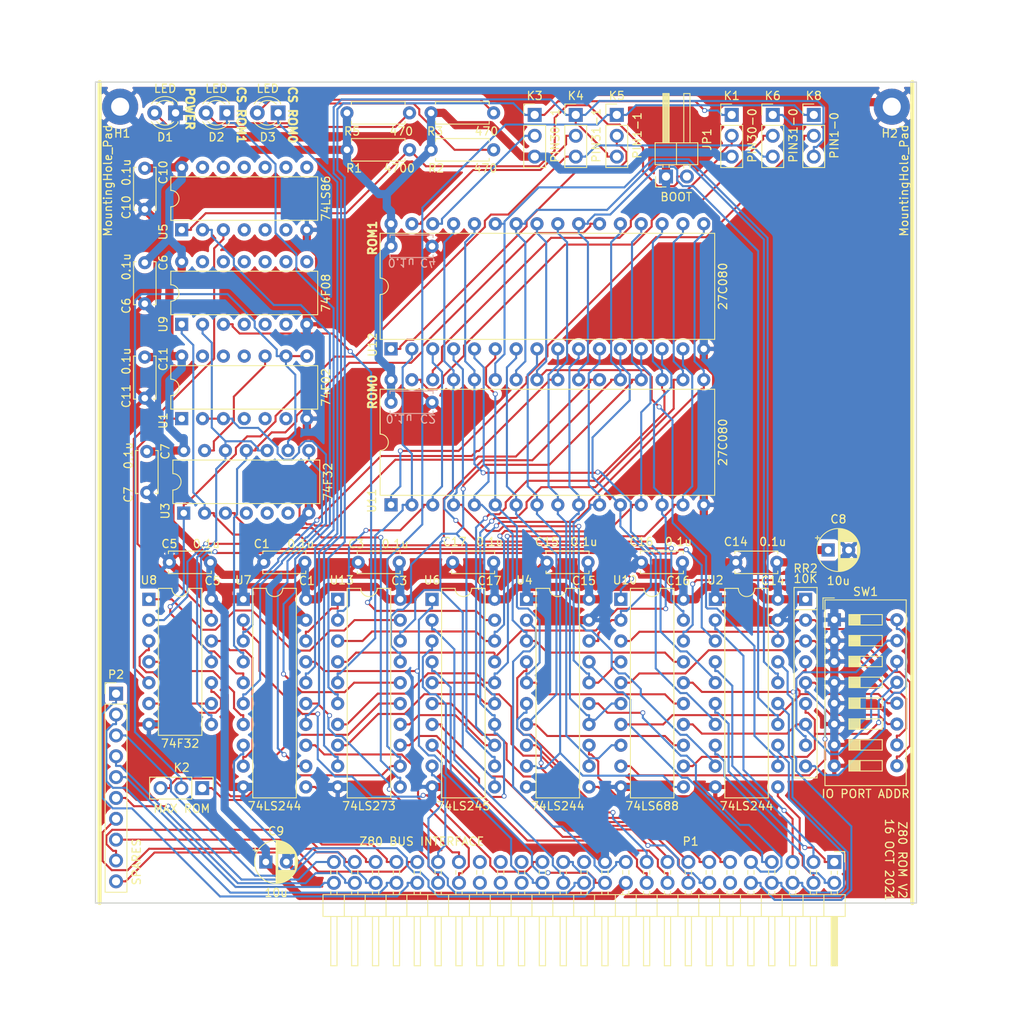
<source format=kicad_pcb>
(kicad_pcb (version 20171130) (host pcbnew "(5.1.10)-1")
  (layers (0 F.Cu signal) (31 B.Cu signal) (34 B.Paste user hide) (35 F.Paste user hide) (36 B.SilkS user) (37 F.SilkS user) (38 B.Mask user) (39 F.Mask user) (44 Edge.Cuts user))
  (net 0 "")
  (net 1 VCC)
  (net 2 GND)
  (net 3 /A7)
  (net 4 /A6)
  (net 5 /A5)
  (net 6 /D4)
  (net 7 /A4)
  (net 8 /D3)
  (net 9 /A3)
  (net 10 /D5)
  (net 11 /A2)
  (net 12 /D6)
  (net 13 /A1)
  (net 14 /A0)
  (net 15 /D2)
  (net 16 /D7)
  (net 17 /D0)
  (net 18 /D1)
  (net 19 //RESET)
  (net 20 //MREQ)
  (net 21 //WR)
  (net 22 //IORQ)
  (net 23 //RD)
  (net 24 "Net-(RR2-Pad3)")
  (net 25 "Net-(RR2-Pad4)")
  (net 26 "Net-(RR2-Pad5)")
  (net 27 "Net-(RR2-Pad6)")
  (net 28 "Net-(RR2-Pad7)")
  (net 29 "Net-(RR2-Pad8)")
  (net 30 "Net-(RR2-Pad9)")
  (net 31 "Net-(U10-Pad8)")
  (net 32 "Net-(U10-Pad17)")
  (net 33 "Net-(U10-Pad6)")
  (net 34 "Net-(U10-Pad15)")
  (net 35 "Net-(U10-Pad4)")
  (net 36 "Net-(U10-Pad13)")
  (net 37 "Net-(U10-Pad2)")
  (net 38 "Net-(U10-Pad11)")
  (net 39 /SPARE9)
  (net 40 /SPARE0)
  (net 41 /SPARE8)
  (net 42 /SPARE1)
  (net 43 /SPARE7)
  (net 44 /SPARE2)
  (net 45 /SPARE6)
  (net 46 /SPARE3)
  (net 47 /SPARE5)
  (net 48 /SPARE4)
  (net 49 /A10)
  (net 50 /A11)
  (net 51 /A9)
  (net 52 /A12)
  (net 53 /A8)
  (net 54 /A13)
  (net 55 /A14)
  (net 56 /A15)
  (net 57 //BOOT_ROM)
  (net 58 /A17_ROM)
  (net 59 "Net-(K1-Pad2)")
  (net 60 /A19_ROM)
  (net 61 /A20_ROM)
  (net 62 "Net-(K3-Pad2)")
  (net 63 /A18_ROM)
  (net 64 "Net-(K4-Pad2)")
  (net 65 "Net-(K5-Pad2)")
  (net 66 "Net-(K6-Pad2)")
  (net 67 "Net-(K8-Pad2)")
  (net 68 "Net-(U11-Pad25)")
  (net 69 /bA15)
  (net 70 "Net-(U11-Pad23)")
  (net 71 "Net-(U11-Pad29)")
  (net 72 "Net-(U11-Pad26)")
  (net 73 "Net-(U11-Pad28)")
  (net 74 "Net-(U11-Pad27)")
  (net 75 "Net-(U11-Pad4)")
  (net 76 //CS_MPCL)
  (net 77 //MPCL_WR)
  (net 78 /BOOT_OVERRIDE)
  (net 79 "Net-(U11-Pad21)")
  (net 80 "Net-(U11-Pad20)")
  (net 81 "Net-(U11-Pad19)")
  (net 82 "Net-(U11-Pad18)")
  (net 83 "Net-(U11-Pad17)")
  (net 84 "Net-(U11-Pad15)")
  (net 85 "Net-(U11-Pad14)")
  (net 86 "Net-(U11-Pad13)")
  (net 87 //CS_ROM)
  (net 88 /A16_ROM)
  (net 89 /A15_ROM)
  (net 90 /ROM_SIZE)
  (net 91 /b/WR)
  (net 92 /b/IORQ)
  (net 93 /b/RD)
  (net 94 /b/MREQ)
  (net 95 /b/RESET)
  (net 96 /BOOT)
  (net 97 //LOW_ROM_EN)
  (net 98 //M1)
  (net 99 "Net-(RR2-Pad2)")
  (net 100 /b/M1)
  (net 101 "Net-(U6-Pad19)")
  (net 102 /CS_ROM1#)
  (net 103 /CS_ROM0#)
  (net 104 "Net-(U1-Pad1)")
  (net 105 "Net-(U8-Pad3)")
  (net 106 "Net-(U8-Pad10)")
  (net 107 "Net-(D2-Pad2)")
  (net 108 "Net-(D2-Pad1)")
  (net 109 "Net-(D3-Pad1)")
  (net 110 "Net-(D3-Pad2)")
  (net 111 "Net-(D1-Pad2)")
  (net 112 "Net-(U1-Pad10)")
  (net 113 /688SEL#)
  (module Connector_PinHeader_2.54mm:PinHeader_1x03_P2.54mm_Vertical (layer F.Cu) (at 133.5 54)
    (fp_text reference K8 (at 0 -2.33) (layer F.SilkS))
    (fp_text value PIN1-0 (at 2.5 2.5 90) (layer F.SilkS))
    (pad 3 thru_hole oval (at 0 5.08) (size 1.7 1.7) (drill 1) (layers *.Cu *.Mask) (net 63 /A18_ROM))
    (pad 2 thru_hole oval (at 0 2.54) (size 1.7 1.7) (drill 1) (layers *.Cu *.Mask) (net 67 "Net-(K8-Pad2)"))
    (pad 1 thru_hole rect (at 0 0) (size 1.7 1.7) (drill 1) (layers *.Cu *.Mask) (net 60 /A19_ROM))
  )
  (module Connector_PinHeader_2.54mm:PinHeader_1x03_P2.54mm_Vertical (layer F.Cu) (at 128.5 54)
    (fp_text reference K6 (at 0 -2.33) (layer F.SilkS))
    (fp_text value PIN31-0 (at 2.5 2.5 90) (layer F.SilkS))
    (pad 3 thru_hole oval (at 0 5.08) (size 1.7 1.7) (drill 1) (layers *.Cu *.Mask) (net 91 /b/WR))
    (pad 2 thru_hole oval (at 0 2.54) (size 1.7 1.7) (drill 1) (layers *.Cu *.Mask) (net 66 "Net-(K6-Pad2)"))
    (pad 1 thru_hole rect (at 0 0) (size 1.7 1.7) (drill 1) (layers *.Cu *.Mask) (net 63 /A18_ROM))
  )
  (module Connector_PinHeader_2.54mm:PinHeader_1x03_P2.54mm_Vertical (layer F.Cu) (at 109.5 54)
    (fp_text reference K5 (at 0 -2.33) (layer F.SilkS))
    (fp_text value PIN1-1 (at 2.5 2.5 90) (layer F.SilkS))
    (pad 3 thru_hole oval (at 0 5.08) (size 1.7 1.7) (drill 1) (layers *.Cu *.Mask) (net 63 /A18_ROM))
    (pad 2 thru_hole oval (at 0 2.54) (size 1.7 1.7) (drill 1) (layers *.Cu *.Mask) (net 65 "Net-(K5-Pad2)"))
    (pad 1 thru_hole rect (at 0 0) (size 1.7 1.7) (drill 1) (layers *.Cu *.Mask) (net 60 /A19_ROM))
  )
  (module Connector_PinHeader_2.54mm:PinHeader_1x03_P2.54mm_Vertical (layer F.Cu) (at 104.5 54)
    (fp_text reference K4 (at 0 -2.33) (layer F.SilkS))
    (fp_text value PIN31-1 (at 2.5 2.5 90) (layer F.SilkS))
    (pad 3 thru_hole oval (at 0 5.08) (size 1.7 1.7) (drill 1) (layers *.Cu *.Mask) (net 91 /b/WR))
    (pad 2 thru_hole oval (at 0 2.54) (size 1.7 1.7) (drill 1) (layers *.Cu *.Mask) (net 64 "Net-(K4-Pad2)"))
    (pad 1 thru_hole rect (at 0 0) (size 1.7 1.7) (drill 1) (layers *.Cu *.Mask) (net 63 /A18_ROM))
  )
  (module Connector_PinHeader_2.54mm:PinHeader_1x03_P2.54mm_Vertical (layer F.Cu) (at 99.5 54)
    (fp_text reference K3 (at 0 -2.33) (layer F.SilkS))
    (fp_text value PIN30-1 (at 2.5 2.5 90) (layer F.SilkS))
    (pad 3 thru_hole oval (at 0 5.08) (size 1.7 1.7) (drill 1) (layers *.Cu *.Mask) (net 1 VCC))
    (pad 2 thru_hole oval (at 0 2.54) (size 1.7 1.7) (drill 1) (layers *.Cu *.Mask) (net 62 "Net-(K3-Pad2)"))
    (pad 1 thru_hole rect (at 0 0) (size 1.7 1.7) (drill 1) (layers *.Cu *.Mask) (net 58 /A17_ROM))
  )
  (module Connector_PinHeader_2.54mm:PinHeader_1x03_P2.54mm_Vertical (layer F.Cu) (at 59 136 270)
    (fp_text reference K2 (at -2.5 2.5 180) (layer F.SilkS))
    (fp_text value "MAX ROM" (at 2.5 2.5 180) (layer F.SilkS))
    (pad 3 thru_hole oval (at 0 5.08 270) (size 1.7 1.7) (drill 1) (layers *.Cu *.Mask) (net 61 /A20_ROM))
    (pad 2 thru_hole oval (at 0 2.54 270) (size 1.7 1.7) (drill 1) (layers *.Cu *.Mask) (net 90 /ROM_SIZE))
    (pad 1 thru_hole rect (at 0 0 270) (size 1.7 1.7) (drill 1) (layers *.Cu *.Mask) (net 60 /A19_ROM))
  )
  (module Connector_PinHeader_2.54mm:PinHeader_1x03_P2.54mm_Vertical (layer F.Cu) (at 123.5 54)
    (fp_text reference K1 (at 0 -2.33) (layer F.SilkS))
    (fp_text value PIN30-0 (at 2.5 2.5 90) (layer F.SilkS))
    (pad 3 thru_hole oval (at 0 5.08) (size 1.7 1.7) (drill 1) (layers *.Cu *.Mask) (net 1 VCC))
    (pad 2 thru_hole oval (at 0 2.54) (size 1.7 1.7) (drill 1) (layers *.Cu *.Mask) (net 59 "Net-(K1-Pad2)"))
    (pad 1 thru_hole rect (at 0 0) (size 1.7 1.7) (drill 1) (layers *.Cu *.Mask) (net 58 /A17_ROM))
  )
  (module Package_DIP:DIP-32_W15.24mm (layer F.Cu) (at 82 82.5 90)
    (fp_text reference U12 (at 0.5 -2.25 90) (layer F.SilkS))
    (fp_text value 27C080 (at 7.62 40.43 90) (layer F.SilkS))
    (pad 32 thru_hole oval (at 15.24 0 90) (size 1.6 1.6) (drill 0.8) (layers *.Cu *.Mask) (net 1 VCC))
    (pad 16 thru_hole oval (at 0 38.1 90) (size 1.6 1.6) (drill 0.8) (layers *.Cu *.Mask) (net 2 GND))
    (pad 31 thru_hole oval (at 15.24 2.54 90) (size 1.6 1.6) (drill 0.8) (layers *.Cu *.Mask) (net 64 "Net-(K4-Pad2)"))
    (pad 15 thru_hole oval (at 0 35.56 90) (size 1.6 1.6) (drill 0.8) (layers *.Cu *.Mask) (net 84 "Net-(U11-Pad15)"))
    (pad 30 thru_hole oval (at 15.24 5.08 90) (size 1.6 1.6) (drill 0.8) (layers *.Cu *.Mask) (net 62 "Net-(K3-Pad2)"))
    (pad 14 thru_hole oval (at 0 33.02 90) (size 1.6 1.6) (drill 0.8) (layers *.Cu *.Mask) (net 85 "Net-(U11-Pad14)"))
    (pad 29 thru_hole oval (at 15.24 7.62 90) (size 1.6 1.6) (drill 0.8) (layers *.Cu *.Mask) (net 71 "Net-(U11-Pad29)"))
    (pad 13 thru_hole oval (at 0 30.48 90) (size 1.6 1.6) (drill 0.8) (layers *.Cu *.Mask) (net 86 "Net-(U11-Pad13)"))
    (pad 28 thru_hole oval (at 15.24 10.16 90) (size 1.6 1.6) (drill 0.8) (layers *.Cu *.Mask) (net 73 "Net-(U11-Pad28)"))
    (pad 12 thru_hole oval (at 0 27.94 90) (size 1.6 1.6) (drill 0.8) (layers *.Cu *.Mask) (net 37 "Net-(U10-Pad2)"))
    (pad 27 thru_hole oval (at 15.24 12.7 90) (size 1.6 1.6) (drill 0.8) (layers *.Cu *.Mask) (net 74 "Net-(U11-Pad27)"))
    (pad 11 thru_hole oval (at 0 25.4 90) (size 1.6 1.6) (drill 0.8) (layers *.Cu *.Mask) (net 35 "Net-(U10-Pad4)"))
    (pad 26 thru_hole oval (at 15.24 15.24 90) (size 1.6 1.6) (drill 0.8) (layers *.Cu *.Mask) (net 72 "Net-(U11-Pad26)"))
    (pad 10 thru_hole oval (at 0 22.86 90) (size 1.6 1.6) (drill 0.8) (layers *.Cu *.Mask) (net 33 "Net-(U10-Pad6)"))
    (pad 25 thru_hole oval (at 15.24 17.78 90) (size 1.6 1.6) (drill 0.8) (layers *.Cu *.Mask) (net 68 "Net-(U11-Pad25)"))
    (pad 9 thru_hole oval (at 0 20.32 90) (size 1.6 1.6) (drill 0.8) (layers *.Cu *.Mask) (net 31 "Net-(U10-Pad8)"))
    (pad 24 thru_hole oval (at 15.24 20.32 90) (size 1.6 1.6) (drill 0.8) (layers *.Cu *.Mask) (net 93 /b/RD))
    (pad 8 thru_hole oval (at 0 17.78 90) (size 1.6 1.6) (drill 0.8) (layers *.Cu *.Mask) (net 38 "Net-(U10-Pad11)"))
    (pad 23 thru_hole oval (at 15.24 22.86 90) (size 1.6 1.6) (drill 0.8) (layers *.Cu *.Mask) (net 70 "Net-(U11-Pad23)"))
    (pad 7 thru_hole oval (at 0 15.24 90) (size 1.6 1.6) (drill 0.8) (layers *.Cu *.Mask) (net 36 "Net-(U10-Pad13)"))
    (pad 22 thru_hole oval (at 15.24 25.4 90) (size 1.6 1.6) (drill 0.8) (layers *.Cu *.Mask) (net 102 /CS_ROM1#))
    (pad 6 thru_hole oval (at 0 12.7 90) (size 1.6 1.6) (drill 0.8) (layers *.Cu *.Mask) (net 34 "Net-(U10-Pad15)"))
    (pad 21 thru_hole oval (at 15.24 27.94 90) (size 1.6 1.6) (drill 0.8) (layers *.Cu *.Mask) (net 79 "Net-(U11-Pad21)"))
    (pad 5 thru_hole oval (at 0 10.16 90) (size 1.6 1.6) (drill 0.8) (layers *.Cu *.Mask) (net 32 "Net-(U10-Pad17)"))
    (pad 20 thru_hole oval (at 15.24 30.48 90) (size 1.6 1.6) (drill 0.8) (layers *.Cu *.Mask) (net 80 "Net-(U11-Pad20)"))
    (pad 4 thru_hole oval (at 0 7.62 90) (size 1.6 1.6) (drill 0.8) (layers *.Cu *.Mask) (net 75 "Net-(U11-Pad4)"))
    (pad 19 thru_hole oval (at 15.24 33.02 90) (size 1.6 1.6) (drill 0.8) (layers *.Cu *.Mask) (net 81 "Net-(U11-Pad19)"))
    (pad 3 thru_hole oval (at 0 5.08 90) (size 1.6 1.6) (drill 0.8) (layers *.Cu *.Mask) (net 89 /A15_ROM))
    (pad 18 thru_hole oval (at 15.24 35.56 90) (size 1.6 1.6) (drill 0.8) (layers *.Cu *.Mask) (net 82 "Net-(U11-Pad18)"))
    (pad 2 thru_hole oval (at 0 2.54 90) (size 1.6 1.6) (drill 0.8) (layers *.Cu *.Mask) (net 88 /A16_ROM))
    (pad 17 thru_hole oval (at 15.24 38.1 90) (size 1.6 1.6) (drill 0.8) (layers *.Cu *.Mask) (net 83 "Net-(U11-Pad17)"))
    (pad 1 thru_hole rect (at 0 0 90) (size 1.6 1.6) (drill 0.8) (layers *.Cu *.Mask) (net 65 "Net-(K5-Pad2)"))
  )
  (module Package_DIP:DIP-32_W15.24mm (layer F.Cu) (at 82 101.5 90)
    (fp_text reference U11 (at 0.5 -2.33 90) (layer F.SilkS))
    (fp_text value 27C080 (at 7.62 40.43 90) (layer F.SilkS))
    (pad 32 thru_hole oval (at 15.24 0 90) (size 1.6 1.6) (drill 0.8) (layers *.Cu *.Mask) (net 1 VCC))
    (pad 16 thru_hole oval (at 0 38.1 90) (size 1.6 1.6) (drill 0.8) (layers *.Cu *.Mask) (net 2 GND))
    (pad 31 thru_hole oval (at 15.24 2.54 90) (size 1.6 1.6) (drill 0.8) (layers *.Cu *.Mask) (net 66 "Net-(K6-Pad2)"))
    (pad 15 thru_hole oval (at 0 35.56 90) (size 1.6 1.6) (drill 0.8) (layers *.Cu *.Mask) (net 84 "Net-(U11-Pad15)"))
    (pad 30 thru_hole oval (at 15.24 5.08 90) (size 1.6 1.6) (drill 0.8) (layers *.Cu *.Mask) (net 59 "Net-(K1-Pad2)"))
    (pad 14 thru_hole oval (at 0 33.02 90) (size 1.6 1.6) (drill 0.8) (layers *.Cu *.Mask) (net 85 "Net-(U11-Pad14)"))
    (pad 29 thru_hole oval (at 15.24 7.62 90) (size 1.6 1.6) (drill 0.8) (layers *.Cu *.Mask) (net 71 "Net-(U11-Pad29)"))
    (pad 13 thru_hole oval (at 0 30.48 90) (size 1.6 1.6) (drill 0.8) (layers *.Cu *.Mask) (net 86 "Net-(U11-Pad13)"))
    (pad 28 thru_hole oval (at 15.24 10.16 90) (size 1.6 1.6) (drill 0.8) (layers *.Cu *.Mask) (net 73 "Net-(U11-Pad28)"))
    (pad 12 thru_hole oval (at 0 27.94 90) (size 1.6 1.6) (drill 0.8) (layers *.Cu *.Mask) (net 37 "Net-(U10-Pad2)"))
    (pad 27 thru_hole oval (at 15.24 12.7 90) (size 1.6 1.6) (drill 0.8) (layers *.Cu *.Mask) (net 74 "Net-(U11-Pad27)"))
    (pad 11 thru_hole oval (at 0 25.4 90) (size 1.6 1.6) (drill 0.8) (layers *.Cu *.Mask) (net 35 "Net-(U10-Pad4)"))
    (pad 26 thru_hole oval (at 15.24 15.24 90) (size 1.6 1.6) (drill 0.8) (layers *.Cu *.Mask) (net 72 "Net-(U11-Pad26)"))
    (pad 10 thru_hole oval (at 0 22.86 90) (size 1.6 1.6) (drill 0.8) (layers *.Cu *.Mask) (net 33 "Net-(U10-Pad6)"))
    (pad 25 thru_hole oval (at 15.24 17.78 90) (size 1.6 1.6) (drill 0.8) (layers *.Cu *.Mask) (net 68 "Net-(U11-Pad25)"))
    (pad 9 thru_hole oval (at 0 20.32 90) (size 1.6 1.6) (drill 0.8) (layers *.Cu *.Mask) (net 31 "Net-(U10-Pad8)"))
    (pad 24 thru_hole oval (at 15.24 20.32 90) (size 1.6 1.6) (drill 0.8) (layers *.Cu *.Mask) (net 93 /b/RD))
    (pad 8 thru_hole oval (at 0 17.78 90) (size 1.6 1.6) (drill 0.8) (layers *.Cu *.Mask) (net 38 "Net-(U10-Pad11)"))
    (pad 23 thru_hole oval (at 15.24 22.86 90) (size 1.6 1.6) (drill 0.8) (layers *.Cu *.Mask) (net 70 "Net-(U11-Pad23)"))
    (pad 7 thru_hole oval (at 0 15.24 90) (size 1.6 1.6) (drill 0.8) (layers *.Cu *.Mask) (net 36 "Net-(U10-Pad13)"))
    (pad 22 thru_hole oval (at 15.24 25.4 90) (size 1.6 1.6) (drill 0.8) (layers *.Cu *.Mask) (net 103 /CS_ROM0#))
    (pad 6 thru_hole oval (at 0 12.7 90) (size 1.6 1.6) (drill 0.8) (layers *.Cu *.Mask) (net 34 "Net-(U10-Pad15)"))
    (pad 21 thru_hole oval (at 15.24 27.94 90) (size 1.6 1.6) (drill 0.8) (layers *.Cu *.Mask) (net 79 "Net-(U11-Pad21)"))
    (pad 5 thru_hole oval (at 0 10.16 90) (size 1.6 1.6) (drill 0.8) (layers *.Cu *.Mask) (net 32 "Net-(U10-Pad17)"))
    (pad 20 thru_hole oval (at 15.24 30.48 90) (size 1.6 1.6) (drill 0.8) (layers *.Cu *.Mask) (net 80 "Net-(U11-Pad20)"))
    (pad 4 thru_hole oval (at 0 7.62 90) (size 1.6 1.6) (drill 0.8) (layers *.Cu *.Mask) (net 75 "Net-(U11-Pad4)"))
    (pad 19 thru_hole oval (at 15.24 33.02 90) (size 1.6 1.6) (drill 0.8) (layers *.Cu *.Mask) (net 81 "Net-(U11-Pad19)"))
    (pad 3 thru_hole oval (at 0 5.08 90) (size 1.6 1.6) (drill 0.8) (layers *.Cu *.Mask) (net 89 /A15_ROM))
    (pad 18 thru_hole oval (at 15.24 35.56 90) (size 1.6 1.6) (drill 0.8) (layers *.Cu *.Mask) (net 82 "Net-(U11-Pad18)"))
    (pad 2 thru_hole oval (at 0 2.54 90) (size 1.6 1.6) (drill 0.8) (layers *.Cu *.Mask) (net 88 /A16_ROM))
    (pad 17 thru_hole oval (at 15.24 38.1 90) (size 1.6 1.6) (drill 0.8) (layers *.Cu *.Mask) (net 83 "Net-(U11-Pad17)"))
    (pad 1 thru_hole rect (at 0 0 90) (size 1.6 1.6) (drill 0.8) (layers *.Cu *.Mask) (net 67 "Net-(K8-Pad2)"))
  )
  (module Package_DIP:DIP-20_W7.62mm (layer F.Cu) (at 75.5 113)
    (fp_text reference U13 (at 0.5 -2.33) (layer F.SilkS))
    (fp_text value 74LS273 (at 3.81 25.19) (layer F.SilkS))
    (pad 20 thru_hole oval (at 7.62 0) (size 1.6 1.6) (drill 0.8) (layers *.Cu *.Mask) (net 1 VCC))
    (pad 10 thru_hole oval (at 0 22.86) (size 1.6 1.6) (drill 0.8) (layers *.Cu *.Mask) (net 2 GND))
    (pad 19 thru_hole oval (at 7.62 2.54) (size 1.6 1.6) (drill 0.8) (layers *.Cu *.Mask) (net 97 //LOW_ROM_EN))
    (pad 9 thru_hole oval (at 0 20.32) (size 1.6 1.6) (drill 0.8) (layers *.Cu *.Mask) (net 63 /A18_ROM))
    (pad 18 thru_hole oval (at 7.62 5.08) (size 1.6 1.6) (drill 0.8) (layers *.Cu *.Mask) (net 79 "Net-(U11-Pad21)"))
    (pad 8 thru_hole oval (at 0 17.78) (size 1.6 1.6) (drill 0.8) (layers *.Cu *.Mask) (net 83 "Net-(U11-Pad17)"))
    (pad 17 thru_hole oval (at 7.62 7.62) (size 1.6 1.6) (drill 0.8) (layers *.Cu *.Mask) (net 80 "Net-(U11-Pad20)"))
    (pad 7 thru_hole oval (at 0 15.24) (size 1.6 1.6) (drill 0.8) (layers *.Cu *.Mask) (net 84 "Net-(U11-Pad15)"))
    (pad 16 thru_hole oval (at 7.62 10.16) (size 1.6 1.6) (drill 0.8) (layers *.Cu *.Mask) (net 78 /BOOT_OVERRIDE))
    (pad 6 thru_hole oval (at 0 12.7) (size 1.6 1.6) (drill 0.8) (layers *.Cu *.Mask) (net 58 /A17_ROM))
    (pad 15 thru_hole oval (at 7.62 12.7) (size 1.6 1.6) (drill 0.8) (layers *.Cu *.Mask) (net 61 /A20_ROM))
    (pad 5 thru_hole oval (at 0 10.16) (size 1.6 1.6) (drill 0.8) (layers *.Cu *.Mask) (net 88 /A16_ROM))
    (pad 14 thru_hole oval (at 7.62 15.24) (size 1.6 1.6) (drill 0.8) (layers *.Cu *.Mask) (net 81 "Net-(U11-Pad19)"))
    (pad 4 thru_hole oval (at 0 7.62) (size 1.6 1.6) (drill 0.8) (layers *.Cu *.Mask) (net 85 "Net-(U11-Pad14)"))
    (pad 13 thru_hole oval (at 7.62 17.78) (size 1.6 1.6) (drill 0.8) (layers *.Cu *.Mask) (net 82 "Net-(U11-Pad18)"))
    (pad 3 thru_hole oval (at 0 5.08) (size 1.6 1.6) (drill 0.8) (layers *.Cu *.Mask) (net 86 "Net-(U11-Pad13)"))
    (pad 12 thru_hole oval (at 7.62 20.32) (size 1.6 1.6) (drill 0.8) (layers *.Cu *.Mask) (net 60 /A19_ROM))
    (pad 2 thru_hole oval (at 0 2.54) (size 1.6 1.6) (drill 0.8) (layers *.Cu *.Mask) (net 89 /A15_ROM))
    (pad 11 thru_hole oval (at 7.62 22.86) (size 1.6 1.6) (drill 0.8) (layers *.Cu *.Mask) (net 77 //MPCL_WR))
    (pad 1 thru_hole rect (at 0 0) (size 1.6 1.6) (drill 0.8) (layers *.Cu *.Mask) (net 95 /b/RESET))
  )
  (module Package_DIP:DIP-20_W7.62mm (layer F.Cu) (at 110 113)
    (fp_text reference U10 (at 0.5 -2.33) (layer F.SilkS))
    (fp_text value 74LS688 (at 3.81 25.19) (layer F.SilkS))
    (pad 20 thru_hole oval (at 7.62 0) (size 1.6 1.6) (drill 0.8) (layers *.Cu *.Mask) (net 1 VCC))
    (pad 10 thru_hole oval (at 0 22.86) (size 1.6 1.6) (drill 0.8) (layers *.Cu *.Mask) (net 2 GND))
    (pad 19 thru_hole oval (at 7.62 2.54) (size 1.6 1.6) (drill 0.8) (layers *.Cu *.Mask) (net 76 //CS_MPCL))
    (pad 9 thru_hole oval (at 0 20.32) (size 1.6 1.6) (drill 0.8) (layers *.Cu *.Mask) (net 26 "Net-(RR2-Pad5)"))
    (pad 18 thru_hole oval (at 7.62 5.08) (size 1.6 1.6) (drill 0.8) (layers *.Cu *.Mask) (net 30 "Net-(RR2-Pad9)"))
    (pad 8 thru_hole oval (at 0 17.78) (size 1.6 1.6) (drill 0.8) (layers *.Cu *.Mask) (net 31 "Net-(U10-Pad8)"))
    (pad 17 thru_hole oval (at 7.62 7.62) (size 1.6 1.6) (drill 0.8) (layers *.Cu *.Mask) (net 32 "Net-(U10-Pad17)"))
    (pad 7 thru_hole oval (at 0 15.24) (size 1.6 1.6) (drill 0.8) (layers *.Cu *.Mask) (net 25 "Net-(RR2-Pad4)"))
    (pad 16 thru_hole oval (at 7.62 10.16) (size 1.6 1.6) (drill 0.8) (layers *.Cu *.Mask) (net 29 "Net-(RR2-Pad8)"))
    (pad 6 thru_hole oval (at 0 12.7) (size 1.6 1.6) (drill 0.8) (layers *.Cu *.Mask) (net 33 "Net-(U10-Pad6)"))
    (pad 15 thru_hole oval (at 7.62 12.7) (size 1.6 1.6) (drill 0.8) (layers *.Cu *.Mask) (net 34 "Net-(U10-Pad15)"))
    (pad 5 thru_hole oval (at 0 10.16) (size 1.6 1.6) (drill 0.8) (layers *.Cu *.Mask) (net 24 "Net-(RR2-Pad3)"))
    (pad 14 thru_hole oval (at 7.62 15.24) (size 1.6 1.6) (drill 0.8) (layers *.Cu *.Mask) (net 28 "Net-(RR2-Pad7)"))
    (pad 4 thru_hole oval (at 0 7.62) (size 1.6 1.6) (drill 0.8) (layers *.Cu *.Mask) (net 35 "Net-(U10-Pad4)"))
    (pad 13 thru_hole oval (at 7.62 17.78) (size 1.6 1.6) (drill 0.8) (layers *.Cu *.Mask) (net 36 "Net-(U10-Pad13)"))
    (pad 3 thru_hole oval (at 0 5.08) (size 1.6 1.6) (drill 0.8) (layers *.Cu *.Mask) (net 99 "Net-(RR2-Pad2)"))
    (pad 12 thru_hole oval (at 7.62 20.32) (size 1.6 1.6) (drill 0.8) (layers *.Cu *.Mask) (net 27 "Net-(RR2-Pad6)"))
    (pad 2 thru_hole oval (at 0 2.54) (size 1.6 1.6) (drill 0.8) (layers *.Cu *.Mask) (net 37 "Net-(U10-Pad2)"))
    (pad 11 thru_hole oval (at 7.62 22.86) (size 1.6 1.6) (drill 0.8) (layers *.Cu *.Mask) (net 38 "Net-(U10-Pad11)"))
    (pad 1 thru_hole rect (at 0 0) (size 1.6 1.6) (drill 0.8) (layers *.Cu *.Mask) (net 113 /688SEL#))
  )
  (module Package_DIP:DIP-14_W7.62mm (layer F.Cu) (at 56.5 79.5 90)
    (fp_text reference U9 (at 0 -2.25 90) (layer F.SilkS))
    (fp_text value 74F08 (at 3.81 17.57 90) (layer F.SilkS))
    (pad 14 thru_hole oval (at 7.62 0 90) (size 1.6 1.6) (drill 0.8) (layers *.Cu *.Mask) (net 1 VCC))
    (pad 7 thru_hole oval (at 0 15.24 90) (size 1.6 1.6) (drill 0.8) (layers *.Cu *.Mask) (net 2 GND))
    (pad 13 thru_hole oval (at 7.62 2.54 90) (size 1.6 1.6) (drill 0.8) (layers *.Cu *.Mask))
    (pad 6 thru_hole oval (at 0 12.7 90) (size 1.6 1.6) (drill 0.8) (layers *.Cu *.Mask))
    (pad 12 thru_hole oval (at 7.62 5.08 90) (size 1.6 1.6) (drill 0.8) (layers *.Cu *.Mask))
    (pad 5 thru_hole oval (at 0 10.16 90) (size 1.6 1.6) (drill 0.8) (layers *.Cu *.Mask))
    (pad 11 thru_hole oval (at 7.62 7.62 90) (size 1.6 1.6) (drill 0.8) (layers *.Cu *.Mask))
    (pad 4 thru_hole oval (at 0 7.62 90) (size 1.6 1.6) (drill 0.8) (layers *.Cu *.Mask))
    (pad 10 thru_hole oval (at 7.62 10.16 90) (size 1.6 1.6) (drill 0.8) (layers *.Cu *.Mask))
    (pad 3 thru_hole oval (at 0 5.08 90) (size 1.6 1.6) (drill 0.8) (layers *.Cu *.Mask) (net 101 "Net-(U6-Pad19)"))
    (pad 9 thru_hole oval (at 7.62 12.7 90) (size 1.6 1.6) (drill 0.8) (layers *.Cu *.Mask))
    (pad 2 thru_hole oval (at 0 2.54 90) (size 1.6 1.6) (drill 0.8) (layers *.Cu *.Mask) (net 87 //CS_ROM))
    (pad 8 thru_hole oval (at 7.62 15.24 90) (size 1.6 1.6) (drill 0.8) (layers *.Cu *.Mask))
    (pad 1 thru_hole rect (at 0 0 90) (size 1.6 1.6) (drill 0.8) (layers *.Cu *.Mask) (net 76 //CS_MPCL))
  )
  (module Package_DIP:DIP-14_W7.62mm (layer F.Cu) (at 52.5 113)
    (fp_text reference U8 (at 0 -2.33) (layer F.SilkS))
    (fp_text value 74F32 (at 3.81 17.57) (layer F.SilkS))
    (pad 14 thru_hole oval (at 7.62 0) (size 1.6 1.6) (drill 0.8) (layers *.Cu *.Mask) (net 1 VCC))
    (pad 7 thru_hole oval (at 0 15.24) (size 1.6 1.6) (drill 0.8) (layers *.Cu *.Mask) (net 2 GND))
    (pad 13 thru_hole oval (at 7.62 2.54) (size 1.6 1.6) (drill 0.8) (layers *.Cu *.Mask) (net 104 "Net-(U1-Pad1)"))
    (pad 6 thru_hole oval (at 0 12.7) (size 1.6 1.6) (drill 0.8) (layers *.Cu *.Mask) (net 106 "Net-(U8-Pad10)"))
    (pad 12 thru_hole oval (at 7.62 5.08) (size 1.6 1.6) (drill 0.8) (layers *.Cu *.Mask) (net 92 /b/IORQ))
    (pad 5 thru_hole oval (at 0 10.16) (size 1.6 1.6) (drill 0.8) (layers *.Cu *.Mask) (net 96 /BOOT))
    (pad 11 thru_hole oval (at 7.62 7.62) (size 1.6 1.6) (drill 0.8) (layers *.Cu *.Mask) (net 113 /688SEL#))
    (pad 4 thru_hole oval (at 0 7.62) (size 1.6 1.6) (drill 0.8) (layers *.Cu *.Mask) (net 94 /b/MREQ))
    (pad 10 thru_hole oval (at 7.62 10.16) (size 1.6 1.6) (drill 0.8) (layers *.Cu *.Mask) (net 106 "Net-(U8-Pad10)"))
    (pad 3 thru_hole oval (at 0 5.08) (size 1.6 1.6) (drill 0.8) (layers *.Cu *.Mask) (net 105 "Net-(U8-Pad3)"))
    (pad 9 thru_hole oval (at 7.62 12.7) (size 1.6 1.6) (drill 0.8) (layers *.Cu *.Mask) (net 105 "Net-(U8-Pad3)"))
    (pad 2 thru_hole oval (at 0 2.54) (size 1.6 1.6) (drill 0.8) (layers *.Cu *.Mask) (net 69 /bA15))
    (pad 8 thru_hole oval (at 7.62 15.24) (size 1.6 1.6) (drill 0.8) (layers *.Cu *.Mask) (net 87 //CS_ROM))
    (pad 1 thru_hole rect (at 0 0) (size 1.6 1.6) (drill 0.8) (layers *.Cu *.Mask) (net 97 //LOW_ROM_EN))
  )
  (module Package_DIP:DIP-20_W7.62mm (layer F.Cu) (at 64 113)
    (fp_text reference U7 (at 0 -2.33) (layer F.SilkS))
    (fp_text value 74LS244 (at 3.81 25.19) (layer F.SilkS))
    (pad 20 thru_hole oval (at 7.62 0) (size 1.6 1.6) (drill 0.8) (layers *.Cu *.Mask) (net 1 VCC))
    (pad 10 thru_hole oval (at 0 22.86) (size 1.6 1.6) (drill 0.8) (layers *.Cu *.Mask) (net 2 GND))
    (pad 19 thru_hole oval (at 7.62 2.54) (size 1.6 1.6) (drill 0.8) (layers *.Cu *.Mask) (net 2 GND))
    (pad 9 thru_hole oval (at 0 20.32) (size 1.6 1.6) (drill 0.8) (layers *.Cu *.Mask) (net 92 /b/IORQ))
    (pad 18 thru_hole oval (at 7.62 5.08) (size 1.6 1.6) (drill 0.8) (layers *.Cu *.Mask) (net 95 /b/RESET))
    (pad 8 thru_hole oval (at 0 17.78) (size 1.6 1.6) (drill 0.8) (layers *.Cu *.Mask) (net 98 //M1))
    (pad 17 thru_hole oval (at 7.62 7.62) (size 1.6 1.6) (drill 0.8) (layers *.Cu *.Mask) (net 23 //RD))
    (pad 7 thru_hole oval (at 0 15.24) (size 1.6 1.6) (drill 0.8) (layers *.Cu *.Mask) (net 94 /b/MREQ))
    (pad 16 thru_hole oval (at 7.62 10.16) (size 1.6 1.6) (drill 0.8) (layers *.Cu *.Mask) (net 108 "Net-(D2-Pad1)"))
    (pad 6 thru_hole oval (at 0 12.7) (size 1.6 1.6) (drill 0.8) (layers *.Cu *.Mask) (net 103 /CS_ROM0#))
    (pad 15 thru_hole oval (at 7.62 12.7) (size 1.6 1.6) (drill 0.8) (layers *.Cu *.Mask) (net 21 //WR))
    (pad 5 thru_hole oval (at 0 10.16) (size 1.6 1.6) (drill 0.8) (layers *.Cu *.Mask) (net 91 /b/WR))
    (pad 14 thru_hole oval (at 7.62 15.24) (size 1.6 1.6) (drill 0.8) (layers *.Cu *.Mask) (net 109 "Net-(D3-Pad1)"))
    (pad 4 thru_hole oval (at 0 7.62) (size 1.6 1.6) (drill 0.8) (layers *.Cu *.Mask) (net 102 /CS_ROM1#))
    (pad 13 thru_hole oval (at 7.62 17.78) (size 1.6 1.6) (drill 0.8) (layers *.Cu *.Mask) (net 20 //MREQ))
    (pad 3 thru_hole oval (at 0 5.08) (size 1.6 1.6) (drill 0.8) (layers *.Cu *.Mask) (net 93 /b/RD))
    (pad 12 thru_hole oval (at 7.62 20.32) (size 1.6 1.6) (drill 0.8) (layers *.Cu *.Mask) (net 100 /b/M1))
    (pad 2 thru_hole oval (at 0 2.54) (size 1.6 1.6) (drill 0.8) (layers *.Cu *.Mask) (net 19 //RESET))
    (pad 11 thru_hole oval (at 7.62 22.86) (size 1.6 1.6) (drill 0.8) (layers *.Cu *.Mask) (net 22 //IORQ))
    (pad 1 thru_hole rect (at 0 0) (size 1.6 1.6) (drill 0.8) (layers *.Cu *.Mask) (net 2 GND))
  )
  (module Package_DIP:DIP-20_W7.62mm (layer F.Cu) (at 87 113)
    (fp_text reference U6 (at 0 -2.33) (layer F.SilkS))
    (fp_text value 74LS245 (at 3.81 25.19) (layer F.SilkS))
    (pad 20 thru_hole oval (at 7.62 0) (size 1.6 1.6) (drill 0.8) (layers *.Cu *.Mask) (net 1 VCC))
    (pad 10 thru_hole oval (at 0 22.86) (size 1.6 1.6) (drill 0.8) (layers *.Cu *.Mask) (net 2 GND))
    (pad 19 thru_hole oval (at 7.62 2.54) (size 1.6 1.6) (drill 0.8) (layers *.Cu *.Mask) (net 101 "Net-(U6-Pad19)"))
    (pad 9 thru_hole oval (at 0 20.32) (size 1.6 1.6) (drill 0.8) (layers *.Cu *.Mask) (net 16 /D7))
    (pad 18 thru_hole oval (at 7.62 5.08) (size 1.6 1.6) (drill 0.8) (layers *.Cu *.Mask) (net 86 "Net-(U11-Pad13)"))
    (pad 8 thru_hole oval (at 0 17.78) (size 1.6 1.6) (drill 0.8) (layers *.Cu *.Mask) (net 12 /D6))
    (pad 17 thru_hole oval (at 7.62 7.62) (size 1.6 1.6) (drill 0.8) (layers *.Cu *.Mask) (net 85 "Net-(U11-Pad14)"))
    (pad 7 thru_hole oval (at 0 15.24) (size 1.6 1.6) (drill 0.8) (layers *.Cu *.Mask) (net 10 /D5))
    (pad 16 thru_hole oval (at 7.62 10.16) (size 1.6 1.6) (drill 0.8) (layers *.Cu *.Mask) (net 84 "Net-(U11-Pad15)"))
    (pad 6 thru_hole oval (at 0 12.7) (size 1.6 1.6) (drill 0.8) (layers *.Cu *.Mask) (net 6 /D4))
    (pad 15 thru_hole oval (at 7.62 12.7) (size 1.6 1.6) (drill 0.8) (layers *.Cu *.Mask) (net 83 "Net-(U11-Pad17)"))
    (pad 5 thru_hole oval (at 0 10.16) (size 1.6 1.6) (drill 0.8) (layers *.Cu *.Mask) (net 8 /D3))
    (pad 14 thru_hole oval (at 7.62 15.24) (size 1.6 1.6) (drill 0.8) (layers *.Cu *.Mask) (net 82 "Net-(U11-Pad18)"))
    (pad 4 thru_hole oval (at 0 7.62) (size 1.6 1.6) (drill 0.8) (layers *.Cu *.Mask) (net 15 /D2))
    (pad 13 thru_hole oval (at 7.62 17.78) (size 1.6 1.6) (drill 0.8) (layers *.Cu *.Mask) (net 81 "Net-(U11-Pad19)"))
    (pad 3 thru_hole oval (at 0 5.08) (size 1.6 1.6) (drill 0.8) (layers *.Cu *.Mask) (net 18 /D1))
    (pad 12 thru_hole oval (at 7.62 20.32) (size 1.6 1.6) (drill 0.8) (layers *.Cu *.Mask) (net 80 "Net-(U11-Pad20)"))
    (pad 2 thru_hole oval (at 0 2.54) (size 1.6 1.6) (drill 0.8) (layers *.Cu *.Mask) (net 17 /D0))
    (pad 11 thru_hole oval (at 7.62 22.86) (size 1.6 1.6) (drill 0.8) (layers *.Cu *.Mask) (net 79 "Net-(U11-Pad21)"))
    (pad 1 thru_hole rect (at 0 0) (size 1.6 1.6) (drill 0.8) (layers *.Cu *.Mask) (net 23 //RD))
  )
  (module Package_DIP:DIP-14_W7.62mm (layer F.Cu) (at 56.5 68 90)
    (fp_text reference U5 (at -0.25 -2.25 90) (layer F.SilkS))
    (fp_text value 74LS86 (at 3.81 17.57 90) (layer F.SilkS))
    (pad 14 thru_hole oval (at 7.62 0 90) (size 1.6 1.6) (drill 0.8) (layers *.Cu *.Mask) (net 1 VCC))
    (pad 7 thru_hole oval (at 0 15.24 90) (size 1.6 1.6) (drill 0.8) (layers *.Cu *.Mask) (net 2 GND))
    (pad 13 thru_hole oval (at 7.62 2.54 90) (size 1.6 1.6) (drill 0.8) (layers *.Cu *.Mask))
    (pad 6 thru_hole oval (at 0 12.7 90) (size 1.6 1.6) (drill 0.8) (layers *.Cu *.Mask))
    (pad 12 thru_hole oval (at 7.62 5.08 90) (size 1.6 1.6) (drill 0.8) (layers *.Cu *.Mask))
    (pad 5 thru_hole oval (at 0 10.16 90) (size 1.6 1.6) (drill 0.8) (layers *.Cu *.Mask))
    (pad 11 thru_hole oval (at 7.62 7.62 90) (size 1.6 1.6) (drill 0.8) (layers *.Cu *.Mask))
    (pad 4 thru_hole oval (at 0 7.62 90) (size 1.6 1.6) (drill 0.8) (layers *.Cu *.Mask))
    (pad 10 thru_hole oval (at 7.62 10.16 90) (size 1.6 1.6) (drill 0.8) (layers *.Cu *.Mask))
    (pad 3 thru_hole oval (at 0 5.08 90) (size 1.6 1.6) (drill 0.8) (layers *.Cu *.Mask) (net 96 /BOOT))
    (pad 9 thru_hole oval (at 7.62 12.7 90) (size 1.6 1.6) (drill 0.8) (layers *.Cu *.Mask))
    (pad 2 thru_hole oval (at 0 2.54 90) (size 1.6 1.6) (drill 0.8) (layers *.Cu *.Mask) (net 78 /BOOT_OVERRIDE))
    (pad 8 thru_hole oval (at 7.62 15.24 90) (size 1.6 1.6) (drill 0.8) (layers *.Cu *.Mask))
    (pad 1 thru_hole rect (at 0 0 90) (size 1.6 1.6) (drill 0.8) (layers *.Cu *.Mask) (net 57 //BOOT_ROM))
  )
  (module Package_DIP:DIP-20_W7.62mm (layer F.Cu) (at 98.5 113)
    (fp_text reference U4 (at -0.25 -2.33) (layer F.SilkS))
    (fp_text value 74LS244 (at 3.81 25.19) (layer F.SilkS))
    (pad 20 thru_hole oval (at 7.62 0) (size 1.6 1.6) (drill 0.8) (layers *.Cu *.Mask) (net 1 VCC))
    (pad 10 thru_hole oval (at 0 22.86) (size 1.6 1.6) (drill 0.8) (layers *.Cu *.Mask) (net 2 GND))
    (pad 19 thru_hole oval (at 7.62 2.54) (size 1.6 1.6) (drill 0.8) (layers *.Cu *.Mask) (net 2 GND))
    (pad 9 thru_hole oval (at 0 20.32) (size 1.6 1.6) (drill 0.8) (layers *.Cu *.Mask) (net 38 "Net-(U10-Pad11)"))
    (pad 18 thru_hole oval (at 7.62 5.08) (size 1.6 1.6) (drill 0.8) (layers *.Cu *.Mask) (net 37 "Net-(U10-Pad2)"))
    (pad 8 thru_hole oval (at 0 17.78) (size 1.6 1.6) (drill 0.8) (layers *.Cu *.Mask) (net 9 /A3))
    (pad 17 thru_hole oval (at 7.62 7.62) (size 1.6 1.6) (drill 0.8) (layers *.Cu *.Mask) (net 3 /A7))
    (pad 7 thru_hole oval (at 0 15.24) (size 1.6 1.6) (drill 0.8) (layers *.Cu *.Mask) (net 36 "Net-(U10-Pad13)"))
    (pad 16 thru_hole oval (at 7.62 10.16) (size 1.6 1.6) (drill 0.8) (layers *.Cu *.Mask) (net 35 "Net-(U10-Pad4)"))
    (pad 6 thru_hole oval (at 0 12.7) (size 1.6 1.6) (drill 0.8) (layers *.Cu *.Mask) (net 11 /A2))
    (pad 15 thru_hole oval (at 7.62 12.7) (size 1.6 1.6) (drill 0.8) (layers *.Cu *.Mask) (net 4 /A6))
    (pad 5 thru_hole oval (at 0 10.16) (size 1.6 1.6) (drill 0.8) (layers *.Cu *.Mask) (net 34 "Net-(U10-Pad15)"))
    (pad 14 thru_hole oval (at 7.62 15.24) (size 1.6 1.6) (drill 0.8) (layers *.Cu *.Mask) (net 33 "Net-(U10-Pad6)"))
    (pad 4 thru_hole oval (at 0 7.62) (size 1.6 1.6) (drill 0.8) (layers *.Cu *.Mask) (net 13 /A1))
    (pad 13 thru_hole oval (at 7.62 17.78) (size 1.6 1.6) (drill 0.8) (layers *.Cu *.Mask) (net 5 /A5))
    (pad 3 thru_hole oval (at 0 5.08) (size 1.6 1.6) (drill 0.8) (layers *.Cu *.Mask) (net 32 "Net-(U10-Pad17)"))
    (pad 12 thru_hole oval (at 7.62 20.32) (size 1.6 1.6) (drill 0.8) (layers *.Cu *.Mask) (net 31 "Net-(U10-Pad8)"))
    (pad 2 thru_hole oval (at 0 2.54) (size 1.6 1.6) (drill 0.8) (layers *.Cu *.Mask) (net 14 /A0))
    (pad 11 thru_hole oval (at 7.62 22.86) (size 1.6 1.6) (drill 0.8) (layers *.Cu *.Mask) (net 7 /A4))
    (pad 1 thru_hole rect (at 0 0) (size 1.6 1.6) (drill 0.8) (layers *.Cu *.Mask) (net 2 GND))
  )
  (module Package_DIP:DIP-14_W7.62mm (layer F.Cu) (at 56.75 102.5 90)
    (fp_text reference U3 (at 0.25 -2.25 90) (layer F.SilkS))
    (fp_text value 74F32 (at 3.81 17.57 90) (layer F.SilkS))
    (pad 14 thru_hole oval (at 7.62 0 90) (size 1.6 1.6) (drill 0.8) (layers *.Cu *.Mask) (net 1 VCC))
    (pad 7 thru_hole oval (at 0 15.24 90) (size 1.6 1.6) (drill 0.8) (layers *.Cu *.Mask) (net 2 GND))
    (pad 13 thru_hole oval (at 7.62 2.54 90) (size 1.6 1.6) (drill 0.8) (layers *.Cu *.Mask) (net 112 "Net-(U1-Pad10)"))
    (pad 6 thru_hole oval (at 0 12.7 90) (size 1.6 1.6) (drill 0.8) (layers *.Cu *.Mask))
    (pad 12 thru_hole oval (at 7.62 5.08 90) (size 1.6 1.6) (drill 0.8) (layers *.Cu *.Mask) (net 87 //CS_ROM))
    (pad 5 thru_hole oval (at 0 10.16 90) (size 1.6 1.6) (drill 0.8) (layers *.Cu *.Mask))
    (pad 11 thru_hole oval (at 7.62 7.62 90) (size 1.6 1.6) (drill 0.8) (layers *.Cu *.Mask) (net 102 /CS_ROM1#))
    (pad 4 thru_hole oval (at 0 7.62 90) (size 1.6 1.6) (drill 0.8) (layers *.Cu *.Mask))
    (pad 10 thru_hole oval (at 7.62 10.16 90) (size 1.6 1.6) (drill 0.8) (layers *.Cu *.Mask) (net 87 //CS_ROM))
    (pad 3 thru_hole oval (at 0 5.08 90) (size 1.6 1.6) (drill 0.8) (layers *.Cu *.Mask) (net 77 //MPCL_WR))
    (pad 9 thru_hole oval (at 7.62 12.7 90) (size 1.6 1.6) (drill 0.8) (layers *.Cu *.Mask) (net 90 /ROM_SIZE))
    (pad 2 thru_hole oval (at 0 2.54 90) (size 1.6 1.6) (drill 0.8) (layers *.Cu *.Mask) (net 76 //CS_MPCL))
    (pad 8 thru_hole oval (at 7.62 15.24 90) (size 1.6 1.6) (drill 0.8) (layers *.Cu *.Mask) (net 103 /CS_ROM0#))
    (pad 1 thru_hole rect (at 0 0 90) (size 1.6 1.6) (drill 0.8) (layers *.Cu *.Mask) (net 91 /b/WR))
  )
  (module Package_DIP:DIP-20_W7.62mm (layer F.Cu) (at 121.5 113)
    (fp_text reference U2 (at 0 -2.33) (layer F.SilkS))
    (fp_text value 74LS244 (at 3.81 25.19) (layer F.SilkS))
    (pad 20 thru_hole oval (at 7.62 0) (size 1.6 1.6) (drill 0.8) (layers *.Cu *.Mask) (net 1 VCC))
    (pad 10 thru_hole oval (at 0 22.86) (size 1.6 1.6) (drill 0.8) (layers *.Cu *.Mask) (net 2 GND))
    (pad 19 thru_hole oval (at 7.62 2.54) (size 1.6 1.6) (drill 0.8) (layers *.Cu *.Mask) (net 2 GND))
    (pad 9 thru_hole oval (at 0 20.32) (size 1.6 1.6) (drill 0.8) (layers *.Cu *.Mask) (net 75 "Net-(U11-Pad4)"))
    (pad 18 thru_hole oval (at 7.62 5.08) (size 1.6 1.6) (drill 0.8) (layers *.Cu *.Mask) (net 74 "Net-(U11-Pad27)"))
    (pad 8 thru_hole oval (at 0 17.78) (size 1.6 1.6) (drill 0.8) (layers *.Cu *.Mask) (net 50 /A11))
    (pad 17 thru_hole oval (at 7.62 7.62) (size 1.6 1.6) (drill 0.8) (layers *.Cu *.Mask) (net 56 /A15))
    (pad 7 thru_hole oval (at 0 15.24) (size 1.6 1.6) (drill 0.8) (layers *.Cu *.Mask) (net 73 "Net-(U11-Pad28)"))
    (pad 16 thru_hole oval (at 7.62 10.16) (size 1.6 1.6) (drill 0.8) (layers *.Cu *.Mask) (net 72 "Net-(U11-Pad26)"))
    (pad 6 thru_hole oval (at 0 12.7) (size 1.6 1.6) (drill 0.8) (layers *.Cu *.Mask) (net 49 /A10))
    (pad 15 thru_hole oval (at 7.62 12.7) (size 1.6 1.6) (drill 0.8) (layers *.Cu *.Mask) (net 55 /A14))
    (pad 5 thru_hole oval (at 0 10.16) (size 1.6 1.6) (drill 0.8) (layers *.Cu *.Mask) (net 71 "Net-(U11-Pad29)"))
    (pad 14 thru_hole oval (at 7.62 15.24) (size 1.6 1.6) (drill 0.8) (layers *.Cu *.Mask) (net 70 "Net-(U11-Pad23)"))
    (pad 4 thru_hole oval (at 0 7.62) (size 1.6 1.6) (drill 0.8) (layers *.Cu *.Mask) (net 51 /A9))
    (pad 13 thru_hole oval (at 7.62 17.78) (size 1.6 1.6) (drill 0.8) (layers *.Cu *.Mask) (net 54 /A13))
    (pad 3 thru_hole oval (at 0 5.08) (size 1.6 1.6) (drill 0.8) (layers *.Cu *.Mask) (net 69 /bA15))
    (pad 12 thru_hole oval (at 7.62 20.32) (size 1.6 1.6) (drill 0.8) (layers *.Cu *.Mask) (net 68 "Net-(U11-Pad25)"))
    (pad 2 thru_hole oval (at 0 2.54) (size 1.6 1.6) (drill 0.8) (layers *.Cu *.Mask) (net 53 /A8))
    (pad 11 thru_hole oval (at 7.62 22.86) (size 1.6 1.6) (drill 0.8) (layers *.Cu *.Mask) (net 52 /A12))
    (pad 1 thru_hole rect (at 0 0) (size 1.6 1.6) (drill 0.8) (layers *.Cu *.Mask) (net 2 GND))
  )
  (module Package_DIP:DIP-14_W7.62mm (layer F.Cu) (at 56.5 91 90)
    (fp_text reference U1 (at -0.25 -2.25 90) (layer F.SilkS))
    (fp_text value 74F02 (at 3.81 17.57 90) (layer F.SilkS))
    (pad 14 thru_hole oval (at 7.62 0 90) (size 1.6 1.6) (drill 0.8) (layers *.Cu *.Mask) (net 1 VCC))
    (pad 7 thru_hole oval (at 0 15.24 90) (size 1.6 1.6) (drill 0.8) (layers *.Cu *.Mask) (net 2 GND))
    (pad 13 thru_hole oval (at 7.62 2.54 90) (size 1.6 1.6) (drill 0.8) (layers *.Cu *.Mask))
    (pad 6 thru_hole oval (at 0 12.7 90) (size 1.6 1.6) (drill 0.8) (layers *.Cu *.Mask))
    (pad 12 thru_hole oval (at 7.62 5.08 90) (size 1.6 1.6) (drill 0.8) (layers *.Cu *.Mask))
    (pad 5 thru_hole oval (at 0 10.16 90) (size 1.6 1.6) (drill 0.8) (layers *.Cu *.Mask))
    (pad 11 thru_hole oval (at 7.62 7.62 90) (size 1.6 1.6) (drill 0.8) (layers *.Cu *.Mask))
    (pad 4 thru_hole oval (at 0 7.62 90) (size 1.6 1.6) (drill 0.8) (layers *.Cu *.Mask))
    (pad 10 thru_hole oval (at 7.62 10.16 90) (size 1.6 1.6) (drill 0.8) (layers *.Cu *.Mask) (net 112 "Net-(U1-Pad10)"))
    (pad 3 thru_hole oval (at 0 5.08 90) (size 1.6 1.6) (drill 0.8) (layers *.Cu *.Mask) (net 100 /b/M1))
    (pad 9 thru_hole oval (at 7.62 12.7 90) (size 1.6 1.6) (drill 0.8) (layers *.Cu *.Mask) (net 90 /ROM_SIZE))
    (pad 2 thru_hole oval (at 0 2.54 90) (size 1.6 1.6) (drill 0.8) (layers *.Cu *.Mask) (net 100 /b/M1))
    (pad 8 thru_hole oval (at 7.62 15.24 90) (size 1.6 1.6) (drill 0.8) (layers *.Cu *.Mask) (net 90 /ROM_SIZE))
    (pad 1 thru_hole rect (at 0 0 90) (size 1.6 1.6) (drill 0.8) (layers *.Cu *.Mask) (net 104 "Net-(U1-Pad1)"))
  )
  (module Button_Switch_THT:SW_DIP_SPSTx08_Slide_9.78x22.5mm_W7.62mm_P2.54mm (layer F.Cu) (at 136 115.5)
    (fp_text reference SW1 (at 3.81 -3.42) (layer F.SilkS))
    (fp_text value "IO PORT ADDR" (at 3.81 21.2) (layer F.SilkS))
    (pad 16 thru_hole oval (at 7.62 0) (size 1.6 1.6) (drill 0.8) (layers *.Cu *.Mask) (net 30 "Net-(RR2-Pad9)"))
    (pad 8 thru_hole oval (at 0 17.78) (size 1.6 1.6) (drill 0.8) (layers *.Cu *.Mask) (net 2 GND))
    (pad 15 thru_hole oval (at 7.62 2.54) (size 1.6 1.6) (drill 0.8) (layers *.Cu *.Mask) (net 29 "Net-(RR2-Pad8)"))
    (pad 7 thru_hole oval (at 0 15.24) (size 1.6 1.6) (drill 0.8) (layers *.Cu *.Mask) (net 2 GND))
    (pad 14 thru_hole oval (at 7.62 5.08) (size 1.6 1.6) (drill 0.8) (layers *.Cu *.Mask) (net 28 "Net-(RR2-Pad7)"))
    (pad 6 thru_hole oval (at 0 12.7) (size 1.6 1.6) (drill 0.8) (layers *.Cu *.Mask) (net 2 GND))
    (pad 13 thru_hole oval (at 7.62 7.62) (size 1.6 1.6) (drill 0.8) (layers *.Cu *.Mask) (net 27 "Net-(RR2-Pad6)"))
    (pad 5 thru_hole oval (at 0 10.16) (size 1.6 1.6) (drill 0.8) (layers *.Cu *.Mask) (net 2 GND))
    (pad 12 thru_hole oval (at 7.62 10.16) (size 1.6 1.6) (drill 0.8) (layers *.Cu *.Mask) (net 26 "Net-(RR2-Pad5)"))
    (pad 4 thru_hole oval (at 0 7.62) (size 1.6 1.6) (drill 0.8) (layers *.Cu *.Mask) (net 2 GND))
    (pad 11 thru_hole oval (at 7.62 12.7) (size 1.6 1.6) (drill 0.8) (layers *.Cu *.Mask) (net 25 "Net-(RR2-Pad4)"))
    (pad 3 thru_hole oval (at 0 5.08) (size 1.6 1.6) (drill 0.8) (layers *.Cu *.Mask) (net 2 GND))
    (pad 10 thru_hole oval (at 7.62 15.24) (size 1.6 1.6) (drill 0.8) (layers *.Cu *.Mask) (net 24 "Net-(RR2-Pad3)"))
    (pad 2 thru_hole oval (at 0 2.54) (size 1.6 1.6) (drill 0.8) (layers *.Cu *.Mask) (net 2 GND))
    (pad 9 thru_hole oval (at 7.62 17.78) (size 1.6 1.6) (drill 0.8) (layers *.Cu *.Mask) (net 99 "Net-(RR2-Pad2)"))
    (pad 1 thru_hole rect (at 0 0) (size 1.6 1.6) (drill 0.8) (layers *.Cu *.Mask) (net 2 GND))
  )
  (module Resistor_THT:R_Array_SIP9 (layer F.Cu) (at 132.5 113 270)
    (fp_text reference RR2 (at -3.75 0 180) (layer F.SilkS))
    (fp_text value 10K (at -2.5 0 180) (layer F.SilkS))
    (pad 9 thru_hole oval (at 20.32 0 270) (size 1.6 1.6) (drill 0.8) (layers *.Cu *.Mask) (net 30 "Net-(RR2-Pad9)"))
    (pad 8 thru_hole oval (at 17.78 0 270) (size 1.6 1.6) (drill 0.8) (layers *.Cu *.Mask) (net 29 "Net-(RR2-Pad8)"))
    (pad 7 thru_hole oval (at 15.24 0 270) (size 1.6 1.6) (drill 0.8) (layers *.Cu *.Mask) (net 28 "Net-(RR2-Pad7)"))
    (pad 6 thru_hole oval (at 12.7 0 270) (size 1.6 1.6) (drill 0.8) (layers *.Cu *.Mask) (net 27 "Net-(RR2-Pad6)"))
    (pad 5 thru_hole oval (at 10.16 0 270) (size 1.6 1.6) (drill 0.8) (layers *.Cu *.Mask) (net 26 "Net-(RR2-Pad5)"))
    (pad 4 thru_hole oval (at 7.62 0 270) (size 1.6 1.6) (drill 0.8) (layers *.Cu *.Mask) (net 25 "Net-(RR2-Pad4)"))
    (pad 3 thru_hole oval (at 5.08 0 270) (size 1.6 1.6) (drill 0.8) (layers *.Cu *.Mask) (net 24 "Net-(RR2-Pad3)"))
    (pad 2 thru_hole oval (at 2.54 0 270) (size 1.6 1.6) (drill 0.8) (layers *.Cu *.Mask) (net 99 "Net-(RR2-Pad2)"))
    (pad 1 thru_hole rect (at 0 0 270) (size 1.6 1.6) (drill 0.8) (layers *.Cu *.Mask) (net 1 VCC))
  )
  (module Resistor_THT:R_Axial_DIN0207_L6.3mm_D2.5mm_P7.62mm_Horizontal (layer F.Cu) (at 84.25 53.75 180)
    (fp_text reference R5 (at 7 -2.25) (layer F.SilkS))
    (fp_text value 470 (at 1 -2.25) (layer F.SilkS))
    (pad 2 thru_hole oval (at 7.62 0 180) (size 1.6 1.6) (drill 0.8) (layers *.Cu *.Mask) (net 1 VCC))
    (pad 1 thru_hole circle (at 0 0 180) (size 1.6 1.6) (drill 0.8) (layers *.Cu *.Mask) (net 111 "Net-(D1-Pad2)"))
  )
  (module Resistor_THT:R_Axial_DIN0207_L6.3mm_D2.5mm_P7.62mm_Horizontal (layer F.Cu) (at 94.5 53.75 180)
    (fp_text reference R3 (at 7.135 -2.25) (layer F.SilkS))
    (fp_text value 470 (at 0.885 -2.25) (layer F.SilkS))
    (pad 2 thru_hole oval (at 7.62 0 180) (size 1.6 1.6) (drill 0.8) (layers *.Cu *.Mask) (net 1 VCC))
    (pad 1 thru_hole circle (at 0 0 180) (size 1.6 1.6) (drill 0.8) (layers *.Cu *.Mask) (net 110 "Net-(D3-Pad2)"))
  )
  (module Resistor_THT:R_Axial_DIN0207_L6.3mm_D2.5mm_P7.62mm_Horizontal (layer F.Cu) (at 94.5 58.25 180)
    (fp_text reference R2 (at 7 -2.25) (layer F.SilkS))
    (fp_text value 470 (at 1 -2.25) (layer F.SilkS))
    (pad 2 thru_hole oval (at 7.62 0 180) (size 1.6 1.6) (drill 0.8) (layers *.Cu *.Mask) (net 1 VCC))
    (pad 1 thru_hole circle (at 0 0 180) (size 1.6 1.6) (drill 0.8) (layers *.Cu *.Mask) (net 107 "Net-(D2-Pad2)"))
  )
  (module Resistor_THT:R_Axial_DIN0207_L6.3mm_D2.5mm_P7.62mm_Horizontal (layer F.Cu) (at 84.25 58.25 180)
    (fp_text reference R1 (at 6.75 -2.25) (layer F.SilkS))
    (fp_text value 4700 (at 1.25 -2.25) (layer F.SilkS))
    (pad 2 thru_hole oval (at 7.62 0 180) (size 1.6 1.6) (drill 0.8) (layers *.Cu *.Mask) (net 1 VCC))
    (pad 1 thru_hole circle (at 0 0 180) (size 1.6 1.6) (drill 0.8) (layers *.Cu *.Mask) (net 57 //BOOT_ROM))
  )
  (module Connector_PinHeader_2.54mm:PinHeader_1x10_P2.54mm_Vertical (layer F.Cu) (at 48.5 124.5)
    (fp_text reference P2 (at 0 -2.33) (layer F.SilkS))
    (fp_text value SPARES (at 2.5 20.5 90) (layer F.SilkS))
    (pad 10 thru_hole oval (at 0 22.86) (size 1.7 1.7) (drill 1) (layers *.Cu *.Mask) (net 39 /SPARE9))
    (pad 9 thru_hole oval (at 0 20.32) (size 1.7 1.7) (drill 1) (layers *.Cu *.Mask) (net 41 /SPARE8))
    (pad 8 thru_hole oval (at 0 17.78) (size 1.7 1.7) (drill 1) (layers *.Cu *.Mask) (net 43 /SPARE7))
    (pad 7 thru_hole oval (at 0 15.24) (size 1.7 1.7) (drill 1) (layers *.Cu *.Mask) (net 45 /SPARE6))
    (pad 6 thru_hole oval (at 0 12.7) (size 1.7 1.7) (drill 1) (layers *.Cu *.Mask) (net 47 /SPARE5))
    (pad 5 thru_hole oval (at 0 10.16) (size 1.7 1.7) (drill 1) (layers *.Cu *.Mask) (net 48 /SPARE4))
    (pad 4 thru_hole oval (at 0 7.62) (size 1.7 1.7) (drill 1) (layers *.Cu *.Mask) (net 46 /SPARE3))
    (pad 3 thru_hole oval (at 0 5.08) (size 1.7 1.7) (drill 1) (layers *.Cu *.Mask) (net 44 /SPARE2))
    (pad 2 thru_hole oval (at 0 2.54) (size 1.7 1.7) (drill 1) (layers *.Cu *.Mask) (net 42 /SPARE1))
    (pad 1 thru_hole rect (at 0 0) (size 1.7 1.7) (drill 1) (layers *.Cu *.Mask) (net 40 /SPARE0))
  )
  (module Connector_PinHeader_2.54mm:PinHeader_2x25_P2.54mm_Horizontal (layer F.Cu) (at 136 145 270)
    (fp_text reference P1 (at -2.5 17.5 180) (layer F.SilkS))
    (fp_text value "Z80 BUS INTERFACE" (at -2.5 50.25 180) (layer F.SilkS))
    (pad 50 thru_hole oval (at 2.54 60.96 270) (size 1.7 1.7) (drill 1) (layers *.Cu *.Mask) (net 48 /SPARE4))
    (pad 49 thru_hole oval (at 0 60.96 270) (size 1.7 1.7) (drill 1) (layers *.Cu *.Mask) (net 47 /SPARE5))
    (pad 48 thru_hole oval (at 2.54 58.42 270) (size 1.7 1.7) (drill 1) (layers *.Cu *.Mask) (net 46 /SPARE3))
    (pad 47 thru_hole oval (at 0 58.42 270) (size 1.7 1.7) (drill 1) (layers *.Cu *.Mask) (net 45 /SPARE6))
    (pad 46 thru_hole oval (at 2.54 55.88 270) (size 1.7 1.7) (drill 1) (layers *.Cu *.Mask) (net 44 /SPARE2))
    (pad 45 thru_hole oval (at 0 55.88 270) (size 1.7 1.7) (drill 1) (layers *.Cu *.Mask) (net 43 /SPARE7))
    (pad 44 thru_hole oval (at 2.54 53.34 270) (size 1.7 1.7) (drill 1) (layers *.Cu *.Mask) (net 42 /SPARE1))
    (pad 43 thru_hole oval (at 0 53.34 270) (size 1.7 1.7) (drill 1) (layers *.Cu *.Mask) (net 41 /SPARE8))
    (pad 42 thru_hole oval (at 2.54 50.8 270) (size 1.7 1.7) (drill 1) (layers *.Cu *.Mask) (net 40 /SPARE0))
    (pad 41 thru_hole oval (at 0 50.8 270) (size 1.7 1.7) (drill 1) (layers *.Cu *.Mask) (net 39 /SPARE9))
    (pad 40 thru_hole oval (at 2.54 48.26 270) (size 1.7 1.7) (drill 1) (layers *.Cu *.Mask) (net 22 //IORQ))
    (pad 39 thru_hole oval (at 0 48.26 270) (size 1.7 1.7) (drill 1) (layers *.Cu *.Mask) (net 23 //RD))
    (pad 38 thru_hole oval (at 2.54 45.72 270) (size 1.7 1.7) (drill 1) (layers *.Cu *.Mask) (net 20 //MREQ))
    (pad 37 thru_hole oval (at 0 45.72 270) (size 1.7 1.7) (drill 1) (layers *.Cu *.Mask) (net 21 //WR))
    (pad 36 thru_hole oval (at 2.54 43.18 270) (size 1.7 1.7) (drill 1) (layers *.Cu *.Mask))
    (pad 35 thru_hole oval (at 0 43.18 270) (size 1.7 1.7) (drill 1) (layers *.Cu *.Mask))
    (pad 34 thru_hole oval (at 2.54 40.64 270) (size 1.7 1.7) (drill 1) (layers *.Cu *.Mask))
    (pad 33 thru_hole oval (at 0 40.64 270) (size 1.7 1.7) (drill 1) (layers *.Cu *.Mask))
    (pad 32 thru_hole oval (at 2.54 38.1 270) (size 1.7 1.7) (drill 1) (layers *.Cu *.Mask))
    (pad 31 thru_hole oval (at 0 38.1 270) (size 1.7 1.7) (drill 1) (layers *.Cu *.Mask))
    (pad 30 thru_hole oval (at 2.54 35.56 270) (size 1.7 1.7) (drill 1) (layers *.Cu *.Mask) (net 18 /D1))
    (pad 29 thru_hole oval (at 0 35.56 270) (size 1.7 1.7) (drill 1) (layers *.Cu *.Mask) (net 19 //RESET))
    (pad 28 thru_hole oval (at 2.54 33.02 270) (size 1.7 1.7) (drill 1) (layers *.Cu *.Mask) (net 17 /D0))
    (pad 27 thru_hole oval (at 0 33.02 270) (size 1.7 1.7) (drill 1) (layers *.Cu *.Mask) (net 98 //M1))
    (pad 26 thru_hole oval (at 2.54 30.48 270) (size 1.7 1.7) (drill 1) (layers *.Cu *.Mask) (net 16 /D7))
    (pad 25 thru_hole oval (at 0 30.48 270) (size 1.7 1.7) (drill 1) (layers *.Cu *.Mask))
    (pad 24 thru_hole oval (at 2.54 27.94 270) (size 1.7 1.7) (drill 1) (layers *.Cu *.Mask) (net 15 /D2))
    (pad 23 thru_hole oval (at 0 27.94 270) (size 1.7 1.7) (drill 1) (layers *.Cu *.Mask) (net 2 GND))
    (pad 22 thru_hole oval (at 2.54 25.4 270) (size 1.7 1.7) (drill 1) (layers *.Cu *.Mask) (net 1 VCC))
    (pad 21 thru_hole oval (at 0 25.4 270) (size 1.7 1.7) (drill 1) (layers *.Cu *.Mask) (net 14 /A0))
    (pad 20 thru_hole oval (at 2.54 22.86 270) (size 1.7 1.7) (drill 1) (layers *.Cu *.Mask) (net 12 /D6))
    (pad 19 thru_hole oval (at 0 22.86 270) (size 1.7 1.7) (drill 1) (layers *.Cu *.Mask) (net 13 /A1))
    (pad 18 thru_hole oval (at 2.54 20.32 270) (size 1.7 1.7) (drill 1) (layers *.Cu *.Mask) (net 10 /D5))
    (pad 17 thru_hole oval (at 0 20.32 270) (size 1.7 1.7) (drill 1) (layers *.Cu *.Mask) (net 11 /A2))
    (pad 16 thru_hole oval (at 2.54 17.78 270) (size 1.7 1.7) (drill 1) (layers *.Cu *.Mask) (net 8 /D3))
    (pad 15 thru_hole oval (at 0 17.78 270) (size 1.7 1.7) (drill 1) (layers *.Cu *.Mask) (net 9 /A3))
    (pad 14 thru_hole oval (at 2.54 15.24 270) (size 1.7 1.7) (drill 1) (layers *.Cu *.Mask) (net 6 /D4))
    (pad 13 thru_hole oval (at 0 15.24 270) (size 1.7 1.7) (drill 1) (layers *.Cu *.Mask) (net 7 /A4))
    (pad 12 thru_hole oval (at 2.54 12.7 270) (size 1.7 1.7) (drill 1) (layers *.Cu *.Mask))
    (pad 11 thru_hole oval (at 0 12.7 270) (size 1.7 1.7) (drill 1) (layers *.Cu *.Mask) (net 5 /A5))
    (pad 10 thru_hole oval (at 2.54 10.16 270) (size 1.7 1.7) (drill 1) (layers *.Cu *.Mask) (net 56 /A15))
    (pad 9 thru_hole oval (at 0 10.16 270) (size 1.7 1.7) (drill 1) (layers *.Cu *.Mask) (net 4 /A6))
    (pad 8 thru_hole oval (at 2.54 7.62 270) (size 1.7 1.7) (drill 1) (layers *.Cu *.Mask) (net 55 /A14))
    (pad 7 thru_hole oval (at 0 7.62 270) (size 1.7 1.7) (drill 1) (layers *.Cu *.Mask) (net 3 /A7))
    (pad 6 thru_hole oval (at 2.54 5.08 270) (size 1.7 1.7) (drill 1) (layers *.Cu *.Mask) (net 54 /A13))
    (pad 5 thru_hole oval (at 0 5.08 270) (size 1.7 1.7) (drill 1) (layers *.Cu *.Mask) (net 53 /A8))
    (pad 4 thru_hole oval (at 2.54 2.54 270) (size 1.7 1.7) (drill 1) (layers *.Cu *.Mask) (net 52 /A12))
    (pad 3 thru_hole oval (at 0 2.54 270) (size 1.7 1.7) (drill 1) (layers *.Cu *.Mask) (net 51 /A9))
    (pad 2 thru_hole oval (at 2.54 0 270) (size 1.7 1.7) (drill 1) (layers *.Cu *.Mask) (net 50 /A11))
    (pad 1 thru_hole rect (at 0 0 270) (size 1.7 1.7) (drill 1) (layers *.Cu *.Mask) (net 49 /A10))
  )
  (module Connector_PinHeader_2.54mm:PinHeader_1x02_P2.54mm_Horizontal (layer F.Cu) (at 115.5 61.5 90)
    (fp_text reference JP1 (at 4.5 5 270) (layer F.SilkS))
    (fp_text value BOOT (at -2.5 1.25 180) (layer F.SilkS))
    (pad 2 thru_hole oval (at 0 2.54 90) (size 1.7 1.7) (drill 1) (layers *.Cu *.Mask) (net 57 //BOOT_ROM))
    (pad 1 thru_hole rect (at 0 0 90) (size 1.7 1.7) (drill 1) (layers *.Cu *.Mask) (net 2 GND))
  )
  (module Mounting_Holes:MountingHole_2.2mm_M2_Pad (layer F.Cu) (at 143 53)
    (fp_text reference H2 (at -0.25 3.25) (layer F.SilkS))
    (fp_text value MountingHole_Pad (at 1.5 9 90) (layer F.SilkS))
    (pad 1 thru_hole circle (at 0 0) (size 4.4 4.4) (drill 2.2) (layers *.Cu *.Mask) (net 2 GND))
  )
  (module Mounting_Holes:MountingHole_2.2mm_M2_Pad (layer F.Cu) (at 49 53)
    (fp_text reference H1 (at 0.25 3.25) (layer F.SilkS))
    (fp_text value MountingHole_Pad (at -1.5 9 -90) (layer F.SilkS))
    (pad 1 thru_hole circle (at 0 0) (size 4.4 4.4) (drill 2.2) (layers *.Cu *.Mask) (net 2 GND))
  )
  (module LED_THT:LED_D3.0mm (layer F.Cu) (at 68.25 53.75 180)
    (fp_text reference D3 (at 1.27 -2.96) (layer F.SilkS))
    (fp_text value LED (at 1.27 2.96) (layer F.SilkS))
    (pad 2 thru_hole circle (at 2.54 0 180) (size 1.8 1.8) (drill 0.9) (layers *.Cu *.Mask) (net 110 "Net-(D3-Pad2)"))
    (pad 1 thru_hole rect (at 0 0 180) (size 1.8 1.8) (drill 0.9) (layers *.Cu *.Mask) (net 109 "Net-(D3-Pad1)"))
  )
  (module LED_THT:LED_D3.0mm (layer F.Cu) (at 62 53.75 180)
    (fp_text reference D2 (at 1.27 -2.96) (layer F.SilkS))
    (fp_text value LED (at 1.27 2.96) (layer F.SilkS))
    (pad 2 thru_hole circle (at 2.54 0 180) (size 1.8 1.8) (drill 0.9) (layers *.Cu *.Mask) (net 107 "Net-(D2-Pad2)"))
    (pad 1 thru_hole rect (at 0 0 180) (size 1.8 1.8) (drill 0.9) (layers *.Cu *.Mask) (net 108 "Net-(D2-Pad1)"))
  )
  (module LED_THT:LED_D3.0mm (layer F.Cu) (at 55.75 53.75 180)
    (fp_text reference D1 (at 1.27 -2.96) (layer F.SilkS))
    (fp_text value LED (at 1.27 2.96) (layer F.SilkS))
    (pad 2 thru_hole circle (at 2.54 0 180) (size 1.8 1.8) (drill 0.9) (layers *.Cu *.Mask) (net 111 "Net-(D1-Pad2)"))
    (pad 1 thru_hole rect (at 0 0 180) (size 1.8 1.8) (drill 0.9) (layers *.Cu *.Mask) (net 2 GND))
  )
  (module Capacitor_THT:CP_Radial_D5.0mm_P2.50mm (layer F.Cu) (at 66.75 145)
    (fp_text reference C9 (at 1.25 -3.75) (layer F.SilkS))
    (fp_text value 10u (at 1.25 3.75) (layer F.SilkS))
    (pad 2 thru_hole circle (at 2.5 0) (size 1.6 1.6) (drill 0.8) (layers *.Cu *.Mask) (net 2 GND))
    (pad 1 thru_hole rect (at 0 0) (size 1.6 1.6) (drill 0.8) (layers *.Cu *.Mask) (net 1 VCC))
  )
  (module Capacitor_THT:CP_Radial_D5.0mm_P2.50mm (layer F.Cu) (at 135.25 107)
    (fp_text reference C8 (at 1.25 -3.75) (layer F.SilkS))
    (fp_text value 10u (at 1.25 3.75) (layer F.SilkS))
    (pad 2 thru_hole circle (at 2.5 0) (size 1.6 1.6) (drill 0.8) (layers *.Cu *.Mask) (net 2 GND))
    (pad 1 thru_hole rect (at 0 0) (size 1.6 1.6) (drill 0.8) (layers *.Cu *.Mask) (net 1 VCC))
  )
  (module Capacitor_THT:C_Disc_D5.0mm_W2.5mm_P5.00mm (layer F.Cu) (at 71.5 108.5 180)
    (fp_text reference C1 (at -0.25 -2.25 180) (layer F.SilkS))
    (fp_text value 0.1u (at 0.5 2.25 180) (layer F.SilkS))
    (fp_text user %R (at 5.25 2.25) (layer F.SilkS))
    (pad 2 thru_hole circle (at 5 0 180) (size 1.6 1.6) (drill 0.8) (layers *.Cu *.Mask) (net 2 GND))
    (pad 1 thru_hole circle (at 0 0 180) (size 1.6 1.6) (drill 0.8) (layers *.Cu *.Mask) (net 1 VCC))
  )
  (module Capacitor_THT:C_Disc_D5.0mm_W2.5mm_P5.00mm (layer B.Cu) (at 82 89)
    (fp_text reference C2 (at 4.5 2 180 unlocked) (layer B.SilkS) (effects (justify mirror)))
    (fp_text value 0.1u (at 1 2 180 unlocked) (layer B.SilkS) (effects (justify mirror)))
    (pad 1 thru_hole circle (at 0 0) (size 1.6 1.6) (drill 0.8) (layers *.Cu *.Mask) (net 1 VCC))
    (pad 2 thru_hole circle (at 5 0) (size 1.6 1.6) (drill 0.8) (layers *.Cu *.Mask) (net 2 GND))
  )
  (module Capacitor_THT:C_Disc_D5.0mm_W2.5mm_P5.00mm (layer F.Cu) (at 83 108.5 180)
    (fp_text reference C3 (at 0 -2.25 180) (layer F.SilkS))
    (fp_text value 0.1u (at 0.5 2.25 180) (layer F.SilkS))
    (fp_text user %R (at 5.25 2.25) (layer F.SilkS))
    (pad 2 thru_hole circle (at 5 0 180) (size 1.6 1.6) (drill 0.8) (layers *.Cu *.Mask) (net 2 GND))
    (pad 1 thru_hole circle (at 0 0 180) (size 1.6 1.6) (drill 0.8) (layers *.Cu *.Mask) (net 1 VCC))
  )
  (module Capacitor_THT:C_Disc_D5.0mm_W2.5mm_P5.00mm (layer B.Cu) (at 82 70)
    (fp_text reference C4 (at 4.5 2 180 unlocked) (layer B.SilkS) (effects (justify mirror)))
    (fp_text value 0.1u (at 1.25 2 180 unlocked) (layer B.SilkS) (effects (justify mirror)))
    (pad 1 thru_hole circle (at 0 0) (size 1.6 1.6) (drill 0.8) (layers *.Cu *.Mask) (net 1 VCC))
    (pad 2 thru_hole circle (at 5 0) (size 1.6 1.6) (drill 0.8) (layers *.Cu *.Mask) (net 2 GND))
  )
  (module Capacitor_THT:C_Disc_D5.0mm_W2.5mm_P5.00mm (layer F.Cu) (at 60 108.5 180)
    (fp_text reference C5 (at -0.25 -2.25 180) (layer F.SilkS))
    (fp_text value 0.1u (at 0.5 2.25 180) (layer F.SilkS))
    (fp_text user %R (at 5 2.25) (layer F.SilkS))
    (pad 2 thru_hole circle (at 5 0 180) (size 1.6 1.6) (drill 0.8) (layers *.Cu *.Mask) (net 2 GND))
    (pad 1 thru_hole circle (at 0 0 180) (size 1.6 1.6) (drill 0.8) (layers *.Cu *.Mask) (net 1 VCC))
  )
  (module Capacitor_THT:C_Disc_D5.0mm_W2.5mm_P5.00mm (layer F.Cu) (at 52 72 270)
    (fp_text reference C6 (at 0 -2.25 270) (layer F.SilkS))
    (fp_text value 0.1u (at 0.5 2.25 270) (layer F.SilkS))
    (fp_text user %R (at 5.25 2.25 90) (layer F.SilkS))
    (pad 1 thru_hole circle (at 0 0 270) (size 1.6 1.6) (drill 0.8) (layers *.Cu *.Mask) (net 1 VCC))
    (pad 2 thru_hole circle (at 5 0 270) (size 1.6 1.6) (drill 0.8) (layers *.Cu *.Mask) (net 2 GND))
  )
  (module Capacitor_THT:C_Disc_D5.0mm_W2.5mm_P5.00mm (layer F.Cu) (at 52.25 95 270)
    (fp_text reference C7 (at 0 -2.25 270) (layer F.SilkS))
    (fp_text value 0.1u (at 0.5 2.25 270) (layer F.SilkS))
    (fp_text user %R (at 5.25 2.25 90) (layer F.SilkS))
    (pad 1 thru_hole circle (at 0 0 270) (size 1.6 1.6) (drill 0.8) (layers *.Cu *.Mask) (net 1 VCC))
    (pad 2 thru_hole circle (at 5 0 270) (size 1.6 1.6) (drill 0.8) (layers *.Cu *.Mask) (net 2 GND))
  )
  (module Capacitor_THT:C_Disc_D5.0mm_W2.5mm_P5.00mm (layer F.Cu) (at 52 60.5 270)
    (fp_text reference C10 (at 0.5 -2.25 270) (layer F.SilkS))
    (fp_text value 0.1u (at 0.5 2.25 270) (layer F.SilkS))
    (fp_text user %R (at 4.75 2.25 90) (layer F.SilkS))
    (pad 1 thru_hole circle (at 0 0 270) (size 1.6 1.6) (drill 0.8) (layers *.Cu *.Mask) (net 1 VCC))
    (pad 2 thru_hole circle (at 5 0 270) (size 1.6 1.6) (drill 0.8) (layers *.Cu *.Mask) (net 2 GND))
  )
  (module Capacitor_THT:C_Disc_D5.0mm_W2.5mm_P5.00mm (layer F.Cu) (at 52 83.5 270)
    (fp_text reference C11 (at 0.25 -2.25 270) (layer F.SilkS))
    (fp_text value 0.1u (at 0.5 2.25 270) (layer F.SilkS))
    (fp_text user %R (at 4.75 2.25 90) (layer F.SilkS))
    (pad 2 thru_hole circle (at 5 0 270) (size 1.6 1.6) (drill 0.8) (layers *.Cu *.Mask) (net 2 GND))
    (pad 1 thru_hole circle (at 0 0 270) (size 1.6 1.6) (drill 0.8) (layers *.Cu *.Mask) (net 1 VCC))
  )
  (module Capacitor_THT:C_Disc_D5.0mm_W2.5mm_P5.00mm (layer F.Cu) (at 129 108.5 180)
    (fp_text reference C14 (at 0.5 -2.25 180) (layer F.SilkS))
    (fp_text value 0.1u (at 0.5 2.5 180) (layer F.SilkS))
    (fp_text user %R (at 5 2.5) (layer F.SilkS))
    (pad 1 thru_hole circle (at 0 0 180) (size 1.6 1.6) (drill 0.8) (layers *.Cu *.Mask) (net 1 VCC))
    (pad 2 thru_hole circle (at 5 0 180) (size 1.6 1.6) (drill 0.8) (layers *.Cu *.Mask) (net 2 GND))
  )
  (module Capacitor_THT:C_Disc_D5.0mm_W2.5mm_P5.00mm (layer F.Cu) (at 106 108.5 180)
    (fp_text reference C15 (at 0.5 -2.25 180) (layer F.SilkS))
    (fp_text value 0.1u (at 0.5 2.5 180) (layer F.SilkS))
    (fp_text user %R (at 5 2.5) (layer F.SilkS))
    (pad 2 thru_hole circle (at 5 0 180) (size 1.6 1.6) (drill 0.8) (layers *.Cu *.Mask) (net 2 GND))
    (pad 1 thru_hole circle (at 0 0 180) (size 1.6 1.6) (drill 0.8) (layers *.Cu *.Mask) (net 1 VCC))
  )
  (module Capacitor_THT:C_Disc_D5.0mm_W2.5mm_P5.00mm (layer F.Cu) (at 117.5 108.5 180)
    (fp_text reference C16 (at 0.5 -2.25 180) (layer F.SilkS))
    (fp_text value 0.1u (at 0.5 2.5 180) (layer F.SilkS))
    (fp_text user %R (at 5 2.5) (layer F.SilkS))
    (pad 1 thru_hole circle (at 0 0 180) (size 1.6 1.6) (drill 0.8) (layers *.Cu *.Mask) (net 1 VCC))
    (pad 2 thru_hole circle (at 5 0 180) (size 1.6 1.6) (drill 0.8) (layers *.Cu *.Mask) (net 2 GND))
  )
  (module Capacitor_THT:C_Disc_D5.0mm_W2.5mm_P5.00mm (layer F.Cu) (at 94.5 108.5 180)
    (fp_text reference C17 (at 0.5 -2.25 180) (layer F.SilkS))
    (fp_text value 0.1u (at 0.5 2.5 180) (layer F.SilkS))
    (fp_text user %R (at 4.75 2.5) (layer F.SilkS))
    (pad 2 thru_hole circle (at 5 0 180) (size 1.6 1.6) (drill 0.8) (layers *.Cu *.Mask) (net 2 GND))
    (pad 1 thru_hole circle (at 0 0 180) (size 1.6 1.6) (drill 0.8) (layers *.Cu *.Mask) (net 1 VCC))
  )
  (gr_text "Z80 ROM V2\n16 OCT 2021" (at 143.5 144.75 270) (layer F.SilkS) (effects (font (size 1 1))))
  (gr_text POWER (at 57.5 53.25 -90) (layer F.SilkS) (effects (font (size 1 1) (thickness 0.25))))
  (gr_line (start 46.5 150) (end 46.5 50) (layer F.SilkS) (width 0.5))
  (gr_line (start 145.5 150) (end 145.5 50) (layer F.SilkS) (width 0.5))
  (gr_text "CS ROM1" (at 63.75 54 -90) (layer F.SilkS) (effects (font (size 1 1) (thickness 0.25))))
  (gr_text "CS ROM0" (at 70 54 -90) (layer F.SilkS) (effects (font (size 1 1) (thickness 0.25))))
  (gr_text ROM0 (at 79.75 87.75 90) (layer F.SilkS) (effects (font (size 1 1) (thickness 0.25))))
  (gr_text ROM1 (at 79.75 69 90) (layer F.SilkS) (effects (font (size 1 1) (thickness 0.25))))
  (gr_line (start 146 150) (end 146 50) (angle 90) (layer Edge.Cuts) (width 0.15))
  (gr_line (start 46 150) (end 146 150) (angle 90) (layer Edge.Cuts) (width 0.15))
  (gr_line (start 46 50) (end 46 150) (angle 90) (layer Edge.Cuts) (width 0.15))
  (gr_line (start 146 50) (end 46 50) (angle 90) (layer Edge.Cuts) (width 0.15))
  (segment (start 83.12 113) (end 83.12 111.4997) (width 1) (layer B.Cu) (net 1))
  (segment (start 83.12 111.4997) (end 83 111.3797) (width 1) (layer B.Cu) (net 1))
  (segment (start 83 111.3797) (end 83 108.5) (width 1) (layer B.Cu) (net 1))
  (segment (start 71.62 113) (end 71.62 111.4997) (width 1) (layer B.Cu) (net 1))
  (segment (start 71.62 111.4997) (end 71.5 111.3797) (width 1) (layer B.Cu) (net 1))
  (segment (start 71.5 111.3797) (end 71.5 108.5) (width 1) (layer B.Cu) (net 1))
  (segment (start 106.12 113) (end 107.6203 113) (width 1) (layer F.Cu) (net 1))
  (segment (start 117.62 113) (end 116.1197 113) (width 1) (layer F.Cu) (net 1))
  (segment (start 116.1197 113) (end 114.6154 111.4957) (width 1) (layer F.Cu) (net 1))
  (segment (start 114.6154 111.4957) (end 108.8915 111.4957) (width 1) (layer F.Cu) (net 1))
  (segment (start 108.8915 111.4957) (end 107.6203 112.7669) (width 1) (layer F.Cu) (net 1))
  (segment (start 107.6203 112.7669) (end 107.6203 113) (width 1) (layer F.Cu) (net 1))
  (segment (start 117.9826 113) (end 117.62 113) (width 1) (layer F.Cu) (net 1))
  (segment (start 117.9826 113) (end 119.1203 113) (width 1) (layer F.Cu) (net 1))
  (segment (start 55.1297 95) (end 55.1297 103.6297) (width 1) (layer F.Cu) (net 1))
  (segment (start 55.1297 103.6297) (end 60 108.5) (width 1) (layer F.Cu) (net 1))
  (segment (start 129.12 113) (end 129.12 111.4997) (width 1) (layer B.Cu) (net 1))
  (segment (start 129.12 111.4997) (end 129 111.3797) (width 1) (layer B.Cu) (net 1))
  (segment (start 129 111.3797) (end 129 108.5) (width 1) (layer B.Cu) (net 1))
  (segment (start 94.62 113) (end 94.62 111.4997) (width 1) (layer B.Cu) (net 1))
  (segment (start 94.62 111.4997) (end 94.5 111.3797) (width 1) (layer B.Cu) (net 1))
  (segment (start 94.5 111.3797) (end 94.5 108.5) (width 1) (layer B.Cu) (net 1))
  (segment (start 117.62 113) (end 117.62 111.4997) (width 1) (layer B.Cu) (net 1))
  (segment (start 117.5 108.5) (end 117.5 111.3797) (width 1) (layer B.Cu) (net 1))
  (segment (start 117.5 111.3797) (end 117.62 111.4997) (width 1) (layer B.Cu) (net 1))
  (segment (start 99.5 59.08) (end 97.9497 59.08) (width 1) (layer F.Cu) (net 1))
  (segment (start 86.88 53.75) (end 88.3803 53.75) (width 1) (layer F.Cu) (net 1))
  (segment (start 88.3803 53.75) (end 89.8806 55.2503) (width 1) (layer F.Cu) (net 1))
  (segment (start 89.8806 55.2503) (end 94.12 55.2503) (width 1) (layer F.Cu) (net 1))
  (segment (start 94.12 55.2503) (end 97.9497 59.08) (width 1) (layer F.Cu) (net 1))
  (segment (start 86.88 58.25) (end 86.88 53.75) (width 1) (layer B.Cu) (net 1))
  (segment (start 81.483 63.647) (end 86.88 58.25) (width 1) (layer B.Cu) (net 1))
  (segment (start 129.12 113) (end 127.6197 113) (width 1) (layer F.Cu) (net 1))
  (segment (start 119.1203 113) (end 119.1203 112.7187) (width 1) (layer F.Cu) (net 1))
  (segment (start 119.1203 112.7187) (end 120.3417 111.4973) (width 1) (layer F.Cu) (net 1))
  (segment (start 120.3417 111.4973) (end 126.117 111.4973) (width 1) (layer F.Cu) (net 1))
  (segment (start 126.117 111.4973) (end 127.6197 113) (width 1) (layer F.Cu) (net 1))
  (segment (start 71.5 108.5) (end 69.9818 110.0182) (width 1) (layer F.Cu) (net 1))
  (segment (start 69.9818 110.0182) (end 61.5182 110.0182) (width 1) (layer F.Cu) (net 1))
  (segment (start 61.5182 110.0182) (end 60 108.5) (width 1) (layer F.Cu) (net 1))
  (segment (start 121.9497 59.08) (end 121.4328 58.5631) (width 1) (layer B.Cu) (net 1))
  (segment (start 121.4328 58.5631) (end 113.1989 58.5631) (width 1) (layer B.Cu) (net 1))
  (segment (start 113.1989 58.5631) (end 111.1097 60.6523) (width 1) (layer B.Cu) (net 1))
  (segment (start 111.1097 60.6523) (end 102.6226 60.6523) (width 1) (layer B.Cu) (net 1))
  (segment (start 102.6226 60.6523) (end 101.0503 59.08) (width 1) (layer B.Cu) (net 1))
  (segment (start 135.25 107) (end 133.7497 107) (width 1) (layer F.Cu) (net 1))
  (segment (start 129 108.5) (end 132.2497 108.5) (width 1) (layer F.Cu) (net 1))
  (segment (start 132.2497 108.5) (end 133.7497 107) (width 1) (layer F.Cu) (net 1))
  (segment (start 66.75 145) (end 70.8781 149.1281) (width 1) (layer F.Cu) (net 1))
  (segment (start 70.8781 149.1281) (end 109.0119 149.1281) (width 1) (layer F.Cu) (net 1))
  (segment (start 109.0119 149.1281) (end 110.6 147.54) (width 1) (layer F.Cu) (net 1))
  (segment (start 60.12 113) (end 60.12 111.4997) (width 1) (layer B.Cu) (net 1))
  (segment (start 60 108.5) (end 60 111.3797) (width 1) (layer B.Cu) (net 1))
  (segment (start 60 111.3797) (end 60.12 111.4997) (width 1) (layer B.Cu) (net 1))
  (segment (start 56.5 83.38) (end 56.5 84.8803) (width 1) (layer B.Cu) (net 1))
  (segment (start 56.75 94.88) (end 56.75 93.3797) (width 1) (layer B.Cu) (net 1))
  (segment (start 56.75 93.3797) (end 56.2812 93.3797) (width 1) (layer B.Cu) (net 1))
  (segment (start 56.2812 93.3797) (end 54.9996 92.0981) (width 1) (layer B.Cu) (net 1))
  (segment (start 54.9996 92.0981) (end 54.9996 86.3807) (width 1) (layer B.Cu) (net 1))
  (segment (start 54.9996 86.3807) (end 56.5 84.8803) (width 1) (layer B.Cu) (net 1))
  (segment (start 60.12 113) (end 61.7319 114.6119) (width 1) (layer B.Cu) (net 1))
  (segment (start 61.7319 114.6119) (end 61.7319 138.4816) (width 1) (layer B.Cu) (net 1))
  (segment (start 61.7319 138.4816) (end 66.75 143.4997) (width 1) (layer B.Cu) (net 1))
  (segment (start 82 67.26) (end 82 65.7597) (width 1) (layer B.Cu) (net 1))
  (segment (start 76.63 59.7503) (end 80.5267 63.647) (width 1) (layer B.Cu) (net 1))
  (segment (start 80.5267 63.647) (end 81.483 63.647) (width 1) (layer B.Cu) (net 1))
  (segment (start 81.483 63.647) (end 81.483 65.2427) (width 1) (layer B.Cu) (net 1))
  (segment (start 81.483 65.2427) (end 82 65.7597) (width 1) (layer B.Cu) (net 1))
  (segment (start 54.9996 69.1124) (end 56.2669 70.3797) (width 1) (layer B.Cu) (net 1))
  (segment (start 56.2669 70.3797) (end 56.5 70.3797) (width 1) (layer B.Cu) (net 1))
  (segment (start 56.5 61.8803) (end 54.9996 63.3807) (width 1) (layer B.Cu) (net 1))
  (segment (start 54.9996 63.3807) (end 54.9996 69.1124) (width 1) (layer B.Cu) (net 1))
  (segment (start 54.9996 69.1124) (end 54.8876 69.1124) (width 1) (layer B.Cu) (net 1))
  (segment (start 54.8876 69.1124) (end 52 72) (width 1) (layer B.Cu) (net 1))
  (segment (start 56.5 71.88) (end 56.5 73.3803) (width 1) (layer F.Cu) (net 1))
  (segment (start 54.9997 83.38) (end 54.9997 74.8806) (width 1) (layer F.Cu) (net 1))
  (segment (start 54.9997 74.8806) (end 56.5 73.3803) (width 1) (layer F.Cu) (net 1))
  (segment (start 55.2998 83.38) (end 54.9997 83.38) (width 1) (layer F.Cu) (net 1))
  (segment (start 56.5 83.38) (end 55.2998 83.38) (width 1) (layer F.Cu) (net 1))
  (segment (start 129.12 113) (end 130.9997 113) (width 1) (layer F.Cu) (net 1))
  (segment (start 132.5 113) (end 130.9997 113) (width 1) (layer F.Cu) (net 1))
  (segment (start 106.12 113) (end 106.12 111.4997) (width 1) (layer B.Cu) (net 1))
  (segment (start 106.12 111.4997) (end 106 111.3797) (width 1) (layer B.Cu) (net 1))
  (segment (start 106 111.3797) (end 106 108.5) (width 1) (layer B.Cu) (net 1))
  (segment (start 96.1203 113) (end 96.1203 112.7669) (width 1) (layer F.Cu) (net 1))
  (segment (start 96.1203 112.7669) (end 97.3876 111.4996) (width 1) (layer F.Cu) (net 1))
  (segment (start 97.3876 111.4996) (end 103.1193 111.4996) (width 1) (layer F.Cu) (net 1))
  (segment (start 103.1193 111.4996) (end 104.6197 113) (width 1) (layer F.Cu) (net 1))
  (segment (start 55.7499 60.38) (end 57.8799 58.25) (width 1) (layer F.Cu) (net 1))
  (segment (start 57.8799 58.25) (end 76.63 58.25) (width 1) (layer F.Cu) (net 1))
  (segment (start 76.63 58.25) (end 76.63 59.7503) (width 1) (layer B.Cu) (net 1))
  (segment (start 76.63 53.75) (end 76.63 58.25) (width 1) (layer B.Cu) (net 1))
  (segment (start 82 67.26) (end 82 70) (width 1) (layer B.Cu) (net 1))
  (segment (start 81.6197 113) (end 80.1192 111.4995) (width 1) (layer F.Cu) (net 1))
  (segment (start 80.1192 111.4995) (end 74.3395 111.4995) (width 1) (layer F.Cu) (net 1))
  (segment (start 74.3395 111.4995) (end 73.1203 112.7187) (width 1) (layer F.Cu) (net 1))
  (segment (start 73.1203 112.7187) (end 73.1203 113) (width 1) (layer F.Cu) (net 1))
  (segment (start 82 84.7597) (end 81.6249 84.7597) (width 1) (layer B.Cu) (net 1))
  (segment (start 81.6249 84.7597) (end 80.4976 83.6324) (width 1) (layer B.Cu) (net 1))
  (segment (start 80.4976 83.6324) (end 80.4976 71.5024) (width 1) (layer B.Cu) (net 1))
  (segment (start 80.4976 71.5024) (end 82 70) (width 1) (layer B.Cu) (net 1))
  (segment (start 55.1297 95) (end 55.2497 94.88) (width 1) (layer F.Cu) (net 1))
  (segment (start 52.25 95) (end 55.1297 95) (width 1) (layer F.Cu) (net 1))
  (segment (start 82 86.26) (end 82 89) (width 1) (layer B.Cu) (net 1))
  (segment (start 99.5 59.08) (end 101.0503 59.08) (width 1) (layer B.Cu) (net 1))
  (segment (start 123.5 59.08) (end 121.9497 59.08) (width 1) (layer B.Cu) (net 1))
  (segment (start 82 86.26) (end 82 84.7597) (width 1) (layer B.Cu) (net 1))
  (segment (start 94.62 113) (end 96.1203 113) (width 1) (layer F.Cu) (net 1))
  (segment (start 106.12 113) (end 104.6197 113) (width 1) (layer F.Cu) (net 1))
  (segment (start 83.12 113) (end 81.6197 113) (width 1) (layer F.Cu) (net 1))
  (segment (start 71.62 113) (end 73.1203 113) (width 1) (layer F.Cu) (net 1))
  (segment (start 83.12 113) (end 84.6203 113) (width 1) (layer F.Cu) (net 1))
  (segment (start 94.62 113) (end 93.1197 113) (width 1) (layer F.Cu) (net 1))
  (segment (start 93.1197 113) (end 91.6193 111.4996) (width 1) (layer F.Cu) (net 1))
  (segment (start 91.6193 111.4996) (end 85.8876 111.4996) (width 1) (layer F.Cu) (net 1))
  (segment (start 85.8876 111.4996) (end 84.6203 112.7669) (width 1) (layer F.Cu) (net 1))
  (segment (start 84.6203 112.7669) (end 84.6203 113) (width 1) (layer F.Cu) (net 1))
  (segment (start 55.7499 60.38) (end 54.9997 60.38) (width 1) (layer F.Cu) (net 1))
  (segment (start 56.5 60.38) (end 55.7499 60.38) (width 1) (layer F.Cu) (net 1))
  (segment (start 56.5 71.88) (end 56.5 70.3797) (width 1) (layer B.Cu) (net 1))
  (segment (start 56.5 60.38) (end 56.5 61.8803) (width 1) (layer B.Cu) (net 1))
  (segment (start 66.75 145) (end 66.75 143.4997) (width 1) (layer B.Cu) (net 1))
  (segment (start 52 83.5) (end 54.8797 83.5) (width 1) (layer F.Cu) (net 1))
  (segment (start 54.8797 83.5) (end 54.9997 83.38) (width 1) (layer F.Cu) (net 1))
  (segment (start 56.75 94.88) (end 55.2497 94.88) (width 1) (layer F.Cu) (net 1))
  (segment (start 52 60.5) (end 54.8797 60.5) (width 1) (layer F.Cu) (net 1))
  (segment (start 54.8797 60.5) (end 54.9997 60.38) (width 1) (layer F.Cu) (net 1))
  (segment (start 69.25 137.5383) (end 69.25 145) (width 1) (layer B.Cu) (net 2))
  (segment (start 67.5717 135.86) (end 69.25 137.5383) (width 1) (layer B.Cu) (net 2))
  (segment (start 69.25 137.5383) (end 72.3214 137.5383) (width 1) (layer B.Cu) (net 2))
  (segment (start 72.3214 137.5383) (end 73.9997 135.86) (width 1) (layer B.Cu) (net 2))
  (segment (start 75.5 135.86) (end 73.9997 135.86) (width 1) (layer B.Cu) (net 2))
  (segment (start 67.5717 135.86) (end 70.1197 133.312) (width 1) (layer B.Cu) (net 2))
  (segment (start 70.1197 133.312) (end 70.1197 115.54) (width 1) (layer B.Cu) (net 2))
  (segment (start 65.5003 135.86) (end 67.5717 135.86) (width 1) (layer B.Cu) (net 2))
  (segment (start 98.5 135.86) (end 100.0003 135.86) (width 1) (layer B.Cu) (net 2))
  (segment (start 107.9764 138.5426) (end 109.1587 137.3603) (width 1) (layer B.Cu) (net 2))
  (segment (start 109.1587 137.3603) (end 110 137.3603) (width 1) (layer B.Cu) (net 2))
  (segment (start 108.06 143.4497) (end 107.9764 143.3661) (width 1) (layer B.Cu) (net 2))
  (segment (start 107.9764 143.3661) (end 107.9764 138.5426) (width 1) (layer B.Cu) (net 2))
  (segment (start 107.9764 138.5426) (end 102.6829 138.5426) (width 1) (layer B.Cu) (net 2))
  (segment (start 102.6829 138.5426) (end 100.0003 135.86) (width 1) (layer B.Cu) (net 2))
  (segment (start 110 135.86) (end 110 137.3603) (width 1) (layer B.Cu) (net 2))
  (segment (start 108.06 145) (end 108.06 143.4497) (width 1) (layer B.Cu) (net 2))
  (segment (start 98.5 113) (end 98.5 111.4997) (width 1) (layer B.Cu) (net 2))
  (segment (start 98.5 111.4997) (end 101 108.9997) (width 1) (layer B.Cu) (net 2))
  (segment (start 101 108.9997) (end 101 108.5) (width 1) (layer B.Cu) (net 2))
  (segment (start 112.5 108.5) (end 114.0103 110.0103) (width 1) (layer F.Cu) (net 2))
  (segment (start 114.0103 110.0103) (end 118.5897 110.0103) (width 1) (layer F.Cu) (net 2))
  (segment (start 118.5897 110.0103) (end 120.1 108.5) (width 1) (layer F.Cu) (net 2))
  (segment (start 120.1 108.5) (end 124 108.5) (width 1) (layer F.Cu) (net 2))
  (segment (start 120.1 108.5) (end 120.1 103.0003) (width 1) (layer F.Cu) (net 2))
  (segment (start 120.1 101.5) (end 120.1 103.0003) (width 1) (layer F.Cu) (net 2))
  (segment (start 73.5206 94.2809) (end 71.74 92.5003) (width 1) (layer F.Cu) (net 2))
  (segment (start 71.99 100.9997) (end 73.5206 99.4691) (width 1) (layer F.Cu) (net 2))
  (segment (start 73.5206 99.4691) (end 73.5206 94.2809) (width 1) (layer F.Cu) (net 2))
  (segment (start 73.5206 94.2809) (end 81.7191 94.2809) (width 1) (layer F.Cu) (net 2))
  (segment (start 81.7191 94.2809) (end 87 89) (width 1) (layer F.Cu) (net 2))
  (segment (start 71.74 91) (end 71.74 92.5003) (width 1) (layer F.Cu) (net 2))
  (segment (start 71.99 102.5) (end 71.99 100.9997) (width 1) (layer F.Cu) (net 2))
  (segment (start 53.5502 57.5501) (end 55.75 55.3503) (width 1) (layer B.Cu) (net 2))
  (segment (start 52 65.5) (end 53.5004 63.9996) (width 1) (layer B.Cu) (net 2))
  (segment (start 53.5004 63.9996) (end 53.5004 57.5999) (width 1) (layer B.Cu) (net 2))
  (segment (start 53.5004 57.5999) (end 53.5502 57.5501) (width 1) (layer B.Cu) (net 2))
  (segment (start 53.5502 57.5501) (end 49 53) (width 1) (layer B.Cu) (net 2))
  (segment (start 55.75 53.75) (end 55.75 55.3503) (width 1) (layer B.Cu) (net 2))
  (segment (start 64 135.86) (end 62.4997 135.86) (width 1) (layer F.Cu) (net 2))
  (segment (start 62.4997 135.86) (end 54.8797 128.24) (width 1) (layer F.Cu) (net 2))
  (segment (start 54.8797 128.24) (end 52.5 128.24) (width 1) (layer F.Cu) (net 2))
  (segment (start 112.5 108.5) (end 111.8508 108.5) (width 1) (layer B.Cu) (net 2))
  (segment (start 111.8508 108.5) (end 108.4846 111.8662) (width 1) (layer B.Cu) (net 2))
  (segment (start 108.4846 111.8662) (end 108.4846 113.1754) (width 1) (layer B.Cu) (net 2))
  (segment (start 108.4846 113.1754) (end 106.12 115.54) (width 1) (layer B.Cu) (net 2))
  (segment (start 75.5 135.86) (end 77.0003 135.86) (width 1) (layer B.Cu) (net 2))
  (segment (start 87 135.86) (end 87 137.3603) (width 1) (layer B.Cu) (net 2))
  (segment (start 87 137.3603) (end 86.4691 137.8912) (width 1) (layer B.Cu) (net 2))
  (segment (start 86.4691 137.8912) (end 79.0315 137.8912) (width 1) (layer B.Cu) (net 2))
  (segment (start 79.0315 137.8912) (end 77.0003 135.86) (width 1) (layer B.Cu) (net 2))
  (segment (start 124 108.5) (end 121.5 111) (width 1) (layer B.Cu) (net 2))
  (segment (start 121.5 111) (end 121.5 113) (width 1) (layer B.Cu) (net 2))
  (segment (start 69.2588 113.1368) (end 71.62 115.498) (width 1) (layer F.Cu) (net 2))
  (segment (start 71.62 115.498) (end 71.62 115.54) (width 1) (layer F.Cu) (net 2))
  (segment (start 65.5003 113) (end 69.122 113) (width 1) (layer F.Cu) (net 2))
  (segment (start 69.122 113) (end 69.2588 113.1368) (width 1) (layer F.Cu) (net 2))
  (segment (start 69.2588 113.1368) (end 73.8956 108.5) (width 1) (layer F.Cu) (net 2))
  (segment (start 73.8956 108.5) (end 78 108.5) (width 1) (layer F.Cu) (net 2))
  (segment (start 64 113) (end 64 111) (width 1) (layer B.Cu) (net 2))
  (segment (start 64 111) (end 66.5 108.5) (width 1) (layer B.Cu) (net 2))
  (segment (start 78 108.5) (end 79.5444 110.0444) (width 1) (layer F.Cu) (net 2))
  (segment (start 79.5444 110.0444) (end 87.9556 110.0444) (width 1) (layer F.Cu) (net 2))
  (segment (start 87.9556 110.0444) (end 89.5 108.5) (width 1) (layer F.Cu) (net 2))
  (segment (start 115.5 61.5) (end 115.5 63.0503) (width 1) (layer B.Cu) (net 2))
  (segment (start 115.5 63.0503) (end 115.9503 63.5006) (width 1) (layer B.Cu) (net 2))
  (segment (start 115.9503 63.5006) (end 118.4648 63.5006) (width 1) (layer B.Cu) (net 2))
  (segment (start 118.4648 63.5006) (end 121.6077 66.6435) (width 1) (layer B.Cu) (net 2))
  (segment (start 121.6077 66.6435) (end 121.6077 79.492) (width 1) (layer B.Cu) (net 2))
  (segment (start 121.6077 79.492) (end 120.1 80.9997) (width 1) (layer B.Cu) (net 2))
  (segment (start 119.9997 135.86) (end 118.4982 137.3615) (width 1) (layer F.Cu) (net 2))
  (segment (start 118.4982 137.3615) (end 113.0018 137.3615) (width 1) (layer F.Cu) (net 2))
  (segment (start 113.0018 137.3615) (end 111.5003 135.86) (width 1) (layer F.Cu) (net 2))
  (segment (start 120.1 82.5) (end 120.1 80.9997) (width 1) (layer B.Cu) (net 2))
  (segment (start 66.5 108.5) (end 66.5 107.99) (width 1) (layer B.Cu) (net 2))
  (segment (start 66.5 107.99) (end 71.99 102.5) (width 1) (layer B.Cu) (net 2))
  (segment (start 88.5003 135.86) (end 95.8969 143.2566) (width 1) (layer F.Cu) (net 2))
  (segment (start 95.8969 143.2566) (end 106.3166 143.2566) (width 1) (layer F.Cu) (net 2))
  (segment (start 106.3166 143.2566) (end 108.06 145) (width 1) (layer F.Cu) (net 2))
  (segment (start 71.74 79.5) (end 71.74 81.0003) (width 1) (layer B.Cu) (net 2))
  (segment (start 71.74 91) (end 71.74 89.4997) (width 1) (layer B.Cu) (net 2))
  (segment (start 71.74 89.4997) (end 73.2451 87.9946) (width 1) (layer B.Cu) (net 2))
  (segment (start 73.2451 87.9946) (end 73.2451 82.5054) (width 1) (layer B.Cu) (net 2))
  (segment (start 73.2451 82.5054) (end 71.74 81.0003) (width 1) (layer B.Cu) (net 2))
  (segment (start 55 108.5) (end 55 102.75) (width 1) (layer B.Cu) (net 2))
  (segment (start 55 102.75) (end 52.25 100) (width 1) (layer B.Cu) (net 2))
  (segment (start 52 88.5) (end 53.7959 90.2959) (width 1) (layer B.Cu) (net 2))
  (segment (start 53.7959 90.2959) (end 53.7959 98.4541) (width 1) (layer B.Cu) (net 2))
  (segment (start 53.7959 98.4541) (end 52.25 100) (width 1) (layer B.Cu) (net 2))
  (segment (start 64 113) (end 62.4997 113) (width 1) (layer F.Cu) (net 2))
  (segment (start 55 108.5) (end 57.9997 111.4997) (width 1) (layer F.Cu) (net 2))
  (segment (start 57.9997 111.4997) (end 60.9994 111.4997) (width 1) (layer F.Cu) (net 2))
  (segment (start 60.9994 111.4997) (end 62.4997 113) (width 1) (layer F.Cu) (net 2))
  (segment (start 64 113) (end 65.5003 113) (width 1) (layer F.Cu) (net 2))
  (segment (start 110 135.86) (end 111.5003 135.86) (width 1) (layer F.Cu) (net 2))
  (segment (start 121.5 135.86) (end 119.9997 135.86) (width 1) (layer F.Cu) (net 2))
  (segment (start 52 77) (end 53.5469 75.4531) (width 1) (layer F.Cu) (net 2))
  (segment (start 53.5469 75.4531) (end 53.5469 67.0469) (width 1) (layer F.Cu) (net 2))
  (segment (start 53.5469 67.0469) (end 52 65.5) (width 1) (layer F.Cu) (net 2))
  (segment (start 101 108.5) (end 99.4996 110.0004) (width 1) (layer F.Cu) (net 2))
  (segment (start 99.4996 110.0004) (end 91.0004 110.0004) (width 1) (layer F.Cu) (net 2))
  (segment (start 91.0004 110.0004) (end 89.5 108.5) (width 1) (layer F.Cu) (net 2))
  (segment (start 73.2429 71.5054) (end 73.2429 71.0032) (width 1) (layer F.Cu) (net 2))
  (segment (start 73.2429 71.0032) (end 71.74 69.5003) (width 1) (layer F.Cu) (net 2))
  (segment (start 71.74 77.9997) (end 73.2429 76.4968) (width 1) (layer F.Cu) (net 2))
  (segment (start 73.2429 76.4968) (end 73.2429 71.5054) (width 1) (layer F.Cu) (net 2))
  (segment (start 73.2429 71.5054) (end 85.4946 71.5054) (width 1) (layer F.Cu) (net 2))
  (segment (start 85.4946 71.5054) (end 87 70) (width 1) (layer F.Cu) (net 2))
  (segment (start 52 88.5) (end 53.5015 86.9985) (width 1) (layer B.Cu) (net 2))
  (segment (start 53.5015 86.9985) (end 53.5015 78.5015) (width 1) (layer B.Cu) (net 2))
  (segment (start 53.5015 78.5015) (end 52 77) (width 1) (layer B.Cu) (net 2))
  (segment (start 115.5 61.5) (end 115.5 59.9497) (width 1) (layer F.Cu) (net 2))
  (segment (start 115.5 59.9497) (end 121.196 54.2537) (width 1) (layer F.Cu) (net 2))
  (segment (start 121.196 54.2537) (end 121.196 53.5827) (width 1) (layer F.Cu) (net 2))
  (segment (start 121.196 53.5827) (end 122.3291 52.4496) (width 1) (layer F.Cu) (net 2))
  (segment (start 122.3291 52.4496) (end 142.4496 52.4496) (width 1) (layer F.Cu) (net 2))
  (segment (start 142.4496 52.4496) (end 143 53) (width 1) (layer F.Cu) (net 2))
  (segment (start 87 135.86) (end 88.5003 135.86) (width 1) (layer F.Cu) (net 2))
  (segment (start 71.74 68) (end 71.74 69.5003) (width 1) (layer F.Cu) (net 2))
  (segment (start 71.74 79.5) (end 71.74 77.9997) (width 1) (layer F.Cu) (net 2))
  (segment (start 64 135.86) (end 65.5003 135.86) (width 1) (layer B.Cu) (net 2))
  (segment (start 106.12 115.54) (end 104.6197 115.54) (width 1) (layer F.Cu) (net 2))
  (segment (start 104.6197 115.54) (end 102.0797 113) (width 1) (layer F.Cu) (net 2))
  (segment (start 102.0797 113) (end 100.0003 113) (width 1) (layer F.Cu) (net 2))
  (segment (start 120.1 101.5) (end 120.1 99.9997) (width 1) (layer F.Cu) (net 2))
  (segment (start 120.1 99.9997) (end 121.6028 98.4969) (width 1) (layer F.Cu) (net 2))
  (segment (start 121.6028 98.4969) (end 121.6028 85.5031) (width 1) (layer F.Cu) (net 2))
  (segment (start 121.6028 85.5031) (end 120.1 84.0003) (width 1) (layer F.Cu) (net 2))
  (segment (start 120.1 82.5) (end 120.1 84.0003) (width 1) (layer F.Cu) (net 2))
  (segment (start 71.62 115.54) (end 70.1197 115.54) (width 1) (layer B.Cu) (net 2))
  (segment (start 98.5 113) (end 100.0003 113) (width 1) (layer F.Cu) (net 2))
  (segment (start 121.5 113) (end 123.0003 113) (width 1) (layer F.Cu) (net 2))
  (segment (start 123.0003 113) (end 125.5403 115.54) (width 1) (layer F.Cu) (net 2))
  (segment (start 125.5403 115.54) (end 129.12 115.54) (width 1) (layer F.Cu) (net 2))
  (segment (start 133.6154 111.4995) (end 131.3513 111.4995) (width 1) (layer B.Cu) (net 2))
  (segment (start 131.3513 111.4995) (end 130.9996 111.8512) (width 1) (layer B.Cu) (net 2))
  (segment (start 130.9996 111.8512) (end 130.9996 113.6604) (width 1) (layer B.Cu) (net 2))
  (segment (start 130.9996 113.6604) (end 129.12 115.54) (width 1) (layer B.Cu) (net 2))
  (segment (start 136 113.9997) (end 136 113.8841) (width 1) (layer B.Cu) (net 2))
  (segment (start 136 113.8841) (end 133.6154 111.4995) (width 1) (layer B.Cu) (net 2))
  (segment (start 137.75 107) (end 137.75 107.3649) (width 1) (layer B.Cu) (net 2))
  (segment (start 137.75 107.3649) (end 133.6154 111.4995) (width 1) (layer B.Cu) (net 2))
  (segment (start 136 130.74) (end 136 133.28) (width 1) (layer F.Cu) (net 2))
  (segment (start 136 128.2) (end 136 130.74) (width 1) (layer B.Cu) (net 2))
  (segment (start 136 125.66) (end 136 128.2) (width 1) (layer B.Cu) (net 2))
  (segment (start 136 123.12) (end 136 125.66) (width 1) (layer B.Cu) (net 2))
  (segment (start 136 120.58) (end 136 123.12) (width 1) (layer F.Cu) (net 2))
  (segment (start 136 118.04) (end 136 120.58) (width 1) (layer B.Cu) (net 2))
  (segment (start 136 115.5) (end 136 118.04) (width 1) (layer B.Cu) (net 2))
  (segment (start 136 114.7498) (end 136 115.5) (width 1) (layer B.Cu) (net 2))
  (segment (start 136 114.7498) (end 136 113.9997) (width 1) (layer B.Cu) (net 2))
  (segment (start 128.38 145) (end 127.2047 145) (width 0.25) (layer B.Cu) (net 3))
  (segment (start 127.2047 145) (end 127.2047 143.8247) (width 0.25) (layer B.Cu) (net 3))
  (segment (start 127.2047 143.8247) (end 118.1146 134.7346) (width 0.25) (layer B.Cu) (net 3))
  (segment (start 118.1146 134.7346) (end 117.4422 134.7346) (width 0.25) (layer B.Cu) (net 3))
  (segment (start 117.4422 134.7346) (end 111.145 128.4374) (width 0.25) (layer B.Cu) (net 3))
  (segment (start 111.145 128.4374) (end 111.145 125.2317) (width 0.25) (layer B.Cu) (net 3))
  (segment (start 111.145 125.2317) (end 110.2363 124.323) (width 0.25) (layer B.Cu) (net 3))
  (segment (start 110.2363 124.323) (end 109.5663 124.323) (width 0.25) (layer B.Cu) (net 3))
  (segment (start 109.5663 124.323) (end 106.12 120.8767) (width 0.25) (layer B.Cu) (net 3))
  (segment (start 106.12 120.8767) (end 106.12 120.62) (width 0.25) (layer B.Cu) (net 3))
  (segment (start 107.2453 125.7) (end 108.3706 126.8253) (width 0.25) (layer F.Cu) (net 4))
  (segment (start 108.3706 126.8253) (end 112.673 126.8253) (width 0.25) (layer F.Cu) (net 4))
  (segment (start 125.84 145) (end 127.0154 146.1754) (width 0.25) (layer B.Cu) (net 4))
  (segment (start 127.0154 146.1754) (end 128.9056 146.1754) (width 0.25) (layer B.Cu) (net 4))
  (segment (start 128.9056 146.1754) (end 129.5569 145.5241) (width 0.25) (layer B.Cu) (net 4))
  (segment (start 129.5569 145.5241) (end 129.5569 144.4402) (width 0.25) (layer B.Cu) (net 4))
  (segment (start 129.5569 144.4402) (end 125.6003 140.4836) (width 0.25) (layer B.Cu) (net 4))
  (segment (start 125.6003 140.4836) (end 124.5005 140.4836) (width 0.25) (layer B.Cu) (net 4))
  (segment (start 124.5005 140.4836) (end 119.1391 135.1222) (width 0.25) (layer B.Cu) (net 4))
  (segment (start 119.1391 135.1222) (end 119.1391 133.1746) (width 0.25) (layer B.Cu) (net 4))
  (segment (start 119.1391 133.1746) (end 118.0145 132.05) (width 0.25) (layer B.Cu) (net 4))
  (segment (start 118.0145 132.05) (end 117.2902 132.05) (width 0.25) (layer B.Cu) (net 4))
  (segment (start 117.2902 132.05) (end 112.673 127.4328) (width 0.25) (layer B.Cu) (net 4))
  (segment (start 112.673 127.4328) (end 112.673 126.8253) (width 0.25) (layer B.Cu) (net 4))
  (segment (start 106.12 125.7) (end 107.2453 125.7) (width 0.25) (layer F.Cu) (net 4))
  (via (at 112.673 126.8253) (size 0.6) (layers F.Cu B.Cu) (net 4))
  (segment (start 122.1247 145) (end 122.1247 144.6327) (width 0.25) (layer F.Cu) (net 5))
  (segment (start 122.1247 144.6327) (end 115.7242 138.2322) (width 0.25) (layer F.Cu) (net 5))
  (segment (start 115.7242 138.2322) (end 110.7346 138.2322) (width 0.25) (layer F.Cu) (net 5))
  (segment (start 110.7346 138.2322) (end 107.2453 134.7429) (width 0.25) (layer F.Cu) (net 5))
  (segment (start 107.2453 134.7429) (end 107.2453 132.7492) (width 0.25) (layer F.Cu) (net 5))
  (segment (start 107.2453 132.7492) (end 106.4014 131.9053) (width 0.25) (layer F.Cu) (net 5))
  (segment (start 106.4014 131.9053) (end 106.12 131.9053) (width 0.25) (layer F.Cu) (net 5))
  (segment (start 106.12 130.78) (end 106.12 131.9053) (width 0.25) (layer F.Cu) (net 5))
  (segment (start 123.3 145) (end 122.1247 145) (width 0.25) (layer F.Cu) (net 5))
  (segment (start 120.76 147.54) (end 119.5847 147.54) (width 0.25) (layer B.Cu) (net 6))
  (segment (start 113.2957 142.9847) (end 111.3497 141.0387) (width 0.25) (layer F.Cu) (net 6))
  (segment (start 111.3497 141.0387) (end 106.4205 141.0387) (width 0.25) (layer F.Cu) (net 6))
  (segment (start 106.4205 141.0387) (end 99.9718 134.59) (width 0.25) (layer F.Cu) (net 6))
  (segment (start 99.9718 134.59) (end 98.1376 134.59) (width 0.25) (layer F.Cu) (net 6))
  (segment (start 98.1376 134.59) (end 96.0823 132.5347) (width 0.25) (layer F.Cu) (net 6))
  (segment (start 96.0823 132.5347) (end 96.0823 130.5991) (width 0.25) (layer F.Cu) (net 6))
  (segment (start 96.0823 130.5991) (end 94.9932 129.51) (width 0.25) (layer F.Cu) (net 6))
  (segment (start 94.9932 129.51) (end 93.1246 129.51) (width 0.25) (layer F.Cu) (net 6))
  (segment (start 93.1246 129.51) (end 89.3146 125.7) (width 0.25) (layer F.Cu) (net 6))
  (segment (start 89.3146 125.7) (end 87 125.7) (width 0.25) (layer F.Cu) (net 6))
  (segment (start 119.5847 147.54) (end 119.5847 147.1726) (width 0.25) (layer B.Cu) (net 6))
  (segment (start 119.5847 147.1726) (end 118.7768 146.3647) (width 0.25) (layer B.Cu) (net 6))
  (segment (start 118.7768 146.3647) (end 117.9156 146.3647) (width 0.25) (layer B.Cu) (net 6))
  (segment (start 117.9156 146.3647) (end 116.95 145.3991) (width 0.25) (layer B.Cu) (net 6))
  (segment (start 116.95 145.3991) (end 116.95 144.5568) (width 0.25) (layer B.Cu) (net 6))
  (segment (start 116.95 144.5568) (end 115.3779 142.9847) (width 0.25) (layer B.Cu) (net 6))
  (segment (start 115.3779 142.9847) (end 113.2957 142.9847) (width 0.25) (layer B.Cu) (net 6))
  (via (at 113.2957 142.9847) (size 0.6) (layers F.Cu B.Cu) (net 6))
  (segment (start 107.2453 135.86) (end 110.5539 139.1686) (width 0.25) (layer F.Cu) (net 7))
  (segment (start 110.5539 139.1686) (end 114.1206 139.1686) (width 0.25) (layer F.Cu) (net 7))
  (segment (start 114.1206 139.1686) (end 119.5847 144.6327) (width 0.25) (layer F.Cu) (net 7))
  (segment (start 119.5847 144.6327) (end 119.5847 145) (width 0.25) (layer F.Cu) (net 7))
  (segment (start 106.12 135.86) (end 107.2453 135.86) (width 0.25) (layer F.Cu) (net 7))
  (segment (start 120.76 145) (end 119.5847 145) (width 0.25) (layer F.Cu) (net 7))
  (segment (start 118.22 146.3647) (end 117.8526 146.3647) (width 0.25) (layer F.Cu) (net 8))
  (segment (start 117.8526 146.3647) (end 117.0447 145.5568) (width 0.25) (layer F.Cu) (net 8))
  (segment (start 117.0447 145.5568) (end 117.0447 144.6865) (width 0.25) (layer F.Cu) (net 8))
  (segment (start 117.0447 144.6865) (end 112.4963 140.1381) (width 0.25) (layer F.Cu) (net 8))
  (segment (start 112.4963 140.1381) (end 107.4944 140.1381) (width 0.25) (layer F.Cu) (net 8))
  (segment (start 107.4944 140.1381) (end 101.8721 134.5158) (width 0.25) (layer F.Cu) (net 8))
  (segment (start 101.8721 134.5158) (end 101.8721 133.6563) (width 0.25) (layer F.Cu) (net 8))
  (segment (start 101.8721 133.6563) (end 100.2658 132.05) (width 0.25) (layer F.Cu) (net 8))
  (segment (start 100.2658 132.05) (end 98.1073 132.05) (width 0.25) (layer F.Cu) (net 8))
  (segment (start 98.1073 132.05) (end 96.6773 130.62) (width 0.25) (layer F.Cu) (net 8))
  (segment (start 96.6773 130.62) (end 96.6773 126.1039) (width 0.25) (layer F.Cu) (net 8))
  (segment (start 96.6773 126.1039) (end 95.148 124.5746) (width 0.25) (layer F.Cu) (net 8))
  (segment (start 95.148 124.5746) (end 94.2724 124.5746) (width 0.25) (layer F.Cu) (net 8))
  (segment (start 94.2724 124.5746) (end 92.8578 123.16) (width 0.25) (layer F.Cu) (net 8))
  (segment (start 92.8578 123.16) (end 87 123.16) (width 0.25) (layer F.Cu) (net 8))
  (segment (start 118.22 147.54) (end 118.22 146.3647) (width 0.25) (layer F.Cu) (net 8))
  (segment (start 98.5 130.78) (end 99.6327 130.78) (width 0.25) (layer F.Cu) (net 9))
  (segment (start 99.6327 130.78) (end 102.7066 133.8539) (width 0.25) (layer F.Cu) (net 9))
  (segment (start 102.7066 133.8539) (end 102.7066 134.7134) (width 0.25) (layer F.Cu) (net 9))
  (segment (start 102.7066 134.7134) (end 107.623 139.6298) (width 0.25) (layer F.Cu) (net 9))
  (segment (start 107.623 139.6298) (end 112.8498 139.6298) (width 0.25) (layer F.Cu) (net 9))
  (segment (start 112.8498 139.6298) (end 118.22 145) (width 0.25) (layer F.Cu) (net 9))
  (segment (start 88.1253 128.24) (end 88.1253 128.5213) (width 0.25) (layer F.Cu) (net 10))
  (segment (start 88.1253 128.5213) (end 94.1933 134.5893) (width 0.25) (layer F.Cu) (net 10))
  (segment (start 94.1933 134.5893) (end 95.5652 134.5893) (width 0.25) (layer F.Cu) (net 10))
  (segment (start 95.5652 134.5893) (end 102.9153 141.9394) (width 0.25) (layer F.Cu) (net 10))
  (segment (start 102.9153 141.9394) (end 110.0611 141.9394) (width 0.25) (layer F.Cu) (net 10))
  (segment (start 110.0611 141.9394) (end 111.7317 143.61) (width 0.25) (layer F.Cu) (net 10))
  (segment (start 111.7317 143.61) (end 113.4152 143.61) (width 0.25) (layer F.Cu) (net 10))
  (segment (start 113.4152 143.61) (end 114.5047 144.6995) (width 0.25) (layer F.Cu) (net 10))
  (segment (start 114.5047 144.6995) (end 114.5047 145.5568) (width 0.25) (layer F.Cu) (net 10))
  (segment (start 114.5047 145.5568) (end 115.3126 146.3647) (width 0.25) (layer F.Cu) (net 10))
  (segment (start 115.3126 146.3647) (end 115.68 146.3647) (width 0.25) (layer F.Cu) (net 10))
  (segment (start 87 128.24) (end 88.1253 128.24) (width 0.25) (layer F.Cu) (net 10))
  (segment (start 115.68 147.54) (end 115.68 146.3647) (width 0.25) (layer F.Cu) (net 10))
  (segment (start 115.68 145) (end 115.68 144.4427) (width 0.25) (layer F.Cu) (net 11))
  (segment (start 115.68 144.4427) (end 111.8257 140.5884) (width 0.25) (layer F.Cu) (net 11))
  (segment (start 111.8257 140.5884) (end 107.3066 140.5884) (width 0.25) (layer F.Cu) (net 11))
  (segment (start 107.3066 140.5884) (end 100.2804 133.5622) (width 0.25) (layer F.Cu) (net 11))
  (segment (start 100.2804 133.5622) (end 100.2804 132.9491) (width 0.25) (layer F.Cu) (net 11))
  (segment (start 98.5 125.7) (end 98.5 126.8253) (width 0.25) (layer B.Cu) (net 11))
  (segment (start 100.2804 132.9491) (end 100.2804 130.9629) (width 0.25) (layer B.Cu) (net 11))
  (segment (start 100.2804 130.9629) (end 98.8275 129.51) (width 0.25) (layer B.Cu) (net 11))
  (segment (start 98.8275 129.51) (end 98.1706 129.51) (width 0.25) (layer B.Cu) (net 11))
  (segment (start 98.1706 129.51) (end 97.3747 128.7141) (width 0.25) (layer B.Cu) (net 11))
  (segment (start 97.3747 128.7141) (end 97.3747 127.6692) (width 0.25) (layer B.Cu) (net 11))
  (segment (start 97.3747 127.6692) (end 98.2186 126.8253) (width 0.25) (layer B.Cu) (net 11))
  (segment (start 98.2186 126.8253) (end 98.5 126.8253) (width 0.25) (layer B.Cu) (net 11))
  (via (at 100.2804 132.9491) (size 0.6) (layers F.Cu B.Cu) (net 11))
  (segment (start 87 130.78) (end 98.6097 142.3897) (width 0.25) (layer F.Cu) (net 12))
  (segment (start 98.6097 142.3897) (end 109.6524 142.3897) (width 0.25) (layer F.Cu) (net 12))
  (segment (start 109.6524 142.3897) (end 111.9647 144.702) (width 0.25) (layer F.Cu) (net 12))
  (segment (start 111.9647 144.702) (end 111.9647 145.5568) (width 0.25) (layer F.Cu) (net 12))
  (segment (start 111.9647 145.5568) (end 112.7726 146.3647) (width 0.25) (layer F.Cu) (net 12))
  (segment (start 112.7726 146.3647) (end 113.14 146.3647) (width 0.25) (layer F.Cu) (net 12))
  (segment (start 113.14 147.54) (end 113.14 146.3647) (width 0.25) (layer F.Cu) (net 12))
  (segment (start 113.14 145) (end 113.14 143.8247) (width 0.25) (layer B.Cu) (net 13))
  (segment (start 98.5 120.62) (end 98.5 121.7453) (width 0.25) (layer F.Cu) (net 13))
  (segment (start 109.037 138.9675) (end 107.5976 138.9675) (width 0.25) (layer F.Cu) (net 13))
  (segment (start 107.5976 138.9675) (end 104.5093 135.8792) (width 0.25) (layer F.Cu) (net 13))
  (segment (start 104.5093 135.8792) (end 104.5093 134.9891) (width 0.25) (layer F.Cu) (net 13))
  (segment (start 104.5093 134.9891) (end 99.0302 129.51) (width 0.25) (layer F.Cu) (net 13))
  (segment (start 99.0302 129.51) (end 98.1063 129.51) (width 0.25) (layer F.Cu) (net 13))
  (segment (start 98.1063 129.51) (end 97.3747 128.7784) (width 0.25) (layer F.Cu) (net 13))
  (segment (start 97.3747 128.7784) (end 97.3747 122.5892) (width 0.25) (layer F.Cu) (net 13))
  (segment (start 97.3747 122.5892) (end 98.2186 121.7453) (width 0.25) (layer F.Cu) (net 13))
  (segment (start 98.2186 121.7453) (end 98.5 121.7453) (width 0.25) (layer F.Cu) (net 13))
  (segment (start 113.14 143.8247) (end 109.037 139.7217) (width 0.25) (layer B.Cu) (net 13))
  (segment (start 109.037 139.7217) (end 109.037 138.9675) (width 0.25) (layer B.Cu) (net 13))
  (via (at 109.037 138.9675) (size 0.6) (layers F.Cu B.Cu) (net 13))
  (segment (start 110.6 145) (end 109.4247 145) (width 0.25) (layer B.Cu) (net 14))
  (segment (start 109.4247 145) (end 109.4247 145.3673) (width 0.25) (layer B.Cu) (net 14))
  (segment (start 109.4247 145.3673) (end 108.5873 146.2047) (width 0.25) (layer B.Cu) (net 14))
  (segment (start 108.5873 146.2047) (end 107.5705 146.2047) (width 0.25) (layer B.Cu) (net 14))
  (segment (start 107.5705 146.2047) (end 106.79 145.4242) (width 0.25) (layer B.Cu) (net 14))
  (segment (start 106.79 145.4242) (end 106.79 144.604) (width 0.25) (layer B.Cu) (net 14))
  (segment (start 106.79 144.604) (end 102.871 140.685) (width 0.25) (layer B.Cu) (net 14))
  (segment (start 102.871 140.685) (end 101.7302 140.685) (width 0.25) (layer B.Cu) (net 14))
  (segment (start 101.7302 140.685) (end 96.8713 135.8261) (width 0.25) (layer B.Cu) (net 14))
  (segment (start 96.8713 135.8261) (end 96.8713 120.5974) (width 0.25) (layer B.Cu) (net 14))
  (segment (start 96.8713 120.5974) (end 98.1187 119.35) (width 0.25) (layer B.Cu) (net 14))
  (segment (start 98.1187 119.35) (end 98.8848 119.35) (width 0.25) (layer B.Cu) (net 14))
  (segment (start 98.8848 119.35) (end 99.6508 118.584) (width 0.25) (layer B.Cu) (net 14))
  (segment (start 99.6508 118.584) (end 99.6508 116.6908) (width 0.25) (layer B.Cu) (net 14))
  (segment (start 99.6508 116.6908) (end 98.5 115.54) (width 0.25) (layer B.Cu) (net 14))
  (segment (start 106.8847 147.54) (end 106.8847 147.1727) (width 0.25) (layer F.Cu) (net 15))
  (segment (start 106.8847 147.1727) (end 106.0233 146.3113) (width 0.25) (layer F.Cu) (net 15))
  (segment (start 106.0233 146.3113) (end 101.1296 146.3113) (width 0.25) (layer F.Cu) (net 15))
  (segment (start 101.1296 146.3113) (end 100.0671 146.3113) (width 0.25) (layer B.Cu) (net 15))
  (segment (start 100.0671 146.3113) (end 99.17 145.4142) (width 0.25) (layer B.Cu) (net 15))
  (segment (start 99.17 145.4142) (end 99.17 143.8246) (width 0.25) (layer B.Cu) (net 15))
  (segment (start 99.17 143.8246) (end 89.2639 133.9185) (width 0.25) (layer B.Cu) (net 15))
  (segment (start 89.2639 133.9185) (end 89.2639 123.7279) (width 0.25) (layer B.Cu) (net 15))
  (segment (start 89.2639 123.7279) (end 87.2813 121.7453) (width 0.25) (layer B.Cu) (net 15))
  (segment (start 87.2813 121.7453) (end 87 121.7453) (width 0.25) (layer B.Cu) (net 15))
  (segment (start 87 120.62) (end 87 121.7453) (width 0.25) (layer B.Cu) (net 15))
  (segment (start 108.06 147.54) (end 106.8847 147.54) (width 0.25) (layer F.Cu) (net 15))
  (via (at 101.1296 146.3113) (size 0.6) (layers F.Cu B.Cu) (net 15))
  (segment (start 87 133.32) (end 87 134.4453) (width 0.25) (layer B.Cu) (net 16))
  (segment (start 105.52 147.54) (end 104.3447 147.54) (width 0.25) (layer B.Cu) (net 16))
  (segment (start 104.3447 147.54) (end 104.3447 147.9073) (width 0.25) (layer B.Cu) (net 16))
  (segment (start 104.3447 147.9073) (end 103.5106 148.7414) (width 0.25) (layer B.Cu) (net 16))
  (segment (start 103.5106 148.7414) (end 89.8148 148.7414) (width 0.25) (layer B.Cu) (net 16))
  (segment (start 89.8148 148.7414) (end 88.9154 147.842) (width 0.25) (layer B.Cu) (net 16))
  (segment (start 88.9154 147.842) (end 88.9154 147.0144) (width 0.25) (layer B.Cu) (net 16))
  (segment (start 88.9154 147.0144) (end 88.171 146.27) (width 0.25) (layer B.Cu) (net 16))
  (segment (start 88.171 146.27) (end 87.3452 146.27) (width 0.25) (layer B.Cu) (net 16))
  (segment (start 87.3452 146.27) (end 86.5572 145.482) (width 0.25) (layer B.Cu) (net 16))
  (segment (start 86.5572 145.482) (end 86.5572 139.6921) (width 0.25) (layer B.Cu) (net 16))
  (segment (start 86.5572 139.6921) (end 88.1594 138.0899) (width 0.25) (layer B.Cu) (net 16))
  (segment (start 88.1594 138.0899) (end 88.1594 135.3948) (width 0.25) (layer B.Cu) (net 16))
  (segment (start 88.1594 135.3948) (end 87.2099 134.4453) (width 0.25) (layer B.Cu) (net 16))
  (segment (start 87.2099 134.4453) (end 87 134.4453) (width 0.25) (layer B.Cu) (net 16))
  (segment (start 102.98 146.3647) (end 102.675 146.3647) (width 0.25) (layer B.Cu) (net 17))
  (segment (start 102.675 146.3647) (end 101.71 145.3997) (width 0.25) (layer B.Cu) (net 17))
  (segment (start 101.71 145.3997) (end 101.71 144.5417) (width 0.25) (layer B.Cu) (net 17))
  (segment (start 101.71 144.5417) (end 89.7143 132.546) (width 0.25) (layer B.Cu) (net 17))
  (segment (start 89.7143 132.546) (end 89.7143 119.0983) (width 0.25) (layer B.Cu) (net 17))
  (segment (start 89.7143 119.0983) (end 87.2813 116.6653) (width 0.25) (layer B.Cu) (net 17))
  (segment (start 87.2813 116.6653) (end 87 116.6653) (width 0.25) (layer B.Cu) (net 17))
  (segment (start 87 115.54) (end 87 116.6653) (width 0.25) (layer B.Cu) (net 17))
  (segment (start 102.98 147.54) (end 102.98 146.3647) (width 0.25) (layer B.Cu) (net 17))
  (segment (start 99.2647 147.54) (end 99.2647 147.1726) (width 0.25) (layer B.Cu) (net 18))
  (segment (start 99.2647 147.1726) (end 98.4568 146.3647) (width 0.25) (layer B.Cu) (net 18))
  (segment (start 98.4568 146.3647) (end 97.5637 146.3647) (width 0.25) (layer B.Cu) (net 18))
  (segment (start 97.5637 146.3647) (end 96.63 145.431) (width 0.25) (layer B.Cu) (net 18))
  (segment (start 96.63 145.431) (end 96.63 142.1564) (width 0.25) (layer B.Cu) (net 18))
  (segment (start 96.63 142.1564) (end 88.6822 134.2086) (width 0.25) (layer B.Cu) (net 18))
  (segment (start 88.6822 134.2086) (end 88.6822 125.7907) (width 0.25) (layer B.Cu) (net 18))
  (segment (start 88.6822 125.7907) (end 87.4662 124.5747) (width 0.25) (layer B.Cu) (net 18))
  (segment (start 87.4662 124.5747) (end 86.7667 124.5747) (width 0.25) (layer B.Cu) (net 18))
  (segment (start 86.7667 124.5747) (end 85.8747 123.6827) (width 0.25) (layer B.Cu) (net 18))
  (segment (start 85.8747 123.6827) (end 85.8747 120.0492) (width 0.25) (layer B.Cu) (net 18))
  (segment (start 85.8747 120.0492) (end 86.7186 119.2053) (width 0.25) (layer B.Cu) (net 18))
  (segment (start 86.7186 119.2053) (end 87 119.2053) (width 0.25) (layer B.Cu) (net 18))
  (segment (start 87 118.08) (end 87 119.2053) (width 0.25) (layer B.Cu) (net 18))
  (segment (start 100.44 147.54) (end 99.2647 147.54) (width 0.25) (layer B.Cu) (net 18))
  (segment (start 64 116.6653) (end 64.2813 116.6653) (width 0.25) (layer F.Cu) (net 19))
  (segment (start 64.2813 116.6653) (end 65.9787 118.3627) (width 0.25) (layer F.Cu) (net 19))
  (segment (start 65.9787 118.3627) (end 65.9787 121.7448) (width 0.25) (layer F.Cu) (net 19))
  (segment (start 65.9787 121.7448) (end 71.2039 126.97) (width 0.25) (layer F.Cu) (net 19))
  (segment (start 71.2039 126.97) (end 73.0717 126.97) (width 0.25) (layer F.Cu) (net 19))
  (segment (start 85.9152 136.8814) (end 85.7512 137.0454) (width 0.25) (layer B.Cu) (net 19))
  (segment (start 85.7512 137.0454) (end 79.7061 137.0454) (width 0.25) (layer B.Cu) (net 19))
  (segment (start 79.7061 137.0454) (end 77.2507 134.59) (width 0.25) (layer B.Cu) (net 19))
  (segment (start 77.2507 134.59) (end 75.1781 134.59) (width 0.25) (layer B.Cu) (net 19))
  (segment (start 75.1781 134.59) (end 73.0717 132.4836) (width 0.25) (layer B.Cu) (net 19))
  (segment (start 73.0717 132.4836) (end 73.0717 126.97) (width 0.25) (layer B.Cu) (net 19))
  (segment (start 100.44 145) (end 99.2647 145) (width 0.25) (layer F.Cu) (net 19))
  (segment (start 64 115.54) (end 64 116.6653) (width 0.25) (layer F.Cu) (net 19))
  (segment (start 99.2647 145) (end 99.2647 145.3673) (width 0.25) (layer F.Cu) (net 19))
  (segment (start 99.2647 145.3673) (end 98.4566 146.1754) (width 0.25) (layer F.Cu) (net 19))
  (segment (start 98.4566 146.1754) (end 94.8344 146.1754) (width 0.25) (layer F.Cu) (net 19))
  (segment (start 94.8344 146.1754) (end 94.09 145.431) (width 0.25) (layer F.Cu) (net 19))
  (segment (start 94.09 145.431) (end 94.09 144.5624) (width 0.25) (layer F.Cu) (net 19))
  (segment (start 94.09 144.5624) (end 86.409 136.8814) (width 0.25) (layer F.Cu) (net 19))
  (segment (start 86.409 136.8814) (end 85.9152 136.8814) (width 0.25) (layer F.Cu) (net 19))
  (via (at 73.0717 126.97) (size 0.6) (layers F.Cu B.Cu) (net 19))
  (via (at 85.9152 136.8814) (size 0.6) (layers F.Cu B.Cu) (net 19))
  (segment (start 72.7453 130.78) (end 73.8706 131.9053) (width 0.25) (layer F.Cu) (net 20))
  (segment (start 73.8706 131.9053) (end 83.3001 131.9053) (width 0.25) (layer F.Cu) (net 20))
  (segment (start 83.3001 131.9053) (end 85.2899 133.8951) (width 0.25) (layer F.Cu) (net 20))
  (segment (start 85.2899 133.8951) (end 85.2899 137.1404) (width 0.25) (layer F.Cu) (net 20))
  (segment (start 85.2899 137.1404) (end 91.4706 143.3211) (width 0.25) (layer F.Cu) (net 20))
  (segment (start 91.4706 143.3211) (end 91.4706 145.5414) (width 0.25) (layer F.Cu) (net 20))
  (segment (start 91.4706 145.5414) (end 90.6473 146.3647) (width 0.25) (layer F.Cu) (net 20))
  (segment (start 90.6473 146.3647) (end 90.28 146.3647) (width 0.25) (layer F.Cu) (net 20))
  (segment (start 71.62 130.78) (end 72.7453 130.78) (width 0.25) (layer F.Cu) (net 20))
  (segment (start 90.28 147.54) (end 90.28 146.3647) (width 0.25) (layer F.Cu) (net 20))
  (segment (start 90.28 145) (end 90.28 143.8247) (width 0.25) (layer F.Cu) (net 21))
  (segment (start 74.5085 127.1573) (end 73.0512 125.7) (width 0.25) (layer F.Cu) (net 21))
  (segment (start 73.0512 125.7) (end 71.62 125.7) (width 0.25) (layer F.Cu) (net 21))
  (segment (start 81.7926 136.1424) (end 81.7926 135.4564) (width 0.25) (layer B.Cu) (net 21))
  (segment (start 81.7926 135.4564) (end 75.9908 129.6546) (width 0.25) (layer B.Cu) (net 21))
  (segment (start 75.9908 129.6546) (end 75.2836 129.6546) (width 0.25) (layer B.Cu) (net 21))
  (segment (start 75.2836 129.6546) (end 74.3746 128.7456) (width 0.25) (layer B.Cu) (net 21))
  (segment (start 74.3746 128.7456) (end 74.3746 127.2912) (width 0.25) (layer B.Cu) (net 21))
  (segment (start 74.3746 127.2912) (end 74.5085 127.1573) (width 0.25) (layer B.Cu) (net 21))
  (segment (start 90.28 143.8247) (end 89.4749 143.8247) (width 0.25) (layer F.Cu) (net 21))
  (segment (start 89.4749 143.8247) (end 81.7926 136.1424) (width 0.25) (layer F.Cu) (net 21))
  (via (at 74.5085 127.1573) (size 0.6) (layers F.Cu B.Cu) (net 21))
  (via (at 81.7926 136.1424) (size 0.6) (layers F.Cu B.Cu) (net 21))
  (segment (start 71.62 135.86) (end 72.7453 135.86) (width 0.25) (layer F.Cu) (net 22))
  (segment (start 87.74 147.54) (end 87.74 146.3647) (width 0.25) (layer F.Cu) (net 22))
  (segment (start 87.74 146.3647) (end 87.3726 146.3647) (width 0.25) (layer F.Cu) (net 22))
  (segment (start 87.3726 146.3647) (end 86.5647 145.5568) (width 0.25) (layer F.Cu) (net 22))
  (segment (start 86.5647 145.5568) (end 86.5647 144.7021) (width 0.25) (layer F.Cu) (net 22))
  (segment (start 86.5647 144.7021) (end 81.1361 139.2735) (width 0.25) (layer F.Cu) (net 22))
  (segment (start 81.1361 139.2735) (end 76.1588 139.2735) (width 0.25) (layer F.Cu) (net 22))
  (segment (start 76.1588 139.2735) (end 72.7453 135.86) (width 0.25) (layer F.Cu) (net 22))
  (segment (start 87.74 143.8247) (end 88.6098 142.9549) (width 0.25) (layer B.Cu) (net 23))
  (segment (start 88.6098 142.9549) (end 88.6098 134.7731) (width 0.25) (layer B.Cu) (net 23))
  (segment (start 88.6098 134.7731) (end 88.1595 134.3228) (width 0.25) (layer B.Cu) (net 23))
  (segment (start 88.1595 134.3228) (end 88.1595 132.8876) (width 0.25) (layer B.Cu) (net 23))
  (segment (start 88.1595 132.8876) (end 87.2924 132.0205) (width 0.25) (layer B.Cu) (net 23))
  (segment (start 87.2924 132.0205) (end 86.5807 132.0205) (width 0.25) (layer B.Cu) (net 23))
  (segment (start 86.5807 132.0205) (end 85.3948 130.8346) (width 0.25) (layer B.Cu) (net 23))
  (segment (start 85.3948 130.8346) (end 85.3948 121.7453) (width 0.25) (layer B.Cu) (net 23))
  (segment (start 87.74 145) (end 87.74 143.8247) (width 0.25) (layer B.Cu) (net 23))
  (segment (start 72.7453 120.62) (end 73.8706 121.7453) (width 0.25) (layer F.Cu) (net 23))
  (segment (start 73.8706 121.7453) (end 85.2066 121.7453) (width 0.25) (layer F.Cu) (net 23))
  (segment (start 85.3948 121.7453) (end 85.2066 121.7453) (width 0.25) (layer B.Cu) (net 23))
  (segment (start 85.3948 121.7453) (end 85.3948 115.5158) (width 0.25) (layer B.Cu) (net 23))
  (segment (start 85.3948 115.5158) (end 86.7853 114.1253) (width 0.25) (layer B.Cu) (net 23))
  (segment (start 86.7853 114.1253) (end 87 114.1253) (width 0.25) (layer B.Cu) (net 23))
  (segment (start 71.62 120.62) (end 72.7453 120.62) (width 0.25) (layer F.Cu) (net 23))
  (segment (start 87 113) (end 87 114.1253) (width 0.25) (layer B.Cu) (net 23))
  (via (at 85.2066 121.7453) (size 0.6) (layers F.Cu B.Cu) (net 23))
  (segment (start 132.5 118.08) (end 131.3747 118.08) (width 0.25) (layer F.Cu) (net 24))
  (segment (start 110 123.16) (end 111.1253 123.16) (width 0.25) (layer F.Cu) (net 24))
  (segment (start 111.1253 123.16) (end 112.2506 122.0347) (width 0.25) (layer F.Cu) (net 24))
  (segment (start 112.2506 122.0347) (end 117.8693 122.0347) (width 0.25) (layer F.Cu) (net 24))
  (segment (start 117.8693 122.0347) (end 120.6987 119.2053) (width 0.25) (layer F.Cu) (net 24))
  (segment (start 120.6987 119.2053) (end 130.2494 119.2053) (width 0.25) (layer F.Cu) (net 24))
  (segment (start 130.2494 119.2053) (end 131.3747 118.08) (width 0.25) (layer F.Cu) (net 24))
  (segment (start 133.0627 118.08) (end 132.5 118.08) (width 0.25) (layer F.Cu) (net 24))
  (segment (start 133.0627 118.08) (end 133.6253 118.08) (width 0.25) (layer F.Cu) (net 24))
  (segment (start 143.62 130.74) (end 143.62 129.6147) (width 0.25) (layer F.Cu) (net 24))
  (segment (start 133.6253 118.08) (end 134.7506 119.2053) (width 0.25) (layer F.Cu) (net 24))
  (segment (start 134.7506 119.2053) (end 137.9051 119.2053) (width 0.25) (layer F.Cu) (net 24))
  (segment (start 137.9051 119.2053) (end 143.0898 124.39) (width 0.25) (layer F.Cu) (net 24))
  (segment (start 143.0898 124.39) (end 144.0211 124.39) (width 0.25) (layer F.Cu) (net 24))
  (segment (start 144.0211 124.39) (end 144.7453 125.1142) (width 0.25) (layer F.Cu) (net 24))
  (segment (start 144.7453 125.1142) (end 144.7453 128.7708) (width 0.25) (layer F.Cu) (net 24))
  (segment (start 144.7453 128.7708) (end 143.9014 129.6147) (width 0.25) (layer F.Cu) (net 24))
  (segment (start 143.9014 129.6147) (end 143.62 129.6147) (width 0.25) (layer F.Cu) (net 24))
  (segment (start 111.1253 128.24) (end 115.1624 128.24) (width 0.25) (layer F.Cu) (net 25))
  (segment (start 115.1624 128.24) (end 116.2877 127.1147) (width 0.25) (layer F.Cu) (net 25))
  (segment (start 116.2877 127.1147) (end 129.349 127.1147) (width 0.25) (layer F.Cu) (net 25))
  (segment (start 129.349 127.1147) (end 131.7655 124.6982) (width 0.25) (layer F.Cu) (net 25))
  (segment (start 131.7655 124.6982) (end 131.7655 124.5528) (width 0.25) (layer F.Cu) (net 25))
  (segment (start 110 128.24) (end 111.1253 128.24) (width 0.25) (layer F.Cu) (net 25))
  (segment (start 131.7655 124.5528) (end 131.7655 124.1668) (width 0.25) (layer F.Cu) (net 25))
  (segment (start 131.7655 124.1668) (end 131.3716 123.7729) (width 0.25) (layer F.Cu) (net 25))
  (segment (start 131.3716 123.7729) (end 131.3716 122.663) (width 0.25) (layer F.Cu) (net 25))
  (segment (start 131.3716 122.663) (end 132.2893 121.7453) (width 0.25) (layer F.Cu) (net 25))
  (segment (start 132.2893 121.7453) (end 132.5 121.7453) (width 0.25) (layer F.Cu) (net 25))
  (segment (start 131.7655 124.5528) (end 133.0415 124.5528) (width 0.25) (layer F.Cu) (net 25))
  (segment (start 133.0415 124.5528) (end 135.5634 127.0747) (width 0.25) (layer F.Cu) (net 25))
  (segment (start 135.5634 127.0747) (end 141.3694 127.0747) (width 0.25) (layer F.Cu) (net 25))
  (segment (start 141.3694 127.0747) (end 142.4947 128.2) (width 0.25) (layer F.Cu) (net 25))
  (segment (start 143.62 128.2) (end 142.4947 128.2) (width 0.25) (layer F.Cu) (net 25))
  (segment (start 132.5 120.62) (end 132.5 121.7453) (width 0.25) (layer F.Cu) (net 25))
  (segment (start 134.869 130.0317) (end 134.869 132.5469) (width 0.25) (layer F.Cu) (net 26))
  (segment (start 134.869 132.5469) (end 132.9706 134.4453) (width 0.25) (layer F.Cu) (net 26))
  (segment (start 132.9706 134.4453) (end 112.2506 134.4453) (width 0.25) (layer F.Cu) (net 26))
  (segment (start 112.2506 134.4453) (end 111.1253 133.32) (width 0.25) (layer F.Cu) (net 26))
  (segment (start 132.5 124.2853) (end 132.7813 124.2853) (width 0.25) (layer B.Cu) (net 26))
  (segment (start 132.7813 124.2853) (end 134.869 126.373) (width 0.25) (layer B.Cu) (net 26))
  (segment (start 134.869 126.373) (end 134.869 130.0317) (width 0.25) (layer B.Cu) (net 26))
  (segment (start 132.5 123.16) (end 132.5 124.2853) (width 0.25) (layer B.Cu) (net 26))
  (segment (start 110 133.32) (end 111.1253 133.32) (width 0.25) (layer F.Cu) (net 26))
  (segment (start 143.62 125.66) (end 142.4947 125.66) (width 0.25) (layer F.Cu) (net 26))
  (segment (start 132.5 123.16) (end 133.6253 123.16) (width 0.25) (layer F.Cu) (net 26))
  (segment (start 133.6253 123.16) (end 135 124.5347) (width 0.25) (layer F.Cu) (net 26))
  (segment (start 135 124.5347) (end 141.3694 124.5347) (width 0.25) (layer F.Cu) (net 26))
  (segment (start 141.3694 124.5347) (end 142.4947 125.66) (width 0.25) (layer F.Cu) (net 26))
  (via (at 134.869 130.0317) (size 0.6) (layers F.Cu B.Cu) (net 26))
  (segment (start 133.6258 129.396) (end 133.6258 131.2613) (width 0.25) (layer F.Cu) (net 27))
  (segment (start 133.6258 131.2613) (end 132.6924 132.1947) (width 0.25) (layer F.Cu) (net 27))
  (segment (start 132.6924 132.1947) (end 119.8706 132.1947) (width 0.25) (layer F.Cu) (net 27))
  (segment (start 119.8706 132.1947) (end 118.7453 133.32) (width 0.25) (layer F.Cu) (net 27))
  (segment (start 132.5 126.8253) (end 132.7813 126.8253) (width 0.25) (layer F.Cu) (net 27))
  (segment (start 132.7813 126.8253) (end 133.6258 127.6698) (width 0.25) (layer F.Cu) (net 27))
  (segment (start 133.6258 127.6698) (end 133.6258 129.396) (width 0.25) (layer F.Cu) (net 27))
  (segment (start 133.6258 129.396) (end 140.0281 129.396) (width 0.25) (layer F.Cu) (net 27))
  (segment (start 140.0281 129.396) (end 141.4014 128.0227) (width 0.25) (layer F.Cu) (net 27))
  (segment (start 143.62 123.12) (end 141.4014 125.3386) (width 0.25) (layer B.Cu) (net 27))
  (segment (start 141.4014 125.3386) (end 141.4014 128.0227) (width 0.25) (layer B.Cu) (net 27))
  (segment (start 117.62 133.32) (end 118.7453 133.32) (width 0.25) (layer F.Cu) (net 27))
  (segment (start 132.5 125.7) (end 132.5 126.8253) (width 0.25) (layer F.Cu) (net 27))
  (via (at 141.4014 128.0227) (size 0.6) (layers F.Cu B.Cu) (net 27))
  (segment (start 117.62 128.24) (end 118.7453 128.24) (width 0.25) (layer F.Cu) (net 28))
  (segment (start 132.5 128.24) (end 131.3747 128.24) (width 0.25) (layer F.Cu) (net 28))
  (segment (start 131.3747 128.24) (end 130.2494 129.3653) (width 0.25) (layer F.Cu) (net 28))
  (segment (start 130.2494 129.3653) (end 119.8706 129.3653) (width 0.25) (layer F.Cu) (net 28))
  (segment (start 119.8706 129.3653) (end 118.7453 128.24) (width 0.25) (layer F.Cu) (net 28))
  (segment (start 143.62 121.7053) (end 143.3387 121.7053) (width 0.25) (layer B.Cu) (net 28))
  (segment (start 143.3387 121.7053) (end 140.4844 124.5596) (width 0.25) (layer B.Cu) (net 28))
  (segment (start 140.4844 124.5596) (end 140.4844 127.8904) (width 0.25) (layer B.Cu) (net 28))
  (segment (start 140.4844 127.8904) (end 136.5075 131.8673) (width 0.25) (layer B.Cu) (net 28))
  (segment (start 136.5075 131.8673) (end 135.5357 131.8673) (width 0.25) (layer B.Cu) (net 28))
  (segment (start 135.5357 131.8673) (end 132.5 128.8316) (width 0.25) (layer B.Cu) (net 28))
  (segment (start 132.5 128.8316) (end 132.5 128.24) (width 0.25) (layer B.Cu) (net 28))
  (segment (start 143.62 120.58) (end 143.62 121.7053) (width 0.25) (layer B.Cu) (net 28))
  (segment (start 131.3746 124.2853) (end 131.3746 122.6733) (width 0.25) (layer B.Cu) (net 29))
  (segment (start 131.3746 122.6733) (end 132.1579 121.89) (width 0.25) (layer B.Cu) (net 29))
  (segment (start 132.1579 121.89) (end 138.6447 121.89) (width 0.25) (layer B.Cu) (net 29))
  (segment (start 138.6447 121.89) (end 142.4947 118.04) (width 0.25) (layer B.Cu) (net 29))
  (segment (start 132.5 129.6547) (end 132.3071 129.6547) (width 0.25) (layer B.Cu) (net 29))
  (segment (start 132.3071 129.6547) (end 131.3746 128.7222) (width 0.25) (layer B.Cu) (net 29))
  (segment (start 131.3746 128.7222) (end 131.3746 124.2853) (width 0.25) (layer B.Cu) (net 29))
  (segment (start 131.3746 124.2853) (end 130.9935 124.2853) (width 0.25) (layer B.Cu) (net 29))
  (segment (start 118.7453 123.16) (end 119.8706 124.2853) (width 0.25) (layer F.Cu) (net 29))
  (segment (start 119.8706 124.2853) (end 130.9935 124.2853) (width 0.25) (layer F.Cu) (net 29))
  (segment (start 117.62 123.16) (end 118.7453 123.16) (width 0.25) (layer F.Cu) (net 29))
  (segment (start 143.62 118.04) (end 142.4947 118.04) (width 0.25) (layer B.Cu) (net 29))
  (segment (start 132.5 130.78) (end 132.5 129.6547) (width 0.25) (layer B.Cu) (net 29))
  (via (at 130.9935 124.2853) (size 0.6) (layers F.Cu B.Cu) (net 29))
  (segment (start 142.4947 115.5) (end 137.6614 110.6667) (width 0.25) (layer F.Cu) (net 30))
  (segment (start 137.6614 110.6667) (end 119.2276 110.6667) (width 0.25) (layer F.Cu) (net 30))
  (segment (start 119.2276 110.6667) (end 118.7453 111.149) (width 0.25) (layer F.Cu) (net 30))
  (segment (start 117.62 116.9547) (end 117.9014 116.9547) (width 0.25) (layer B.Cu) (net 30))
  (segment (start 117.9014 116.9547) (end 118.7453 116.1108) (width 0.25) (layer B.Cu) (net 30))
  (segment (start 118.7453 116.1108) (end 118.7453 111.149) (width 0.25) (layer B.Cu) (net 30))
  (segment (start 133.6253 133.32) (end 134.714 134.4087) (width 0.25) (layer B.Cu) (net 30))
  (segment (start 134.714 134.4087) (end 136.4957 134.4087) (width 0.25) (layer B.Cu) (net 30))
  (segment (start 136.4957 134.4087) (end 142.1357 128.7687) (width 0.25) (layer B.Cu) (net 30))
  (segment (start 142.1357 128.7687) (end 142.1357 125.5511) (width 0.25) (layer B.Cu) (net 30))
  (segment (start 142.1357 125.5511) (end 143.2968 124.39) (width 0.25) (layer B.Cu) (net 30))
  (segment (start 143.2968 124.39) (end 144.0212 124.39) (width 0.25) (layer B.Cu) (net 30))
  (segment (start 144.0212 124.39) (end 144.7453 123.6659) (width 0.25) (layer B.Cu) (net 30))
  (segment (start 144.7453 123.6659) (end 144.7453 117.4692) (width 0.25) (layer B.Cu) (net 30))
  (segment (start 144.7453 117.4692) (end 143.9014 116.6253) (width 0.25) (layer B.Cu) (net 30))
  (segment (start 143.9014 116.6253) (end 143.62 116.6253) (width 0.25) (layer B.Cu) (net 30))
  (segment (start 117.62 118.08) (end 117.62 116.9547) (width 0.25) (layer B.Cu) (net 30))
  (segment (start 143.62 115.5) (end 142.4947 115.5) (width 0.25) (layer F.Cu) (net 30))
  (segment (start 143.62 115.5) (end 143.62 116.6253) (width 0.25) (layer B.Cu) (net 30))
  (segment (start 132.5 133.32) (end 133.6253 133.32) (width 0.25) (layer B.Cu) (net 30))
  (via (at 118.7453 111.149) (size 0.6) (layers F.Cu B.Cu) (net 30))
  (segment (start 102.32 102.6253) (end 103.3454 103.6507) (width 0.25) (layer B.Cu) (net 31))
  (segment (start 103.3454 103.6507) (end 103.3454 129.5971) (width 0.25) (layer B.Cu) (net 31))
  (segment (start 103.3454 129.5971) (end 106.12 132.3717) (width 0.25) (layer B.Cu) (net 31))
  (segment (start 102.32 101.5) (end 102.32 102.6253) (width 0.25) (layer B.Cu) (net 31))
  (segment (start 108.8747 130.78) (end 107.283 132.3717) (width 0.25) (layer B.Cu) (net 31))
  (segment (start 107.283 132.3717) (end 106.12 132.3717) (width 0.25) (layer B.Cu) (net 31))
  (segment (start 106.12 133.32) (end 106.12 132.3717) (width 0.25) (layer B.Cu) (net 31))
  (segment (start 102.32 101.5) (end 102.32 100.3747) (width 0.25) (layer B.Cu) (net 31))
  (segment (start 102.32 100.3747) (end 101.1868 99.2415) (width 0.25) (layer B.Cu) (net 31))
  (segment (start 101.1868 99.2415) (end 101.1868 85.631) (width 0.25) (layer B.Cu) (net 31))
  (segment (start 101.1868 85.631) (end 102.32 84.4978) (width 0.25) (layer B.Cu) (net 31))
  (segment (start 102.32 84.4978) (end 102.32 82.5) (width 0.25) (layer B.Cu) (net 31))
  (segment (start 110 130.78) (end 108.8747 130.78) (width 0.25) (layer B.Cu) (net 31))
  (segment (start 92.16 101.5) (end 92.16 100.3747) (width 0.25) (layer B.Cu) (net 32))
  (segment (start 92.16 82.5) (end 92.16 83.6253) (width 0.25) (layer B.Cu) (net 32))
  (segment (start 92.16 83.6253) (end 93.2853 84.7506) (width 0.25) (layer B.Cu) (net 32))
  (segment (start 93.2853 84.7506) (end 93.2853 96.5663) (width 0.25) (layer B.Cu) (net 32))
  (segment (start 93.2853 96.5663) (end 93.8752 97.1562) (width 0.25) (layer B.Cu) (net 32))
  (segment (start 93.8752 97.1562) (end 93.8752 98.6595) (width 0.25) (layer B.Cu) (net 32))
  (segment (start 93.8752 98.6595) (end 92.16 100.3747) (width 0.25) (layer B.Cu) (net 32))
  (segment (start 98.5 116.9547) (end 98.2187 116.9547) (width 0.25) (layer B.Cu) (net 32))
  (segment (start 98.2187 116.9547) (end 96.8153 115.5513) (width 0.25) (layer B.Cu) (net 32))
  (segment (start 96.8153 115.5513) (end 96.8153 105.0528) (width 0.25) (layer B.Cu) (net 32))
  (segment (start 96.8153 105.0528) (end 94.4096 102.6471) (width 0.25) (layer B.Cu) (net 32))
  (segment (start 94.4096 102.6471) (end 94.204 102.6471) (width 0.25) (layer B.Cu) (net 32))
  (segment (start 94.204 102.6471) (end 93.0569 101.5) (width 0.25) (layer B.Cu) (net 32))
  (segment (start 98.5 118.08) (end 98.5 116.9547) (width 0.25) (layer B.Cu) (net 32))
  (segment (start 92.16 101.5) (end 93.0569 101.5) (width 0.25) (layer B.Cu) (net 32))
  (segment (start 117.62 120.62) (end 116.4947 120.62) (width 0.25) (layer F.Cu) (net 32))
  (segment (start 98.5 118.08) (end 99.6253 118.08) (width 0.25) (layer F.Cu) (net 32))
  (segment (start 99.6253 118.08) (end 101.04 119.4947) (width 0.25) (layer F.Cu) (net 32))
  (segment (start 101.04 119.4947) (end 115.3694 119.4947) (width 0.25) (layer F.Cu) (net 32))
  (segment (start 115.3694 119.4947) (end 116.4947 120.62) (width 0.25) (layer F.Cu) (net 32))
  (segment (start 104.86 102.6253) (end 104.661 102.6253) (width 0.25) (layer B.Cu) (net 33))
  (segment (start 104.661 102.6253) (end 103.7957 103.4906) (width 0.25) (layer B.Cu) (net 33))
  (segment (start 103.7957 103.4906) (end 103.7957 125.0718) (width 0.25) (layer B.Cu) (net 33))
  (segment (start 103.7957 125.0718) (end 105.8386 127.1147) (width 0.25) (layer B.Cu) (net 33))
  (segment (start 105.8386 127.1147) (end 106.12 127.1147) (width 0.25) (layer B.Cu) (net 33))
  (segment (start 110 125.7) (end 108.8747 125.7) (width 0.25) (layer B.Cu) (net 33))
  (segment (start 106.12 127.6773) (end 106.8974 127.6773) (width 0.25) (layer B.Cu) (net 33))
  (segment (start 106.8974 127.6773) (end 108.8747 125.7) (width 0.25) (layer B.Cu) (net 33))
  (segment (start 106.12 127.6773) (end 106.12 127.1147) (width 0.25) (layer B.Cu) (net 33))
  (segment (start 106.12 128.24) (end 106.12 127.6773) (width 0.25) (layer B.Cu) (net 33))
  (segment (start 104.86 101.5) (end 104.86 102.6253) (width 0.25) (layer B.Cu) (net 33))
  (segment (start 104.86 100.3747) (end 103.7347 99.2494) (width 0.25) (layer B.Cu) (net 33))
  (segment (start 103.7347 99.2494) (end 103.7347 84.7506) (width 0.25) (layer B.Cu) (net 33))
  (segment (start 103.7347 84.7506) (end 104.86 83.6253) (width 0.25) (layer B.Cu) (net 33))
  (segment (start 104.86 101.5) (end 104.86 100.3747) (width 0.25) (layer B.Cu) (net 33))
  (segment (start 104.86 82.5) (end 104.86 83.6253) (width 0.25) (layer B.Cu) (net 33))
  (segment (start 98.5 122.0347) (end 98.7813 122.0347) (width 0.25) (layer B.Cu) (net 34))
  (segment (start 98.7813 122.0347) (end 100.1011 120.7149) (width 0.25) (layer B.Cu) (net 34))
  (segment (start 100.1011 120.7149) (end 100.1011 115.5447) (width 0.25) (layer B.Cu) (net 34))
  (segment (start 100.1011 115.5447) (end 98.6818 114.1254) (width 0.25) (layer B.Cu) (net 34))
  (segment (start 98.6818 114.1254) (end 97.538 114.1254) (width 0.25) (layer B.Cu) (net 34))
  (segment (start 97.538 114.1254) (end 97.3339 113.9213) (width 0.25) (layer B.Cu) (net 34))
  (segment (start 97.3339 113.9213) (end 97.3339 104.1339) (width 0.25) (layer B.Cu) (net 34))
  (segment (start 97.3339 104.1339) (end 94.7 101.5) (width 0.25) (layer B.Cu) (net 34))
  (segment (start 98.5 123.16) (end 98.5 122.0347) (width 0.25) (layer B.Cu) (net 34))
  (segment (start 94.7 101.5) (end 94.7 87.9898) (width 0.25) (layer B.Cu) (net 34))
  (segment (start 94.7 83.6253) (end 93.5746 84.7507) (width 0.25) (layer F.Cu) (net 34))
  (segment (start 93.5746 84.7507) (end 93.5746 86.8644) (width 0.25) (layer F.Cu) (net 34))
  (segment (start 93.5746 86.8644) (end 94.7 87.9898) (width 0.25) (layer F.Cu) (net 34))
  (segment (start 94.7 82.5) (end 94.7 83.6253) (width 0.25) (layer F.Cu) (net 34))
  (segment (start 99.6253 123.16) (end 101.04 124.5747) (width 0.25) (layer F.Cu) (net 34))
  (segment (start 101.04 124.5747) (end 115.3694 124.5747) (width 0.25) (layer F.Cu) (net 34))
  (segment (start 115.3694 124.5747) (end 116.4947 125.7) (width 0.25) (layer F.Cu) (net 34))
  (segment (start 117.62 125.7) (end 116.4947 125.7) (width 0.25) (layer F.Cu) (net 34))
  (segment (start 98.5 123.16) (end 99.6253 123.16) (width 0.25) (layer F.Cu) (net 34))
  (via (at 94.7 87.9898) (size 0.6) (layers F.Cu B.Cu) (net 34))
  (segment (start 107.4 82.5) (end 107.4 84.1703) (width 0.25) (layer B.Cu) (net 35))
  (segment (start 107.4 84.1703) (end 106.0848 85.4855) (width 0.25) (layer B.Cu) (net 35))
  (segment (start 106.0848 85.4855) (end 106.0848 99.0595) (width 0.25) (layer B.Cu) (net 35))
  (segment (start 106.0848 99.0595) (end 107.4 100.3747) (width 0.25) (layer B.Cu) (net 35))
  (segment (start 106.12 123.16) (end 106.12 122.0347) (width 0.25) (layer B.Cu) (net 35))
  (segment (start 107.4 101.5) (end 106.2747 101.5) (width 0.25) (layer B.Cu) (net 35))
  (segment (start 106.12 122.0347) (end 105.8387 122.0347) (width 0.25) (layer B.Cu) (net 35))
  (segment (start 105.8387 122.0347) (end 104.246 120.442) (width 0.25) (layer B.Cu) (net 35))
  (segment (start 104.246 120.442) (end 104.246 103.7633) (width 0.25) (layer B.Cu) (net 35))
  (segment (start 104.246 103.7633) (end 104.6677 103.3416) (width 0.25) (layer B.Cu) (net 35))
  (segment (start 104.6677 103.3416) (end 104.8732 103.3416) (width 0.25) (layer B.Cu) (net 35))
  (segment (start 104.8732 103.3416) (end 106.2747 101.9401) (width 0.25) (layer B.Cu) (net 35))
  (segment (start 106.2747 101.9401) (end 106.2747 101.5) (width 0.25) (layer B.Cu) (net 35))
  (segment (start 110 120.62) (end 108.8747 120.62) (width 0.25) (layer F.Cu) (net 35))
  (segment (start 106.12 123.16) (end 107.2453 123.16) (width 0.25) (layer F.Cu) (net 35))
  (segment (start 107.2453 123.16) (end 108.8747 121.5306) (width 0.25) (layer F.Cu) (net 35))
  (segment (start 108.8747 121.5306) (end 108.8747 120.62) (width 0.25) (layer F.Cu) (net 35))
  (segment (start 107.4 101.5) (end 107.4 100.3747) (width 0.25) (layer B.Cu) (net 35))
  (segment (start 97.24 101.5) (end 97.24 102.6253) (width 0.25) (layer B.Cu) (net 36))
  (segment (start 98.5 128.24) (end 102.1479 124.5921) (width 0.25) (layer B.Cu) (net 36))
  (segment (start 102.1479 124.5921) (end 102.1479 107.5332) (width 0.25) (layer B.Cu) (net 36))
  (segment (start 102.1479 107.5332) (end 97.24 102.6253) (width 0.25) (layer B.Cu) (net 36))
  (segment (start 97.24 101.5) (end 97.24 100.3747) (width 0.25) (layer B.Cu) (net 36))
  (segment (start 97.24 100.3747) (end 96.1147 99.2494) (width 0.25) (layer B.Cu) (net 36))
  (segment (start 96.1147 99.2494) (end 96.1147 84.7506) (width 0.25) (layer B.Cu) (net 36))
  (segment (start 96.1147 84.7506) (end 97.24 83.6253) (width 0.25) (layer B.Cu) (net 36))
  (segment (start 117.62 130.78) (end 116.4947 130.78) (width 0.25) (layer F.Cu) (net 36))
  (segment (start 98.5 128.24) (end 99.6253 128.24) (width 0.25) (layer F.Cu) (net 36))
  (segment (start 99.6253 128.24) (end 101.04 129.6547) (width 0.25) (layer F.Cu) (net 36))
  (segment (start 101.04 129.6547) (end 115.3694 129.6547) (width 0.25) (layer F.Cu) (net 36))
  (segment (start 115.3694 129.6547) (end 116.4947 130.78) (width 0.25) (layer F.Cu) (net 36))
  (segment (start 97.24 82.5) (end 97.24 83.6253) (width 0.25) (layer B.Cu) (net 36))
  (segment (start 109.94 101.5) (end 106.5478 98.1078) (width 0.25) (layer B.Cu) (net 37))
  (segment (start 106.5478 98.1078) (end 106.5478 93.29) (width 0.25) (layer B.Cu) (net 37))
  (segment (start 106.5478 93.29) (end 111.0732 88.7646) (width 0.25) (layer B.Cu) (net 37))
  (segment (start 111.0732 88.7646) (end 111.0732 85.631) (width 0.25) (layer B.Cu) (net 37))
  (segment (start 111.0732 85.631) (end 109.94 84.4978) (width 0.25) (layer B.Cu) (net 37))
  (segment (start 109.94 84.4978) (end 109.94 82.5) (width 0.25) (layer B.Cu) (net 37))
  (segment (start 109.94 101.5) (end 109.94 104.1327) (width 0.25) (layer B.Cu) (net 37))
  (segment (start 109.94 104.1327) (end 113.6519 107.8446) (width 0.25) (layer B.Cu) (net 37))
  (segment (start 113.6519 107.8446) (end 113.6519 111.4661) (width 0.25) (layer B.Cu) (net 37))
  (segment (start 113.6519 111.4661) (end 110.7033 114.4147) (width 0.25) (layer B.Cu) (net 37))
  (segment (start 110.7033 114.4147) (end 110 114.4147) (width 0.25) (layer B.Cu) (net 37))
  (segment (start 110 115.54) (end 110 114.4147) (width 0.25) (layer B.Cu) (net 37))
  (segment (start 107.2453 118.08) (end 107.2453 117.1694) (width 0.25) (layer F.Cu) (net 37))
  (segment (start 107.2453 117.1694) (end 108.8747 115.54) (width 0.25) (layer F.Cu) (net 37))
  (segment (start 106.12 118.08) (end 107.2453 118.08) (width 0.25) (layer F.Cu) (net 37))
  (segment (start 110 115.54) (end 108.8747 115.54) (width 0.25) (layer F.Cu) (net 37))
  (segment (start 99.78 101.5) (end 99.78 102.6253) (width 0.25) (layer B.Cu) (net 38))
  (segment (start 102.5983 131.719) (end 102.5983 105.4436) (width 0.25) (layer B.Cu) (net 38))
  (segment (start 102.5983 105.4436) (end 99.78 102.6253) (width 0.25) (layer B.Cu) (net 38))
  (segment (start 99.6253 133.32) (end 99.8797 133.5744) (width 0.25) (layer B.Cu) (net 38))
  (segment (start 99.8797 133.5744) (end 100.7429 133.5744) (width 0.25) (layer B.Cu) (net 38))
  (segment (start 100.7429 133.5744) (end 102.5983 131.719) (width 0.25) (layer B.Cu) (net 38))
  (segment (start 116.4947 135.86) (end 115.1192 134.4845) (width 0.25) (layer B.Cu) (net 38))
  (segment (start 115.1192 134.4845) (end 105.3638 134.4845) (width 0.25) (layer B.Cu) (net 38))
  (segment (start 105.3638 134.4845) (end 102.5983 131.719) (width 0.25) (layer B.Cu) (net 38))
  (segment (start 99.78 101.5) (end 99.78 100.3747) (width 0.25) (layer B.Cu) (net 38))
  (segment (start 99.78 100.3747) (end 98.6468 99.2415) (width 0.25) (layer B.Cu) (net 38))
  (segment (start 98.6468 99.2415) (end 98.6468 85.631) (width 0.25) (layer B.Cu) (net 38))
  (segment (start 98.6468 85.631) (end 99.78 84.4978) (width 0.25) (layer B.Cu) (net 38))
  (segment (start 99.78 84.4978) (end 99.78 82.5) (width 0.25) (layer B.Cu) (net 38))
  (segment (start 98.5 133.32) (end 99.6253 133.32) (width 0.25) (layer B.Cu) (net 38))
  (segment (start 117.62 135.86) (end 116.4947 135.86) (width 0.25) (layer B.Cu) (net 38))
  (segment (start 48.5 147.36) (end 49.6753 147.36) (width 0.25) (layer F.Cu) (net 39))
  (segment (start 85.2 145) (end 84.0247 145) (width 0.25) (layer F.Cu) (net 39))
  (segment (start 84.0247 145) (end 84.0247 145.3673) (width 0.25) (layer F.Cu) (net 39))
  (segment (start 84.0247 145.3673) (end 83.2161 146.1759) (width 0.25) (layer F.Cu) (net 39))
  (segment (start 83.2161 146.1759) (end 73.1238 146.1759) (width 0.25) (layer F.Cu) (net 39))
  (segment (start 73.1238 146.1759) (end 70.7924 143.8445) (width 0.25) (layer F.Cu) (net 39))
  (segment (start 70.7924 143.8445) (end 53.1908 143.8445) (width 0.25) (layer F.Cu) (net 39))
  (segment (start 53.1908 143.8445) (end 49.6753 147.36) (width 0.25) (layer F.Cu) (net 39))
  (segment (start 48.5 124.5) (end 48.5 125.6753) (width 0.25) (layer B.Cu) (net 40))
  (segment (start 85.2 147.54) (end 84.0247 147.54) (width 0.25) (layer B.Cu) (net 40))
  (segment (start 84.0247 147.54) (end 84.0247 147.9073) (width 0.25) (layer B.Cu) (net 40))
  (segment (start 84.0247 147.9073) (end 82.7326 149.1994) (width 0.25) (layer B.Cu) (net 40))
  (segment (start 82.7326 149.1994) (end 61.1656 149.1994) (width 0.25) (layer B.Cu) (net 40))
  (segment (start 61.1656 149.1994) (end 50.4362 138.47) (width 0.25) (layer B.Cu) (net 40))
  (segment (start 50.4362 138.47) (end 48.0987 138.47) (width 0.25) (layer B.Cu) (net 40))
  (segment (start 48.0987 138.47) (end 46.8449 137.2162) (width 0.25) (layer B.Cu) (net 40))
  (segment (start 46.8449 137.2162) (end 46.8449 126.9631) (width 0.25) (layer B.Cu) (net 40))
  (segment (start 46.8449 126.9631) (end 48.1327 125.6753) (width 0.25) (layer B.Cu) (net 40))
  (segment (start 48.1327 125.6753) (end 48.5 125.6753) (width 0.25) (layer B.Cu) (net 40))
  (segment (start 48.5 143.6447) (end 48.1327 143.6447) (width 0.25) (layer F.Cu) (net 41))
  (segment (start 48.1327 143.6447) (end 47.3233 142.8353) (width 0.25) (layer F.Cu) (net 41))
  (segment (start 47.3233 142.8353) (end 47.3233 141.7913) (width 0.25) (layer F.Cu) (net 41))
  (segment (start 47.3233 141.7913) (end 48.0335 141.0811) (width 0.25) (layer F.Cu) (net 41))
  (segment (start 48.0335 141.0811) (end 71.796 141.0811) (width 0.25) (layer F.Cu) (net 41))
  (segment (start 71.796 141.0811) (end 73.5907 142.8758) (width 0.25) (layer F.Cu) (net 41))
  (segment (start 73.5907 142.8758) (end 79.7278 142.8758) (width 0.25) (layer F.Cu) (net 41))
  (segment (start 79.7278 142.8758) (end 81.4847 144.6327) (width 0.25) (layer F.Cu) (net 41))
  (segment (start 81.4847 144.6327) (end 81.4847 145) (width 0.25) (layer F.Cu) (net 41))
  (segment (start 82.66 145) (end 81.4847 145) (width 0.25) (layer F.Cu) (net 41))
  (segment (start 48.5 144.82) (end 48.5 143.6447) (width 0.25) (layer F.Cu) (net 41))
  (segment (start 48.5 128.2153) (end 48.1326 128.2153) (width 0.25) (layer B.Cu) (net 42))
  (segment (start 48.1326 128.2153) (end 47.3247 129.0232) (width 0.25) (layer B.Cu) (net 42))
  (segment (start 47.3247 129.0232) (end 47.3247 135.1714) (width 0.25) (layer B.Cu) (net 42))
  (segment (start 47.3247 135.1714) (end 48.1197 135.9664) (width 0.25) (layer B.Cu) (net 42))
  (segment (start 48.1197 135.9664) (end 49.6628 135.9664) (width 0.25) (layer B.Cu) (net 42))
  (segment (start 49.6628 135.9664) (end 62.4274 148.731) (width 0.25) (layer B.Cu) (net 42))
  (segment (start 62.4274 148.731) (end 80.661 148.731) (width 0.25) (layer B.Cu) (net 42))
  (segment (start 80.661 148.731) (end 81.4847 147.9073) (width 0.25) (layer B.Cu) (net 42))
  (segment (start 81.4847 147.9073) (end 81.4847 147.54) (width 0.25) (layer B.Cu) (net 42))
  (segment (start 48.5 127.04) (end 48.5 128.2153) (width 0.25) (layer B.Cu) (net 42))
  (segment (start 82.66 147.54) (end 81.4847 147.54) (width 0.25) (layer B.Cu) (net 42))
  (segment (start 49.6753 142.28) (end 72.0577 142.28) (width 0.25) (layer F.Cu) (net 43))
  (segment (start 72.0577 142.28) (end 73.1174 143.3397) (width 0.25) (layer F.Cu) (net 43))
  (segment (start 73.1174 143.3397) (end 77.6517 143.3397) (width 0.25) (layer F.Cu) (net 43))
  (segment (start 77.6517 143.3397) (end 78.9447 144.6327) (width 0.25) (layer F.Cu) (net 43))
  (segment (start 78.9447 144.6327) (end 78.9447 145) (width 0.25) (layer F.Cu) (net 43))
  (segment (start 48.5 142.28) (end 49.6753 142.28) (width 0.25) (layer F.Cu) (net 43))
  (segment (start 80.12 145) (end 78.9447 145) (width 0.25) (layer F.Cu) (net 43))
  (segment (start 48.5 129.58) (end 49.6753 129.58) (width 0.25) (layer B.Cu) (net 44))
  (segment (start 80.12 147.54) (end 78.9447 147.54) (width 0.25) (layer B.Cu) (net 44))
  (segment (start 78.9447 147.54) (end 78.9447 147.1726) (width 0.25) (layer B.Cu) (net 44))
  (segment (start 78.9447 147.1726) (end 78.1368 146.3647) (width 0.25) (layer B.Cu) (net 44))
  (segment (start 78.1368 146.3647) (end 77.2605 146.3647) (width 0.25) (layer B.Cu) (net 44))
  (segment (start 77.2605 146.3647) (end 76.31 145.4142) (width 0.25) (layer B.Cu) (net 44))
  (segment (start 76.31 145.4142) (end 76.31 144.6044) (width 0.25) (layer B.Cu) (net 44))
  (segment (start 76.31 144.6044) (end 75.4784 143.7728) (width 0.25) (layer B.Cu) (net 44))
  (segment (start 75.4784 143.7728) (end 72.7829 143.7728) (width 0.25) (layer B.Cu) (net 44))
  (segment (start 72.7829 143.7728) (end 69.887 146.6687) (width 0.25) (layer B.Cu) (net 44))
  (segment (start 69.887 146.6687) (end 65.4478 146.6687) (width 0.25) (layer B.Cu) (net 44))
  (segment (start 65.4478 146.6687) (end 55.19 136.4109) (width 0.25) (layer B.Cu) (net 44))
  (segment (start 55.19 136.4109) (end 55.19 135.0947) (width 0.25) (layer B.Cu) (net 44))
  (segment (start 55.19 135.0947) (end 49.6753 129.58) (width 0.25) (layer B.Cu) (net 44))
  (segment (start 48.5 139.74) (end 46.873 141.367) (width 0.25) (layer F.Cu) (net 45))
  (segment (start 46.873 141.367) (end 46.873 144.8889) (width 0.25) (layer F.Cu) (net 45))
  (segment (start 46.873 144.8889) (end 47.9804 145.9963) (width 0.25) (layer F.Cu) (net 45))
  (segment (start 47.9804 145.9963) (end 49.9194 145.9963) (width 0.25) (layer F.Cu) (net 45))
  (segment (start 49.9194 145.9963) (end 52.5257 143.39) (width 0.25) (layer F.Cu) (net 45))
  (segment (start 52.5257 143.39) (end 72.5308 143.39) (width 0.25) (layer F.Cu) (net 45))
  (segment (start 72.5308 143.39) (end 72.9655 143.8247) (width 0.25) (layer F.Cu) (net 45))
  (segment (start 72.9655 143.8247) (end 75.5968 143.8247) (width 0.25) (layer F.Cu) (net 45))
  (segment (start 75.5968 143.8247) (end 76.4047 144.6326) (width 0.25) (layer F.Cu) (net 45))
  (segment (start 76.4047 144.6326) (end 76.4047 145) (width 0.25) (layer F.Cu) (net 45))
  (segment (start 77.58 145) (end 76.4047 145) (width 0.25) (layer F.Cu) (net 45))
  (segment (start 76.4047 147.54) (end 76.4047 147.1727) (width 0.25) (layer B.Cu) (net 46))
  (segment (start 76.4047 147.1727) (end 75.5926 146.3606) (width 0.25) (layer B.Cu) (net 46))
  (segment (start 75.5926 146.3606) (end 72.8159 146.3606) (width 0.25) (layer B.Cu) (net 46))
  (segment (start 72.8159 146.3606) (end 71.5864 147.5901) (width 0.25) (layer B.Cu) (net 46))
  (segment (start 71.5864 147.5901) (end 63.3476 147.5901) (width 0.25) (layer B.Cu) (net 46))
  (segment (start 63.3476 147.5901) (end 49.0528 133.2953) (width 0.25) (layer B.Cu) (net 46))
  (segment (start 49.0528 133.2953) (end 48.5 133.2953) (width 0.25) (layer B.Cu) (net 46))
  (segment (start 48.5 132.12) (end 48.5 133.2953) (width 0.25) (layer B.Cu) (net 46))
  (segment (start 77.58 147.54) (end 76.4047 147.54) (width 0.25) (layer B.Cu) (net 46))
  (segment (start 75.04 145) (end 72.8871 145) (width 0.25) (layer B.Cu) (net 47))
  (segment (start 72.8871 145) (end 70.7473 147.1398) (width 0.25) (layer B.Cu) (net 47))
  (segment (start 70.7473 147.1398) (end 63.7819 147.1398) (width 0.25) (layer B.Cu) (net 47))
  (segment (start 63.7819 147.1398) (end 54.8475 138.2054) (width 0.25) (layer B.Cu) (net 47))
  (segment (start 49.6753 137.2) (end 50.6807 138.2054) (width 0.25) (layer F.Cu) (net 47))
  (segment (start 50.6807 138.2054) (end 54.8475 138.2054) (width 0.25) (layer F.Cu) (net 47))
  (segment (start 48.5 137.2) (end 49.6753 137.2) (width 0.25) (layer F.Cu) (net 47))
  (via (at 54.8475 138.2054) (size 0.6) (layers F.Cu B.Cu) (net 47))
  (segment (start 48.5 134.66) (end 49.6753 134.66) (width 0.25) (layer B.Cu) (net 48))
  (segment (start 75.04 147.54) (end 73.8647 147.54) (width 0.25) (layer B.Cu) (net 48))
  (segment (start 73.8647 147.54) (end 73.3642 148.0405) (width 0.25) (layer B.Cu) (net 48))
  (segment (start 73.3642 148.0405) (end 63.0558 148.0405) (width 0.25) (layer B.Cu) (net 48))
  (segment (start 63.0558 148.0405) (end 49.6753 134.66) (width 0.25) (layer B.Cu) (net 48))
  (segment (start 121.5 125.7) (end 121.5 126.8253) (width 0.25) (layer B.Cu) (net 49))
  (segment (start 132.4068 143.2489) (end 123.1228 133.9649) (width 0.25) (layer B.Cu) (net 49))
  (segment (start 123.1228 133.9649) (end 123.1228 128.1668) (width 0.25) (layer B.Cu) (net 49))
  (segment (start 123.1228 128.1668) (end 121.7813 126.8253) (width 0.25) (layer B.Cu) (net 49))
  (segment (start 121.7813 126.8253) (end 121.5 126.8253) (width 0.25) (layer B.Cu) (net 49))
  (segment (start 136 145) (end 134.8247 145) (width 0.25) (layer F.Cu) (net 49))
  (segment (start 134.8247 145) (end 134.8247 144.6327) (width 0.25) (layer F.Cu) (net 49))
  (segment (start 134.8247 144.6327) (end 133.4409 143.2489) (width 0.25) (layer F.Cu) (net 49))
  (segment (start 133.4409 143.2489) (end 132.4068 143.2489) (width 0.25) (layer F.Cu) (net 49))
  (via (at 132.4068 143.2489) (size 0.6) (layers F.Cu B.Cu) (net 49))
  (segment (start 121.5 130.78) (end 121.5 131.9053) (width 0.25) (layer B.Cu) (net 50))
  (segment (start 136 147.54) (end 134.8247 147.54) (width 0.25) (layer B.Cu) (net 50))
  (segment (start 134.8247 147.54) (end 134.8247 147.1726) (width 0.25) (layer B.Cu) (net 50))
  (segment (start 134.8247 147.1726) (end 134.0168 146.3647) (width 0.25) (layer B.Cu) (net 50))
  (segment (start 134.0168 146.3647) (end 133.1573 146.3647) (width 0.25) (layer B.Cu) (net 50))
  (segment (start 133.1573 146.3647) (end 132.2846 145.492) (width 0.25) (layer B.Cu) (net 50))
  (segment (start 132.2846 145.492) (end 132.2846 144.2329) (width 0.25) (layer B.Cu) (net 50))
  (segment (start 132.2846 144.2329) (end 122.6253 134.5736) (width 0.25) (layer B.Cu) (net 50))
  (segment (start 122.6253 134.5736) (end 122.6253 132.7492) (width 0.25) (layer B.Cu) (net 50))
  (segment (start 122.6253 132.7492) (end 121.7814 131.9053) (width 0.25) (layer B.Cu) (net 50))
  (segment (start 121.7814 131.9053) (end 121.5 131.9053) (width 0.25) (layer B.Cu) (net 50))
  (segment (start 121.5 120.62) (end 121.5 121.7453) (width 0.25) (layer B.Cu) (net 51))
  (segment (start 133.46 143.8247) (end 133.46 143.1877) (width 0.25) (layer B.Cu) (net 51))
  (segment (start 133.46 143.1877) (end 123.5731 133.3008) (width 0.25) (layer B.Cu) (net 51))
  (segment (start 123.5731 133.3008) (end 123.5731 123.5371) (width 0.25) (layer B.Cu) (net 51))
  (segment (start 123.5731 123.5371) (end 121.7813 121.7453) (width 0.25) (layer B.Cu) (net 51))
  (segment (start 121.7813 121.7453) (end 121.5 121.7453) (width 0.25) (layer B.Cu) (net 51))
  (segment (start 133.46 145) (end 133.46 143.8247) (width 0.25) (layer B.Cu) (net 51))
  (segment (start 129.12 136.9853) (end 131.7815 139.6468) (width 0.25) (layer F.Cu) (net 52))
  (segment (start 131.7815 139.6468) (end 131.7815 143.9458) (width 0.25) (layer F.Cu) (net 52))
  (segment (start 131.7815 143.9458) (end 132.152 144.3163) (width 0.25) (layer F.Cu) (net 52))
  (segment (start 132.152 144.3163) (end 132.152 145.4241) (width 0.25) (layer F.Cu) (net 52))
  (segment (start 132.152 145.4241) (end 133.0926 146.3647) (width 0.25) (layer F.Cu) (net 52))
  (segment (start 133.0926 146.3647) (end 133.46 146.3647) (width 0.25) (layer F.Cu) (net 52))
  (segment (start 129.12 135.86) (end 129.12 136.9853) (width 0.25) (layer F.Cu) (net 52))
  (segment (start 133.46 147.54) (end 133.46 146.3647) (width 0.25) (layer F.Cu) (net 52))
  (segment (start 121.5 116.6653) (end 121.7047 116.6653) (width 0.25) (layer B.Cu) (net 53))
  (segment (start 121.7047 116.6653) (end 124.932 119.8926) (width 0.25) (layer B.Cu) (net 53))
  (segment (start 124.932 119.8926) (end 124.932 133.7751) (width 0.25) (layer B.Cu) (net 53))
  (segment (start 124.932 133.7751) (end 129.8822 138.7253) (width 0.25) (layer B.Cu) (net 53))
  (segment (start 130.92 143.8247) (end 130.92 139.7631) (width 0.25) (layer F.Cu) (net 53))
  (segment (start 130.92 139.7631) (end 129.8822 138.7253) (width 0.25) (layer F.Cu) (net 53))
  (segment (start 121.5 115.54) (end 121.5 116.6653) (width 0.25) (layer B.Cu) (net 53))
  (segment (start 130.92 145) (end 130.92 143.8247) (width 0.25) (layer F.Cu) (net 53))
  (via (at 129.8822 138.7253) (size 0.6) (layers F.Cu B.Cu) (net 53))
  (segment (start 130.92 147.54) (end 132.0953 147.54) (width 0.25) (layer B.Cu) (net 54))
  (segment (start 132.0953 147.54) (end 132.0953 147.8903) (width 0.25) (layer B.Cu) (net 54))
  (segment (start 132.0953 147.8903) (end 132.9251 148.7201) (width 0.25) (layer B.Cu) (net 54))
  (segment (start 132.9251 148.7201) (end 136.4851 148.7201) (width 0.25) (layer B.Cu) (net 54))
  (segment (start 136.4851 148.7201) (end 137.1753 148.0299) (width 0.25) (layer B.Cu) (net 54))
  (segment (start 137.1753 148.0299) (end 137.1753 144.0152) (width 0.25) (layer B.Cu) (net 54))
  (segment (start 137.1753 144.0152) (end 130.4584 137.2983) (width 0.25) (layer B.Cu) (net 54))
  (segment (start 130.4584 137.2983) (end 130.4584 132.8962) (width 0.25) (layer B.Cu) (net 54))
  (segment (start 130.4584 132.8962) (end 129.12 131.5578) (width 0.25) (layer B.Cu) (net 54))
  (segment (start 129.12 131.5578) (end 129.12 130.78) (width 0.25) (layer B.Cu) (net 54))
  (segment (start 129.5553 147.54) (end 129.5553 147.9073) (width 0.25) (layer B.Cu) (net 55))
  (segment (start 129.5553 147.9073) (end 130.8184 149.1704) (width 0.25) (layer B.Cu) (net 55))
  (segment (start 130.8184 149.1704) (end 136.6717 149.1704) (width 0.25) (layer B.Cu) (net 55))
  (segment (start 136.6717 149.1704) (end 137.6256 148.2165) (width 0.25) (layer B.Cu) (net 55))
  (segment (start 137.6256 148.2165) (end 137.6256 143.8286) (width 0.25) (layer B.Cu) (net 55))
  (segment (start 137.6256 143.8286) (end 130.9087 137.1117) (width 0.25) (layer B.Cu) (net 55))
  (segment (start 130.9087 137.1117) (end 130.9087 132.5181) (width 0.25) (layer B.Cu) (net 55))
  (segment (start 130.9087 132.5181) (end 130.4584 132.0678) (width 0.25) (layer B.Cu) (net 55))
  (segment (start 130.4584 132.0678) (end 130.4584 127.0384) (width 0.25) (layer B.Cu) (net 55))
  (segment (start 130.4584 127.0384) (end 129.12 125.7) (width 0.25) (layer B.Cu) (net 55))
  (segment (start 128.38 147.54) (end 129.5553 147.54) (width 0.25) (layer B.Cu) (net 55))
  (segment (start 127.0153 147.54) (end 127.0153 147.9073) (width 0.25) (layer B.Cu) (net 56))
  (segment (start 127.0153 147.9073) (end 128.7287 149.6207) (width 0.25) (layer B.Cu) (net 56))
  (segment (start 128.7287 149.6207) (end 136.8583 149.6207) (width 0.25) (layer B.Cu) (net 56))
  (segment (start 136.8583 149.6207) (end 138.0759 148.4031) (width 0.25) (layer B.Cu) (net 56))
  (segment (start 138.0759 148.4031) (end 138.0759 140.6561) (width 0.25) (layer B.Cu) (net 56))
  (segment (start 138.0759 140.6561) (end 131.359 133.9392) (width 0.25) (layer B.Cu) (net 56))
  (segment (start 131.359 133.9392) (end 131.359 132.3315) (width 0.25) (layer B.Cu) (net 56))
  (segment (start 131.359 132.3315) (end 130.9088 131.8813) (width 0.25) (layer B.Cu) (net 56))
  (segment (start 130.9088 131.8813) (end 130.9088 125.1506) (width 0.25) (layer B.Cu) (net 56))
  (segment (start 130.9088 125.1506) (end 130.312 124.5538) (width 0.25) (layer B.Cu) (net 56))
  (segment (start 130.312 124.5538) (end 130.312 121.812) (width 0.25) (layer B.Cu) (net 56))
  (segment (start 130.312 121.812) (end 129.12 120.62) (width 0.25) (layer B.Cu) (net 56))
  (segment (start 125.84 147.54) (end 127.0153 147.54) (width 0.25) (layer B.Cu) (net 56))
  (segment (start 118.04 61.5) (end 116.8647 61.5) (width 0.25) (layer F.Cu) (net 57))
  (segment (start 116.8647 61.5) (end 116.8647 62.308) (width 0.25) (layer F.Cu) (net 57))
  (segment (start 116.8647 62.308) (end 116.4924 62.6803) (width 0.25) (layer F.Cu) (net 57))
  (segment (start 116.4924 62.6803) (end 114.4962 62.6803) (width 0.25) (layer F.Cu) (net 57))
  (segment (start 114.4962 62.6803) (end 112.7011 60.8852) (width 0.25) (layer F.Cu) (net 57))
  (segment (start 112.7011 60.8852) (end 112.7011 58.0169) (width 0.25) (layer F.Cu) (net 57))
  (segment (start 112.7011 58.0169) (end 109.8599 55.1757) (width 0.25) (layer F.Cu) (net 57))
  (segment (start 109.8599 55.1757) (end 108.4373 55.1757) (width 0.25) (layer F.Cu) (net 57))
  (segment (start 108.4373 55.1757) (end 106.0862 52.8246) (width 0.25) (layer F.Cu) (net 57))
  (segment (start 106.0862 52.8246) (end 103.4715 52.8246) (width 0.25) (layer F.Cu) (net 57))
  (segment (start 103.4715 52.8246) (end 101.9342 54.3619) (width 0.25) (layer F.Cu) (net 57))
  (segment (start 101.9342 54.3619) (end 101.9342 58.3397) (width 0.25) (layer F.Cu) (net 57))
  (segment (start 101.9342 58.3397) (end 100.0186 60.2553) (width 0.25) (layer F.Cu) (net 57))
  (segment (start 100.0186 60.2553) (end 86.2553 60.2553) (width 0.25) (layer F.Cu) (net 57))
  (segment (start 86.2553 60.2553) (end 84.25 58.25) (width 0.25) (layer F.Cu) (net 57))
  (segment (start 84.25 58.25) (end 76.5259 65.9741) (width 0.25) (layer F.Cu) (net 57))
  (segment (start 76.5259 65.9741) (end 59.4263 65.9741) (width 0.25) (layer F.Cu) (net 57))
  (segment (start 59.4263 65.9741) (end 57.6253 67.7751) (width 0.25) (layer F.Cu) (net 57))
  (segment (start 57.6253 67.7751) (end 57.6253 68) (width 0.25) (layer F.Cu) (net 57))
  (segment (start 56.5 68) (end 57.6253 68) (width 0.25) (layer F.Cu) (net 57))
  (segment (start 75.5 124.5747) (end 75.2187 124.5747) (width 0.25) (layer B.Cu) (net 58))
  (segment (start 75.2187 124.5747) (end 74.3746 123.7306) (width 0.25) (layer B.Cu) (net 58))
  (segment (start 74.3746 123.7306) (end 74.3746 107.9949) (width 0.25) (layer B.Cu) (net 58))
  (segment (start 74.3746 107.9949) (end 76.364 106.0055) (width 0.25) (layer B.Cu) (net 58))
  (segment (start 76.364 106.0055) (end 76.364 61.609) (width 0.25) (layer B.Cu) (net 58))
  (segment (start 76.364 61.609) (end 75.4649 60.7099) (width 0.25) (layer B.Cu) (net 58))
  (segment (start 75.4649 60.7099) (end 75.4649 53.3057) (width 0.25) (layer B.Cu) (net 58))
  (segment (start 75.4649 53.3057) (end 76.1879 52.5827) (width 0.25) (layer B.Cu) (net 58))
  (segment (start 76.1879 52.5827) (end 96.9074 52.5827) (width 0.25) (layer B.Cu) (net 58))
  (segment (start 96.9074 52.5827) (end 98.3247 54) (width 0.25) (layer B.Cu) (net 58))
  (segment (start 99.5 54) (end 98.3247 54) (width 0.25) (layer B.Cu) (net 58))
  (segment (start 75.5 125.7) (end 75.5 124.5747) (width 0.25) (layer B.Cu) (net 58))
  (segment (start 123.5 54) (end 122.3247 54) (width 0.25) (layer B.Cu) (net 58))
  (segment (start 99.5 54) (end 100.6753 54) (width 0.25) (layer F.Cu) (net 58))
  (segment (start 120.1957 53.4638) (end 121.7885 53.4638) (width 0.25) (layer B.Cu) (net 58))
  (segment (start 121.7885 53.4638) (end 122.3247 54) (width 0.25) (layer B.Cu) (net 58))
  (segment (start 100.6753 54) (end 102.3401 52.3352) (width 0.25) (layer F.Cu) (net 58))
  (segment (start 102.3401 52.3352) (end 119.0671 52.3352) (width 0.25) (layer F.Cu) (net 58))
  (segment (start 119.0671 52.3352) (end 120.1957 53.4638) (width 0.25) (layer F.Cu) (net 58))
  (via (at 120.1957 53.4638) (size 0.6) (layers F.Cu B.Cu) (net 58))
  (segment (start 87.08 85.1347) (end 88.2053 84.0094) (width 0.25) (layer F.Cu) (net 59))
  (segment (start 88.2053 84.0094) (end 88.2053 82.2671) (width 0.25) (layer F.Cu) (net 59))
  (segment (start 88.2053 82.2671) (end 101.5025 68.9699) (width 0.25) (layer F.Cu) (net 59))
  (segment (start 101.5025 68.9699) (end 109.8253 68.9699) (width 0.25) (layer F.Cu) (net 59))
  (segment (start 109.8253 68.9699) (end 111.21 67.5852) (width 0.25) (layer F.Cu) (net 59))
  (segment (start 111.21 67.5852) (end 111.21 66.8599) (width 0.25) (layer F.Cu) (net 59))
  (segment (start 111.21 66.8599) (end 114.783 63.2869) (width 0.25) (layer F.Cu) (net 59))
  (segment (start 114.783 63.2869) (end 117.9573 63.2869) (width 0.25) (layer F.Cu) (net 59))
  (segment (start 117.9573 63.2869) (end 122.3247 58.9195) (width 0.25) (layer F.Cu) (net 59))
  (segment (start 122.3247 58.9195) (end 122.3247 58.5232) (width 0.25) (layer F.Cu) (net 59))
  (segment (start 122.3247 58.5232) (end 123.1326 57.7153) (width 0.25) (layer F.Cu) (net 59))
  (segment (start 123.1326 57.7153) (end 123.5 57.7153) (width 0.25) (layer F.Cu) (net 59))
  (segment (start 123.5 56.54) (end 123.5 57.7153) (width 0.25) (layer F.Cu) (net 59))
  (segment (start 87.08 86.26) (end 87.08 85.1347) (width 0.25) (layer F.Cu) (net 59))
  (segment (start 109.5 54) (end 108.3247 54) (width 0.25) (layer B.Cu) (net 60))
  (segment (start 83.12 133.32) (end 83.12 132.1947) (width 0.25) (layer B.Cu) (net 60))
  (segment (start 83.12 132.1947) (end 82.8387 132.1947) (width 0.25) (layer B.Cu) (net 60))
  (segment (start 82.8387 132.1947) (end 81.5409 130.8969) (width 0.25) (layer B.Cu) (net 60))
  (segment (start 81.5409 130.8969) (end 81.5409 108.1515) (width 0.25) (layer B.Cu) (net 60))
  (segment (start 81.5409 108.1515) (end 85.81 103.8824) (width 0.25) (layer B.Cu) (net 60))
  (segment (start 85.81 103.8824) (end 85.81 65.3119) (width 0.25) (layer B.Cu) (net 60))
  (segment (start 85.81 65.3119) (end 95.9466 55.1753) (width 0.25) (layer B.Cu) (net 60))
  (segment (start 95.9466 55.1753) (end 107.1494 55.1753) (width 0.25) (layer B.Cu) (net 60))
  (segment (start 107.1494 55.1753) (end 108.3247 54) (width 0.25) (layer B.Cu) (net 60))
  (segment (start 81.9947 133.32) (end 80.8694 134.4453) (width 0.25) (layer F.Cu) (net 60))
  (segment (start 80.8694 134.4453) (end 67.7715 134.4453) (width 0.25) (layer F.Cu) (net 60))
  (segment (start 67.7715 134.4453) (end 64.7693 137.4475) (width 0.25) (layer F.Cu) (net 60))
  (segment (start 64.7693 137.4475) (end 61.6228 137.4475) (width 0.25) (layer F.Cu) (net 60))
  (segment (start 61.6228 137.4475) (end 60.1753 136) (width 0.25) (layer F.Cu) (net 60))
  (segment (start 133.5 54) (end 132.3247 54) (width 0.25) (layer B.Cu) (net 60))
  (segment (start 109.5 54) (end 110.6753 54) (width 0.25) (layer B.Cu) (net 60))
  (segment (start 110.6753 54) (end 111.8506 52.8247) (width 0.25) (layer B.Cu) (net 60))
  (segment (start 111.8506 52.8247) (end 131.1494 52.8247) (width 0.25) (layer B.Cu) (net 60))
  (segment (start 131.1494 52.8247) (end 132.3247 54) (width 0.25) (layer B.Cu) (net 60))
  (segment (start 59 136) (end 60.1753 136) (width 0.25) (layer F.Cu) (net 60))
  (segment (start 83.12 133.32) (end 81.9947 133.32) (width 0.25) (layer F.Cu) (net 60))
  (segment (start 83.12 125.7) (end 80.5753 125.7) (width 0.25) (layer F.Cu) (net 61))
  (segment (start 80.5753 125.7) (end 76.7653 129.51) (width 0.25) (layer F.Cu) (net 61))
  (segment (start 76.7653 129.51) (end 70.5036 129.51) (width 0.25) (layer F.Cu) (net 61))
  (segment (start 70.5036 129.51) (end 66.0658 133.9478) (width 0.25) (layer F.Cu) (net 61))
  (segment (start 66.0658 133.9478) (end 66.0658 135.4228) (width 0.25) (layer F.Cu) (net 61))
  (segment (start 66.0658 135.4228) (end 64.4915 136.9971) (width 0.25) (layer F.Cu) (net 61))
  (segment (start 64.4915 136.9971) (end 62.4695 136.9971) (width 0.25) (layer F.Cu) (net 61))
  (segment (start 62.4695 136.9971) (end 60.2971 134.8247) (width 0.25) (layer F.Cu) (net 61))
  (segment (start 60.2971 134.8247) (end 55.9032 134.8247) (width 0.25) (layer F.Cu) (net 61))
  (segment (start 55.9032 134.8247) (end 55.0953 135.6326) (width 0.25) (layer F.Cu) (net 61))
  (segment (start 55.0953 135.6326) (end 55.0953 136) (width 0.25) (layer F.Cu) (net 61))
  (segment (start 53.92 136) (end 55.0953 136) (width 0.25) (layer F.Cu) (net 61))
  (segment (start 87.08 67.26) (end 88.2053 67.26) (width 0.25) (layer B.Cu) (net 62))
  (segment (start 99.5 56.54) (end 98.3247 56.54) (width 0.25) (layer B.Cu) (net 62))
  (segment (start 88.2053 67.26) (end 88.2053 66.6594) (width 0.25) (layer B.Cu) (net 62))
  (segment (start 88.2053 66.6594) (end 98.3247 56.54) (width 0.25) (layer B.Cu) (net 62))
  (segment (start 75.5 132.1947) (end 75.2187 132.1947) (width 0.25) (layer B.Cu) (net 63))
  (segment (start 75.2187 132.1947) (end 73.8406 130.8166) (width 0.25) (layer B.Cu) (net 63))
  (segment (start 73.8406 130.8166) (end 73.8406 107.2551) (width 0.25) (layer B.Cu) (net 63))
  (segment (start 73.8406 107.2551) (end 75.9135 105.1822) (width 0.25) (layer B.Cu) (net 63))
  (segment (start 75.9135 105.1822) (end 75.9135 62.0019) (width 0.25) (layer B.Cu) (net 63))
  (segment (start 75.9135 62.0019) (end 75.0143 61.1027) (width 0.25) (layer B.Cu) (net 63))
  (segment (start 75.0143 61.1027) (end 75.0143 53.06) (width 0.25) (layer B.Cu) (net 63))
  (segment (start 75.0143 53.06) (end 75.9682 52.1061) (width 0.25) (layer B.Cu) (net 63))
  (segment (start 75.9682 52.1061) (end 101.4308 52.1061) (width 0.25) (layer B.Cu) (net 63))
  (segment (start 101.4308 52.1061) (end 103.3247 54) (width 0.25) (layer B.Cu) (net 63))
  (segment (start 104.5 54) (end 103.3247 54) (width 0.25) (layer B.Cu) (net 63))
  (segment (start 75.5 133.32) (end 75.5 132.1947) (width 0.25) (layer B.Cu) (net 63))
  (segment (start 134.6753 55.1906) (end 134.6753 57.0968) (width 0.25) (layer B.Cu) (net 63))
  (segment (start 134.6753 57.0968) (end 133.8674 57.9047) (width 0.25) (layer B.Cu) (net 63))
  (segment (start 133.8674 57.9047) (end 133.5 57.9047) (width 0.25) (layer B.Cu) (net 63))
  (segment (start 105.6753 54) (end 107.3731 52.3022) (width 0.25) (layer B.Cu) (net 63))
  (segment (start 107.3731 52.3022) (end 133.9679 52.3022) (width 0.25) (layer B.Cu) (net 63))
  (segment (start 133.9679 52.3022) (end 134.6753 53.0096) (width 0.25) (layer B.Cu) (net 63))
  (segment (start 134.6753 53.0096) (end 134.6753 55.1906) (width 0.25) (layer B.Cu) (net 63))
  (segment (start 134.6753 55.1906) (end 130.8659 55.1906) (width 0.25) (layer B.Cu) (net 63))
  (segment (start 130.8659 55.1906) (end 129.6753 54) (width 0.25) (layer B.Cu) (net 63))
  (segment (start 128.5 54) (end 129.6753 54) (width 0.25) (layer B.Cu) (net 63))
  (segment (start 133.5 59.08) (end 133.5 57.9047) (width 0.25) (layer B.Cu) (net 63))
  (segment (start 104.5 54) (end 105.6753 54) (width 0.25) (layer B.Cu) (net 63))
  (segment (start 109.5 59.08) (end 108.3247 59.08) (width 0.25) (layer F.Cu) (net 63))
  (segment (start 104.5 54) (end 104.5 55.1753) (width 0.25) (layer F.Cu) (net 63))
  (segment (start 104.5 55.1753) (end 104.808 55.1753) (width 0.25) (layer F.Cu) (net 63))
  (segment (start 104.808 55.1753) (end 108.3247 58.692) (width 0.25) (layer F.Cu) (net 63))
  (segment (start 108.3247 58.692) (end 108.3247 59.08) (width 0.25) (layer F.Cu) (net 63))
  (segment (start 85.6653 67.26) (end 85.6653 67.0555) (width 0.25) (layer F.Cu) (net 64))
  (segment (start 85.6653 67.0555) (end 92.0151 60.7057) (width 0.25) (layer F.Cu) (net 64))
  (segment (start 92.0151 60.7057) (end 100.206 60.7057) (width 0.25) (layer F.Cu) (net 64))
  (segment (start 100.206 60.7057) (end 103.3247 57.587) (width 0.25) (layer F.Cu) (net 64))
  (segment (start 103.3247 57.587) (end 103.3247 56.54) (width 0.25) (layer F.Cu) (net 64))
  (segment (start 104.5 56.54) (end 103.3247 56.54) (width 0.25) (layer F.Cu) (net 64))
  (segment (start 84.54 67.26) (end 85.6653 67.26) (width 0.25) (layer F.Cu) (net 64))
  (segment (start 109.5 56.54) (end 109.5 57.7153) (width 0.25) (layer F.Cu) (net 65))
  (segment (start 82 82.5) (end 83.1253 82.5) (width 0.25) (layer F.Cu) (net 65))
  (segment (start 83.1253 82.5) (end 83.1253 82.2186) (width 0.25) (layer F.Cu) (net 65))
  (segment (start 83.1253 82.2186) (end 83.9692 81.3747) (width 0.25) (layer F.Cu) (net 65))
  (segment (start 83.9692 81.3747) (end 84.7228 81.3747) (width 0.25) (layer F.Cu) (net 65))
  (segment (start 84.7228 81.3747) (end 98.51 67.5875) (width 0.25) (layer F.Cu) (net 65))
  (segment (start 98.51 67.5875) (end 98.51 66.927) (width 0.25) (layer F.Cu) (net 65))
  (segment (start 98.51 66.927) (end 104.95 60.487) (width 0.25) (layer F.Cu) (net 65))
  (segment (start 104.95 60.487) (end 109.8002 60.487) (width 0.25) (layer F.Cu) (net 65))
  (segment (start 109.8002 60.487) (end 110.6814 59.6058) (width 0.25) (layer F.Cu) (net 65))
  (segment (start 110.6814 59.6058) (end 110.6814 58.5314) (width 0.25) (layer F.Cu) (net 65))
  (segment (start 110.6814 58.5314) (end 109.8653 57.7153) (width 0.25) (layer F.Cu) (net 65))
  (segment (start 109.8653 57.7153) (end 109.5 57.7153) (width 0.25) (layer F.Cu) (net 65))
  (segment (start 128.5 56.54) (end 127.3247 56.54) (width 0.25) (layer F.Cu) (net 66))
  (segment (start 84.54 86.26) (end 85.6653 86.26) (width 0.25) (layer F.Cu) (net 66))
  (segment (start 85.6653 86.26) (end 85.6653 86.5413) (width 0.25) (layer F.Cu) (net 66))
  (segment (start 85.6653 86.5413) (end 86.5407 87.4167) (width 0.25) (layer F.Cu) (net 66))
  (segment (start 86.5407 87.4167) (end 87.5893 87.4167) (width 0.25) (layer F.Cu) (net 66))
  (segment (start 87.5893 87.4167) (end 88.35 86.656) (width 0.25) (layer F.Cu) (net 66))
  (segment (start 88.35 86.656) (end 88.35 85.8566) (width 0.25) (layer F.Cu) (net 66))
  (segment (start 88.35 85.8566) (end 90.89 83.3166) (width 0.25) (layer F.Cu) (net 66))
  (segment (start 90.89 83.3166) (end 90.89 82.1028) (width 0.25) (layer F.Cu) (net 66))
  (segment (start 90.89 82.1028) (end 103.1997 69.7931) (width 0.25) (layer F.Cu) (net 66))
  (segment (start 103.1997 69.7931) (end 111.5521 69.7931) (width 0.25) (layer F.Cu) (net 66))
  (segment (start 111.5521 69.7931) (end 113.75 67.5952) (width 0.25) (layer F.Cu) (net 66))
  (segment (start 113.75 67.5952) (end 113.75 66.8649) (width 0.25) (layer F.Cu) (net 66))
  (segment (start 113.75 66.8649) (end 115.7095 64.9054) (width 0.25) (layer F.Cu) (net 66))
  (segment (start 115.7095 64.9054) (end 119.4 64.9054) (width 0.25) (layer F.Cu) (net 66))
  (segment (start 119.4 64.9054) (end 127.3247 56.9807) (width 0.25) (layer F.Cu) (net 66))
  (segment (start 127.3247 56.9807) (end 127.3247 56.54) (width 0.25) (layer F.Cu) (net 66))
  (segment (start 82 101.5) (end 82 100.3747) (width 0.25) (layer B.Cu) (net 67))
  (segment (start 133.5 56.54) (end 132.3247 56.54) (width 0.25) (layer F.Cu) (net 67))
  (segment (start 83.1352 94.9265) (end 90.2301 94.9265) (width 0.25) (layer F.Cu) (net 67))
  (segment (start 90.2301 94.9265) (end 98.51 86.6466) (width 0.25) (layer F.Cu) (net 67))
  (segment (start 98.51 86.6466) (end 98.51 85.936) (width 0.25) (layer F.Cu) (net 67))
  (segment (start 98.51 85.936) (end 101.05 83.396) (width 0.25) (layer F.Cu) (net 67))
  (segment (start 101.05 83.396) (end 101.05 82.1326) (width 0.25) (layer F.Cu) (net 67))
  (segment (start 101.05 82.1326) (end 114.2912 68.8914) (width 0.25) (layer F.Cu) (net 67))
  (segment (start 114.2912 68.8914) (end 120.414 68.8914) (width 0.25) (layer F.Cu) (net 67))
  (segment (start 120.414 68.8914) (end 132.3247 56.9807) (width 0.25) (layer F.Cu) (net 67))
  (segment (start 132.3247 56.9807) (end 132.3247 56.54) (width 0.25) (layer F.Cu) (net 67))
  (segment (start 82 100.3747) (end 83.1352 99.2395) (width 0.25) (layer B.Cu) (net 67))
  (segment (start 83.1352 99.2395) (end 83.1352 94.9265) (width 0.25) (layer B.Cu) (net 67))
  (via (at 83.1352 94.9265) (size 0.6) (layers F.Cu B.Cu) (net 67))
  (segment (start 129.12 133.32) (end 129.12 132.1947) (width 0.25) (layer B.Cu) (net 68))
  (segment (start 114.6634 89.5606) (end 113.75 88.6472) (width 0.25) (layer F.Cu) (net 68))
  (segment (start 113.75 88.6472) (end 113.75 85.9128) (width 0.25) (layer F.Cu) (net 68))
  (segment (start 113.75 85.9128) (end 112.9274 85.0902) (width 0.25) (layer F.Cu) (net 68))
  (segment (start 112.9274 85.0902) (end 100.9498 85.0902) (width 0.25) (layer F.Cu) (net 68))
  (segment (start 100.9498 85.0902) (end 99.78 86.26) (width 0.25) (layer F.Cu) (net 68))
  (segment (start 129.12 132.1947) (end 128.8387 132.1947) (width 0.25) (layer B.Cu) (net 68))
  (segment (start 128.8387 132.1947) (end 126.2714 129.6274) (width 0.25) (layer B.Cu) (net 68))
  (segment (start 126.2714 129.6274) (end 126.2714 118.6948) (width 0.25) (layer B.Cu) (net 68))
  (segment (start 126.2714 118.6948) (end 121.702 114.1254) (width 0.25) (layer B.Cu) (net 68))
  (segment (start 121.702 114.1254) (end 120.5405 114.1254) (width 0.25) (layer B.Cu) (net 68))
  (segment (start 120.5405 114.1254) (end 120.3747 113.9596) (width 0.25) (layer B.Cu) (net 68))
  (segment (start 120.3747 113.9596) (end 120.3747 107.7541) (width 0.25) (layer B.Cu) (net 68))
  (segment (start 120.3747 107.7541) (end 116.29 103.6694) (width 0.25) (layer B.Cu) (net 68))
  (segment (start 116.29 103.6694) (end 116.29 91.1872) (width 0.25) (layer B.Cu) (net 68))
  (segment (start 116.29 91.1872) (end 114.6634 89.5606) (width 0.25) (layer B.Cu) (net 68))
  (segment (start 99.78 67.26) (end 99.78 68.3853) (width 0.25) (layer B.Cu) (net 68))
  (segment (start 99.78 86.26) (end 99.78 85.1347) (width 0.25) (layer B.Cu) (net 68))
  (segment (start 99.78 85.1347) (end 100.9053 84.0094) (width 0.25) (layer B.Cu) (net 68))
  (segment (start 100.9053 84.0094) (end 100.9053 69.5106) (width 0.25) (layer B.Cu) (net 68))
  (segment (start 100.9053 69.5106) (end 99.78 68.3853) (width 0.25) (layer B.Cu) (net 68))
  (via (at 114.6634 89.5606) (size 0.6) (layers F.Cu B.Cu) (net 68))
  (segment (start 52.5 115.54) (end 54.338 115.54) (width 0.25) (layer B.Cu) (net 69))
  (segment (start 54.338 115.54) (end 57.2003 112.6777) (width 0.25) (layer B.Cu) (net 69))
  (segment (start 57.2003 112.6777) (end 57.2003 108.4279) (width 0.25) (layer B.Cu) (net 69))
  (segment (start 57.2003 108.4279) (end 59.3816 106.2466) (width 0.25) (layer B.Cu) (net 69))
  (segment (start 59.3816 106.2466) (end 59.4324 106.2466) (width 0.25) (layer B.Cu) (net 69))
  (segment (start 117.9489 106.9518) (end 119.8454 108.8483) (width 0.25) (layer B.Cu) (net 69))
  (segment (start 119.8454 108.8483) (end 119.8454 116.4254) (width 0.25) (layer B.Cu) (net 69))
  (segment (start 119.8454 116.4254) (end 121.5 118.08) (width 0.25) (layer B.Cu) (net 69))
  (segment (start 59.4324 106.2466) (end 65.7929 106.2466) (width 0.25) (layer F.Cu) (net 69))
  (segment (start 65.7929 106.2466) (end 66.4216 106.8753) (width 0.25) (layer F.Cu) (net 69))
  (segment (start 66.4216 106.8753) (end 112.6655 106.8753) (width 0.25) (layer F.Cu) (net 69))
  (segment (start 112.6655 106.8753) (end 113.2212 107.431) (width 0.25) (layer F.Cu) (net 69))
  (segment (start 113.2212 107.431) (end 116.7086 107.431) (width 0.25) (layer F.Cu) (net 69))
  (segment (start 116.7086 107.431) (end 117.1878 106.9518) (width 0.25) (layer F.Cu) (net 69))
  (segment (start 117.1878 106.9518) (end 117.9489 106.9518) (width 0.25) (layer F.Cu) (net 69))
  (via (at 117.9489 106.9518) (size 0.6) (layers F.Cu B.Cu) (net 69))
  (via (at 59.4324 106.2466) (size 0.6) (layers F.Cu B.Cu) (net 69))
  (segment (start 105.9853 67.26) (end 105.9853 66.9786) (width 0.25) (layer B.Cu) (net 70))
  (segment (start 105.9853 66.9786) (end 106.8292 66.1347) (width 0.25) (layer B.Cu) (net 70))
  (segment (start 106.8292 66.1347) (end 108.7052 66.1347) (width 0.25) (layer B.Cu) (net 70))
  (segment (start 108.7052 66.1347) (end 114.5152 60.3247) (width 0.25) (layer B.Cu) (net 70))
  (segment (start 114.5152 60.3247) (end 116.5091 60.3247) (width 0.25) (layer B.Cu) (net 70))
  (segment (start 116.5091 60.3247) (end 116.8647 60.6803) (width 0.25) (layer B.Cu) (net 70))
  (segment (start 116.8647 60.6803) (end 116.8647 61.9869) (width 0.25) (layer B.Cu) (net 70))
  (segment (start 116.8647 61.9869) (end 117.5531 62.6753) (width 0.25) (layer B.Cu) (net 70))
  (segment (start 117.5531 62.6753) (end 118.8193 62.6753) (width 0.25) (layer B.Cu) (net 70))
  (segment (start 118.8193 62.6753) (end 126.7218 70.5778) (width 0.25) (layer B.Cu) (net 70))
  (segment (start 126.7218 70.5778) (end 126.7218 124.998) (width 0.25) (layer B.Cu) (net 70))
  (segment (start 126.7218 124.998) (end 128.8385 127.1147) (width 0.25) (layer B.Cu) (net 70))
  (segment (start 128.8385 127.1147) (end 129.12 127.1147) (width 0.25) (layer B.Cu) (net 70))
  (segment (start 129.12 128.24) (end 129.12 127.1147) (width 0.25) (layer B.Cu) (net 70))
  (segment (start 104.86 67.26) (end 105.9853 67.26) (width 0.25) (layer B.Cu) (net 70))
  (segment (start 104.86 67.26) (end 104.86 68.3853) (width 0.25) (layer B.Cu) (net 70))
  (segment (start 104.86 86.26) (end 104.86 85.1347) (width 0.25) (layer B.Cu) (net 70))
  (segment (start 104.86 85.1347) (end 105.9853 84.0094) (width 0.25) (layer B.Cu) (net 70))
  (segment (start 105.9853 84.0094) (end 105.9853 69.5106) (width 0.25) (layer B.Cu) (net 70))
  (segment (start 105.9853 69.5106) (end 104.86 68.3853) (width 0.25) (layer B.Cu) (net 70))
  (segment (start 89.62 86.26) (end 89.62 87.3853) (width 0.25) (layer B.Cu) (net 71))
  (segment (start 89.62 87.3853) (end 89.5367 87.4686) (width 0.25) (layer B.Cu) (net 71))
  (segment (start 89.5367 87.4686) (end 89.5367 99.8211) (width 0.25) (layer B.Cu) (net 71))
  (segment (start 89.5367 99.8211) (end 88.4937 100.8641) (width 0.25) (layer B.Cu) (net 71))
  (segment (start 88.4937 100.8641) (end 88.4937 101.9856) (width 0.25) (layer B.Cu) (net 71))
  (segment (start 88.4937 101.9856) (end 89.8977 103.3896) (width 0.25) (layer B.Cu) (net 71))
  (segment (start 113.4929 106.1644) (end 113.303 105.9745) (width 0.25) (layer F.Cu) (net 71))
  (segment (start 113.303 105.9745) (end 92.4826 105.9745) (width 0.25) (layer F.Cu) (net 71))
  (segment (start 92.4826 105.9745) (end 89.8977 103.3896) (width 0.25) (layer F.Cu) (net 71))
  (segment (start 121.5 123.16) (end 121.5 122.8364) (width 0.25) (layer B.Cu) (net 71))
  (segment (start 121.5 122.8364) (end 118.0136 119.35) (width 0.25) (layer B.Cu) (net 71))
  (segment (start 118.0136 119.35) (end 117.254 119.35) (width 0.25) (layer B.Cu) (net 71))
  (segment (start 117.254 119.35) (end 114.8338 116.9298) (width 0.25) (layer B.Cu) (net 71))
  (segment (start 114.8338 116.9298) (end 114.8338 107.5053) (width 0.25) (layer B.Cu) (net 71))
  (segment (start 114.8338 107.5053) (end 113.4929 106.1644) (width 0.25) (layer B.Cu) (net 71))
  (segment (start 89.62 86.26) (end 89.62 85.1347) (width 0.25) (layer B.Cu) (net 71))
  (segment (start 89.62 67.26) (end 89.62 68.3853) (width 0.25) (layer B.Cu) (net 71))
  (segment (start 89.62 85.1347) (end 88.4947 84.0094) (width 0.25) (layer B.Cu) (net 71))
  (segment (start 88.4947 84.0094) (end 88.4947 69.5106) (width 0.25) (layer B.Cu) (net 71))
  (segment (start 88.4947 69.5106) (end 89.62 68.3853) (width 0.25) (layer B.Cu) (net 71))
  (via (at 89.8977 103.3896) (size 0.6) (layers F.Cu B.Cu) (net 71))
  (via (at 113.4929 106.1644) (size 0.6) (layers F.Cu B.Cu) (net 71))
  (segment (start 97.24 67.26) (end 98.3653 67.26) (width 0.25) (layer B.Cu) (net 72))
  (segment (start 129.12 123.16) (end 129.12 122.0347) (width 0.25) (layer B.Cu) (net 72))
  (segment (start 129.12 122.0347) (end 128.8387 122.0347) (width 0.25) (layer B.Cu) (net 72))
  (segment (start 128.8387 122.0347) (end 127.4242 120.6202) (width 0.25) (layer B.Cu) (net 72))
  (segment (start 127.4242 120.6202) (end 127.4242 69.1751) (width 0.25) (layer B.Cu) (net 72))
  (segment (start 127.4242 69.1751) (end 118.0878 59.8387) (width 0.25) (layer B.Cu) (net 72))
  (segment (start 118.0878 59.8387) (end 114.0457 59.8387) (width 0.25) (layer B.Cu) (net 72))
  (segment (start 114.0457 59.8387) (end 108.3197 65.5647) (width 0.25) (layer B.Cu) (net 72))
  (segment (start 108.3197 65.5647) (end 99.7793 65.5647) (width 0.25) (layer B.Cu) (net 72))
  (segment (start 99.7793 65.5647) (end 98.3653 66.9787) (width 0.25) (layer B.Cu) (net 72))
  (segment (start 98.3653 66.9787) (end 98.3653 67.26) (width 0.25) (layer B.Cu) (net 72))
  (segment (start 97.24 86.26) (end 97.24 85.1347) (width 0.25) (layer B.Cu) (net 72))
  (segment (start 97.24 85.1347) (end 98.3653 84.0094) (width 0.25) (layer B.Cu) (net 72))
  (segment (start 98.3653 84.0094) (end 98.3653 69.5106) (width 0.25) (layer B.Cu) (net 72))
  (segment (start 98.3653 69.5106) (end 97.24 68.3853) (width 0.25) (layer B.Cu) (net 72))
  (segment (start 97.24 67.26) (end 97.24 68.3853) (width 0.25) (layer B.Cu) (net 72))
  (segment (start 107.1857 97.5088) (end 107.1018 97.5927) (width 0.25) (layer F.Cu) (net 73))
  (segment (start 107.1018 97.5927) (end 93.2285 97.5927) (width 0.25) (layer F.Cu) (net 73))
  (segment (start 92.16 86.26) (end 92.16 96.5242) (width 0.25) (layer B.Cu) (net 73))
  (segment (start 92.16 96.5242) (end 93.2285 97.5927) (width 0.25) (layer B.Cu) (net 73))
  (segment (start 121.5 128.24) (end 121.5 127.9164) (width 0.25) (layer B.Cu) (net 73))
  (segment (start 121.5 127.9164) (end 118.0136 124.43) (width 0.25) (layer B.Cu) (net 73))
  (segment (start 118.0136 124.43) (end 117.254 124.43) (width 0.25) (layer B.Cu) (net 73))
  (segment (start 117.254 124.43) (end 114.2429 121.4189) (width 0.25) (layer B.Cu) (net 73))
  (segment (start 114.2429 121.4189) (end 114.2429 107.7987) (width 0.25) (layer B.Cu) (net 73))
  (segment (start 114.2429 107.7987) (end 111.21 104.7658) (width 0.25) (layer B.Cu) (net 73))
  (segment (start 111.21 104.7658) (end 111.21 101.171) (width 0.25) (layer B.Cu) (net 73))
  (segment (start 111.21 101.171) (end 107.5478 97.5088) (width 0.25) (layer B.Cu) (net 73))
  (segment (start 107.5478 97.5088) (end 107.1857 97.5088) (width 0.25) (layer B.Cu) (net 73))
  (segment (start 92.16 67.26) (end 92.16 68.3853) (width 0.25) (layer B.Cu) (net 73))
  (segment (start 92.16 86.26) (end 92.16 85.1347) (width 0.25) (layer B.Cu) (net 73))
  (segment (start 92.16 85.1347) (end 91.0347 84.0094) (width 0.25) (layer B.Cu) (net 73))
  (segment (start 91.0347 84.0094) (end 91.0347 69.5106) (width 0.25) (layer B.Cu) (net 73))
  (segment (start 91.0347 69.5106) (end 92.16 68.3853) (width 0.25) (layer B.Cu) (net 73))
  (via (at 93.2285 97.5927) (size 0.6) (layers F.Cu B.Cu) (net 73))
  (via (at 107.1857 97.5088) (size 0.6) (layers F.Cu B.Cu) (net 73))
  (segment (start 95.8253 67.26) (end 95.8253 83.1369) (width 0.25) (layer B.Cu) (net 74))
  (segment (start 95.8253 83.1369) (end 94.7 84.2622) (width 0.25) (layer B.Cu) (net 74))
  (segment (start 94.7 84.2622) (end 94.7 86.26) (width 0.25) (layer B.Cu) (net 74))
  (segment (start 129.12 116.9547) (end 128.8387 116.9547) (width 0.25) (layer B.Cu) (net 74))
  (segment (start 128.8387 116.9547) (end 127.8746 115.9906) (width 0.25) (layer B.Cu) (net 74))
  (segment (start 127.8746 115.9906) (end 127.8746 68.9886) (width 0.25) (layer B.Cu) (net 74))
  (segment (start 127.8746 68.9886) (end 118.2744 59.3884) (width 0.25) (layer B.Cu) (net 74))
  (segment (start 118.2744 59.3884) (end 113.8591 59.3884) (width 0.25) (layer B.Cu) (net 74))
  (segment (start 113.8591 59.3884) (end 110.4203 62.8272) (width 0.25) (layer B.Cu) (net 74))
  (segment (start 110.4203 62.8272) (end 99.9768 62.8272) (width 0.25) (layer B.Cu) (net 74))
  (segment (start 99.9768 62.8272) (end 95.8253 66.9787) (width 0.25) (layer B.Cu) (net 74))
  (segment (start 95.8253 66.9787) (end 95.8253 67.26) (width 0.25) (layer B.Cu) (net 74))
  (segment (start 129.12 118.08) (end 129.12 116.9547) (width 0.25) (layer B.Cu) (net 74))
  (segment (start 94.7 67.26) (end 95.8253 67.26) (width 0.25) (layer B.Cu) (net 74))
  (segment (start 89.62 82.5) (end 89.62 83.8609) (width 0.25) (layer B.Cu) (net 75))
  (segment (start 89.62 83.8609) (end 90.7513 84.9922) (width 0.25) (layer B.Cu) (net 75))
  (segment (start 90.7513 84.9922) (end 90.7513 98.712) (width 0.25) (layer B.Cu) (net 75))
  (segment (start 90.7513 98.712) (end 89.987 99.4763) (width 0.25) (layer B.Cu) (net 75))
  (segment (start 89.987 99.4763) (end 89.987 100.0077) (width 0.25) (layer B.Cu) (net 75))
  (segment (start 89.987 100.0077) (end 89.62 100.3747) (width 0.25) (layer B.Cu) (net 75))
  (segment (start 90.7453 101.5) (end 90.7453 101.7374) (width 0.25) (layer F.Cu) (net 75))
  (segment (start 90.7453 101.7374) (end 93.6839 104.676) (width 0.25) (layer F.Cu) (net 75))
  (segment (start 93.6839 104.676) (end 95.1287 104.676) (width 0.25) (layer F.Cu) (net 75))
  (segment (start 95.1287 104.676) (end 95.6965 104.1082) (width 0.25) (layer F.Cu) (net 75))
  (segment (start 95.6965 104.1082) (end 104.8746 104.1082) (width 0.25) (layer F.Cu) (net 75))
  (segment (start 121.5 133.32) (end 121.5 132.9964) (width 0.25) (layer B.Cu) (net 75))
  (segment (start 121.5 132.9964) (end 118.0136 129.51) (width 0.25) (layer B.Cu) (net 75))
  (segment (start 118.0136 129.51) (end 117.2541 129.51) (width 0.25) (layer B.Cu) (net 75))
  (segment (start 117.2541 129.51) (end 112.4247 124.6806) (width 0.25) (layer B.Cu) (net 75))
  (segment (start 112.4247 124.6806) (end 112.4247 123.9383) (width 0.25) (layer B.Cu) (net 75))
  (segment (start 112.4247 123.9383) (end 110.521 122.0346) (width 0.25) (layer B.Cu) (net 75))
  (segment (start 110.521 122.0346) (end 109.7276 122.0346) (width 0.25) (layer B.Cu) (net 75))
  (segment (start 109.7276 122.0346) (end 108.8746 121.1816) (width 0.25) (layer B.Cu) (net 75))
  (segment (start 108.8746 121.1816) (end 108.8746 119.2371) (width 0.25) (layer B.Cu) (net 75))
  (segment (start 108.8746 119.2371) (end 106.4475 116.81) (width 0.25) (layer B.Cu) (net 75))
  (segment (start 106.4475 116.81) (end 105.7593 116.81) (width 0.25) (layer B.Cu) (net 75))
  (segment (start 105.7593 116.81) (end 104.8746 115.9253) (width 0.25) (layer B.Cu) (net 75))
  (segment (start 104.8746 115.9253) (end 104.8746 104.1082) (width 0.25) (layer B.Cu) (net 75))
  (segment (start 89.62 101.5) (end 90.7453 101.5) (width 0.25) (layer F.Cu) (net 75))
  (segment (start 89.62 101.5) (end 89.62 100.3747) (width 0.25) (layer B.Cu) (net 75))
  (via (at 104.8746 104.1082) (size 0.6) (layers F.Cu B.Cu) (net 75))
  (segment (start 60.4153 102.5) (end 60.4153 102.7813) (width 0.25) (layer F.Cu) (net 76))
  (segment (start 60.4153 102.7813) (end 62.7536 105.1196) (width 0.25) (layer F.Cu) (net 76))
  (segment (start 62.7536 105.1196) (end 70.7775 105.1196) (width 0.25) (layer F.Cu) (net 76))
  (segment (start 70.7775 105.1196) (end 72.0828 106.4249) (width 0.25) (layer F.Cu) (net 76))
  (segment (start 72.0828 106.4249) (end 112.8691 106.4249) (width 0.25) (layer F.Cu) (net 76))
  (segment (start 112.8691 106.4249) (end 113.2393 106.7951) (width 0.25) (layer F.Cu) (net 76))
  (segment (start 113.2393 106.7951) (end 116.1396 106.7951) (width 0.25) (layer F.Cu) (net 76))
  (segment (start 117.62 115.54) (end 117.62 114.4147) (width 0.25) (layer B.Cu) (net 76))
  (segment (start 59.29 102.5) (end 60.4153 102.5) (width 0.25) (layer F.Cu) (net 76))
  (segment (start 116.1396 106.7951) (end 116.1396 113.1225) (width 0.25) (layer B.Cu) (net 76))
  (segment (start 116.1396 113.1225) (end 117.4318 114.4147) (width 0.25) (layer B.Cu) (net 76))
  (segment (start 117.4318 114.4147) (end 117.62 114.4147) (width 0.25) (layer B.Cu) (net 76))
  (segment (start 56.5 79.5) (end 56.5 80.6253) (width 0.25) (layer B.Cu) (net 76))
  (segment (start 59.29 102.5) (end 59.29 101.3747) (width 0.25) (layer B.Cu) (net 76))
  (segment (start 59.29 101.3747) (end 57.9146 99.9993) (width 0.25) (layer B.Cu) (net 76))
  (segment (start 57.9146 99.9993) (end 57.9146 82.0399) (width 0.25) (layer B.Cu) (net 76))
  (segment (start 57.9146 82.0399) (end 56.5 80.6253) (width 0.25) (layer B.Cu) (net 76))
  (via (at 116.1396 106.7951) (size 0.6) (layers F.Cu B.Cu) (net 76))
  (segment (start 62.9553 102.5) (end 62.9553 102.7813) (width 0.25) (layer F.Cu) (net 77))
  (segment (start 62.9553 102.7813) (end 64.4894 104.3154) (width 0.25) (layer F.Cu) (net 77))
  (segment (start 64.4894 104.3154) (end 72.3949 104.3154) (width 0.25) (layer F.Cu) (net 77))
  (segment (start 72.3949 104.3154) (end 73.5523 105.4728) (width 0.25) (layer F.Cu) (net 77))
  (segment (start 73.5523 105.4728) (end 80.7528 105.4728) (width 0.25) (layer F.Cu) (net 77))
  (segment (start 83.12 134.7347) (end 82.8387 134.7347) (width 0.25) (layer B.Cu) (net 77))
  (segment (start 82.8387 134.7347) (end 80.7528 132.6488) (width 0.25) (layer B.Cu) (net 77))
  (segment (start 80.7528 132.6488) (end 80.7528 105.4728) (width 0.25) (layer B.Cu) (net 77))
  (segment (start 83.12 135.86) (end 83.12 134.7347) (width 0.25) (layer B.Cu) (net 77))
  (segment (start 61.83 102.5) (end 62.9553 102.5) (width 0.25) (layer F.Cu) (net 77))
  (via (at 80.7528 105.4728) (size 0.6) (layers F.Cu B.Cu) (net 77))
  (segment (start 60.1653 68) (end 60.1653 68.8017) (width 0.25) (layer B.Cu) (net 78))
  (segment (start 60.1653 68.8017) (end 62.85 71.4864) (width 0.25) (layer B.Cu) (net 78))
  (segment (start 62.85 71.4864) (end 62.85 72.2819) (width 0.25) (layer B.Cu) (net 78))
  (segment (start 62.85 72.2819) (end 67.7222 77.1541) (width 0.25) (layer B.Cu) (net 78))
  (segment (start 67.7222 77.1541) (end 71.0145 77.1541) (width 0.25) (layer B.Cu) (net 78))
  (segment (start 71.0145 77.1541) (end 74.5464 80.686) (width 0.25) (layer B.Cu) (net 78))
  (segment (start 74.5464 80.686) (end 74.5464 104.0493) (width 0.25) (layer B.Cu) (net 78))
  (segment (start 74.5464 104.0493) (end 72.0941 106.5016) (width 0.25) (layer B.Cu) (net 78))
  (segment (start 72.0941 106.5016) (end 71.9069 106.5016) (width 0.25) (layer B.Cu) (net 78))
  (segment (start 71.9069 106.5016) (end 70.3239 108.0846) (width 0.25) (layer B.Cu) (net 78))
  (segment (start 70.3239 108.0846) (end 70.3239 112.1689) (width 0.25) (layer B.Cu) (net 78))
  (segment (start 70.3239 112.1689) (end 68.9043 113.5885) (width 0.25) (layer B.Cu) (net 78))
  (segment (start 68.9043 113.5885) (end 68.9043 122.1025) (width 0.25) (layer B.Cu) (net 78))
  (segment (start 59.04 68) (end 60.1653 68) (width 0.25) (layer B.Cu) (net 78))
  (segment (start 68.9043 122.1025) (end 71.1106 124.3088) (width 0.25) (layer F.Cu) (net 78))
  (segment (start 71.1106 124.3088) (end 76.3597 124.3088) (width 0.25) (layer F.Cu) (net 78))
  (segment (start 76.3597 124.3088) (end 77.5085 123.16) (width 0.25) (layer F.Cu) (net 78))
  (segment (start 77.5085 123.16) (end 83.12 123.16) (width 0.25) (layer F.Cu) (net 78))
  (via (at 68.9043 122.1025) (size 0.6) (layers F.Cu B.Cu) (net 78))
  (segment (start 108.8147 86.26) (end 108.8147 86.4645) (width 0.25) (layer F.Cu) (net 79))
  (segment (start 108.8147 86.4645) (end 99.2124 96.0668) (width 0.25) (layer F.Cu) (net 79))
  (segment (start 99.2124 96.0668) (end 93.1349 96.0668) (width 0.25) (layer F.Cu) (net 79))
  (segment (start 93.1349 96.0668) (end 88.4331 100.7686) (width 0.25) (layer F.Cu) (net 79))
  (segment (start 88.4331 100.7686) (end 88.4331 105.6784) (width 0.25) (layer F.Cu) (net 79))
  (segment (start 109.94 67.26) (end 109.94 68.3853) (width 0.25) (layer B.Cu) (net 79))
  (segment (start 109.94 86.26) (end 109.94 85.1347) (width 0.25) (layer B.Cu) (net 79))
  (segment (start 109.94 85.1347) (end 108.8147 84.0094) (width 0.25) (layer B.Cu) (net 79))
  (segment (start 108.8147 84.0094) (end 108.8147 69.5106) (width 0.25) (layer B.Cu) (net 79))
  (segment (start 108.8147 69.5106) (end 109.94 68.3853) (width 0.25) (layer B.Cu) (net 79))
  (segment (start 88.0077 111.8746) (end 86.0459 111.8746) (width 0.25) (layer B.Cu) (net 79))
  (segment (start 86.0459 111.8746) (end 84.9444 112.9761) (width 0.25) (layer B.Cu) (net 79))
  (segment (start 84.9444 112.9761) (end 84.9444 115.4116) (width 0.25) (layer B.Cu) (net 79))
  (segment (start 84.9444 115.4116) (end 83.4013 116.9547) (width 0.25) (layer B.Cu) (net 79))
  (segment (start 83.4013 116.9547) (end 83.12 116.9547) (width 0.25) (layer B.Cu) (net 79))
  (segment (start 94.62 134.7347) (end 94.3387 134.7347) (width 0.25) (layer B.Cu) (net 79))
  (segment (start 94.3387 134.7347) (end 90.7356 131.1316) (width 0.25) (layer B.Cu) (net 79))
  (segment (start 90.7356 131.1316) (end 90.7356 114.6025) (width 0.25) (layer B.Cu) (net 79))
  (segment (start 90.7356 114.6025) (end 88.0077 111.8746) (width 0.25) (layer B.Cu) (net 79))
  (segment (start 88.0077 111.8746) (end 88.0077 106.1038) (width 0.25) (layer B.Cu) (net 79))
  (segment (start 88.0077 106.1038) (end 88.4331 105.6784) (width 0.25) (layer B.Cu) (net 79))
  (segment (start 109.94 86.26) (end 108.8147 86.26) (width 0.25) (layer F.Cu) (net 79))
  (segment (start 83.12 118.08) (end 83.12 116.9547) (width 0.25) (layer B.Cu) (net 79))
  (segment (start 94.62 135.86) (end 94.62 134.7347) (width 0.25) (layer B.Cu) (net 79))
  (via (at 88.4331 105.6784) (size 0.6) (layers F.Cu B.Cu) (net 79))
  (segment (start 111.3547 86.26) (end 111.3547 86.5413) (width 0.25) (layer F.Cu) (net 80))
  (segment (start 111.3547 86.5413) (end 101.274 96.622) (width 0.25) (layer F.Cu) (net 80))
  (segment (start 101.274 96.622) (end 93.2872 96.622) (width 0.25) (layer F.Cu) (net 80))
  (segment (start 93.2872 96.622) (end 90.7929 99.1163) (width 0.25) (layer F.Cu) (net 80))
  (segment (start 90.7929 99.1163) (end 90.7929 99.5571) (width 0.25) (layer F.Cu) (net 80))
  (segment (start 90.7929 99.5571) (end 90.7928 99.5571) (width 0.25) (layer F.Cu) (net 80))
  (segment (start 89.9567 105.018) (end 90.7928 104.1819) (width 0.25) (layer B.Cu) (net 80))
  (segment (start 90.7928 104.1819) (end 90.7928 99.5571) (width 0.25) (layer B.Cu) (net 80))
  (segment (start 89.9567 105.018) (end 91.186 106.2473) (width 0.25) (layer B.Cu) (net 80))
  (segment (start 91.186 106.2473) (end 91.186 129.0421) (width 0.25) (layer B.Cu) (net 80))
  (segment (start 91.186 129.0421) (end 94.3386 132.1947) (width 0.25) (layer B.Cu) (net 80))
  (segment (start 94.3386 132.1947) (end 94.62 132.1947) (width 0.25) (layer B.Cu) (net 80))
  (segment (start 83.12 119.4947) (end 82.8386 119.4947) (width 0.25) (layer B.Cu) (net 80))
  (segment (start 82.8386 119.4947) (end 81.9947 118.6508) (width 0.25) (layer B.Cu) (net 80))
  (segment (start 81.9947 118.6508) (end 81.9947 115.0689) (width 0.25) (layer B.Cu) (net 80))
  (segment (start 81.9947 115.0689) (end 82.7936 114.27) (width 0.25) (layer B.Cu) (net 80))
  (segment (start 82.7936 114.27) (end 83.4665 114.27) (width 0.25) (layer B.Cu) (net 80))
  (segment (start 83.4665 114.27) (end 84.4383 113.2982) (width 0.25) (layer B.Cu) (net 80))
  (segment (start 84.4383 113.2982) (end 84.4383 108.7889) (width 0.25) (layer B.Cu) (net 80))
  (segment (start 84.4383 108.7889) (end 88.2092 105.018) (width 0.25) (layer B.Cu) (net 80))
  (segment (start 88.2092 105.018) (end 89.9567 105.018) (width 0.25) (layer B.Cu) (net 80))
  (segment (start 112.48 86.26) (end 111.3547 86.26) (width 0.25) (layer F.Cu) (net 80))
  (segment (start 112.48 67.26) (end 112.48 68.3853) (width 0.25) (layer B.Cu) (net 80))
  (segment (start 112.48 86.26) (end 112.48 85.1347) (width 0.25) (layer B.Cu) (net 80))
  (segment (start 112.48 85.1347) (end 111.3547 84.0094) (width 0.25) (layer B.Cu) (net 80))
  (segment (start 111.3547 84.0094) (end 111.3547 69.5106) (width 0.25) (layer B.Cu) (net 80))
  (segment (start 111.3547 69.5106) (end 112.48 68.3853) (width 0.25) (layer B.Cu) (net 80))
  (segment (start 83.12 120.62) (end 83.12 119.4947) (width 0.25) (layer B.Cu) (net 80))
  (segment (start 94.62 133.32) (end 94.62 132.1947) (width 0.25) (layer B.Cu) (net 80))
  (via (at 90.7928 99.5571) (size 0.6) (layers F.Cu B.Cu) (net 80))
  (segment (start 115.02 87.3853) (end 115.3043 87.6696) (width 0.25) (layer F.Cu) (net 81))
  (segment (start 115.3043 87.6696) (end 115.3043 90.2746) (width 0.25) (layer F.Cu) (net 81))
  (segment (start 115.3043 90.2746) (end 107.017 98.5619) (width 0.25) (layer F.Cu) (net 81))
  (segment (start 107.017 98.5619) (end 98.5863 98.5619) (width 0.25) (layer F.Cu) (net 81))
  (segment (start 98.5863 98.5619) (end 95.97 101.1782) (width 0.25) (layer F.Cu) (net 81))
  (segment (start 95.97 101.1782) (end 95.97 101.8605) (width 0.25) (layer F.Cu) (net 81))
  (segment (start 95.97 101.8605) (end 95.1844 102.6461) (width 0.25) (layer F.Cu) (net 81))
  (segment (start 95.1844 102.6461) (end 93.9734 102.6461) (width 0.25) (layer F.Cu) (net 81))
  (segment (start 93.9734 102.6461) (end 93.49 103.1295) (width 0.25) (layer F.Cu) (net 81))
  (segment (start 94.62 130.78) (end 92.3584 128.5184) (width 0.25) (layer B.Cu) (net 81))
  (segment (start 92.3584 128.5184) (end 92.3584 104.2611) (width 0.25) (layer B.Cu) (net 81))
  (segment (start 92.3584 104.2611) (end 93.49 103.1295) (width 0.25) (layer B.Cu) (net 81))
  (segment (start 115.02 86.26) (end 115.02 87.3853) (width 0.25) (layer F.Cu) (net 81))
  (segment (start 115.02 67.26) (end 115.02 68.3853) (width 0.25) (layer B.Cu) (net 81))
  (segment (start 115.02 86.26) (end 115.02 85.1347) (width 0.25) (layer B.Cu) (net 81))
  (segment (start 115.02 85.1347) (end 113.8947 84.0094) (width 0.25) (layer B.Cu) (net 81))
  (segment (start 113.8947 84.0094) (end 113.8947 69.5106) (width 0.25) (layer B.Cu) (net 81))
  (segment (start 113.8947 69.5106) (end 115.02 68.3853) (width 0.25) (layer B.Cu) (net 81))
  (segment (start 84.2453 128.24) (end 85.3706 127.1147) (width 0.25) (layer F.Cu) (net 81))
  (segment (start 85.3706 127.1147) (end 89.8294 127.1147) (width 0.25) (layer F.Cu) (net 81))
  (segment (start 89.8294 127.1147) (end 93.4947 130.78) (width 0.25) (layer F.Cu) (net 81))
  (segment (start 83.12 128.24) (end 84.2453 128.24) (width 0.25) (layer F.Cu) (net 81))
  (segment (start 94.62 130.78) (end 93.4947 130.78) (width 0.25) (layer F.Cu) (net 81))
  (via (at 93.49 103.1295) (size 0.6) (layers F.Cu B.Cu) (net 81))
  (segment (start 117.56 67.26) (end 117.56 68.3853) (width 0.25) (layer B.Cu) (net 82))
  (segment (start 117.56 86.26) (end 117.56 85.1347) (width 0.25) (layer B.Cu) (net 82))
  (segment (start 117.56 85.1347) (end 116.4347 84.0094) (width 0.25) (layer B.Cu) (net 82))
  (segment (start 116.4347 84.0094) (end 116.4347 69.5106) (width 0.25) (layer B.Cu) (net 82))
  (segment (start 116.4347 69.5106) (end 117.56 68.3853) (width 0.25) (layer B.Cu) (net 82))
  (segment (start 94.62 127.1147) (end 94.3387 127.1147) (width 0.25) (layer B.Cu) (net 82))
  (segment (start 94.3387 127.1147) (end 92.87 125.646) (width 0.25) (layer B.Cu) (net 82))
  (segment (start 92.87 125.646) (end 92.87 104.8815) (width 0.25) (layer B.Cu) (net 82))
  (segment (start 92.87 104.8815) (end 94.2667 103.4848) (width 0.25) (layer B.Cu) (net 82))
  (segment (start 116.4347 86.26) (end 116.4347 89.7811) (width 0.25) (layer F.Cu) (net 82))
  (segment (start 116.4347 89.7811) (end 106.8687 99.3471) (width 0.25) (layer F.Cu) (net 82))
  (segment (start 106.8687 99.3471) (end 100.3109 99.3471) (width 0.25) (layer F.Cu) (net 82))
  (segment (start 100.3109 99.3471) (end 98.51 101.148) (width 0.25) (layer F.Cu) (net 82))
  (segment (start 98.51 101.148) (end 98.51 101.8637) (width 0.25) (layer F.Cu) (net 82))
  (segment (start 98.51 101.8637) (end 97.2772 103.0965) (width 0.25) (layer F.Cu) (net 82))
  (segment (start 97.2772 103.0965) (end 94.655 103.0965) (width 0.25) (layer F.Cu) (net 82))
  (segment (start 94.655 103.0965) (end 94.2667 103.4848) (width 0.25) (layer F.Cu) (net 82))
  (segment (start 94.62 128.24) (end 94.62 129.3653) (width 0.25) (layer B.Cu) (net 82))
  (segment (start 94.62 128.24) (end 94.62 127.1147) (width 0.25) (layer B.Cu) (net 82))
  (segment (start 117.56 86.26) (end 116.4347 86.26) (width 0.25) (layer F.Cu) (net 82))
  (segment (start 94.62 129.3653) (end 94.9013 129.3653) (width 0.25) (layer B.Cu) (net 82))
  (segment (start 94.9013 129.3653) (end 95.7673 130.2313) (width 0.25) (layer B.Cu) (net 82))
  (segment (start 95.7673 130.2313) (end 95.7673 136.979) (width 0.25) (layer B.Cu) (net 82))
  (segment (start 84.2453 130.78) (end 85.3706 129.6547) (width 0.25) (layer F.Cu) (net 82))
  (segment (start 85.3706 129.6547) (end 87.5477 129.6547) (width 0.25) (layer F.Cu) (net 82))
  (segment (start 87.5477 129.6547) (end 92.7165 134.8235) (width 0.25) (layer F.Cu) (net 82))
  (segment (start 92.7165 134.8235) (end 92.7165 135.5728) (width 0.25) (layer F.Cu) (net 82))
  (segment (start 92.7165 135.5728) (end 94.2211 137.0774) (width 0.25) (layer F.Cu) (net 82))
  (segment (start 94.2211 137.0774) (end 95.6689 137.0774) (width 0.25) (layer F.Cu) (net 82))
  (segment (start 95.6689 137.0774) (end 95.7673 136.979) (width 0.25) (layer F.Cu) (net 82))
  (segment (start 83.12 130.78) (end 84.2453 130.78) (width 0.25) (layer F.Cu) (net 82))
  (via (at 94.2667 103.4848) (size 0.6) (layers F.Cu B.Cu) (net 82))
  (via (at 95.7673 136.979) (size 0.6) (layers F.Cu B.Cu) (net 82))
  (segment (start 120.1 67.26) (end 120.1 68.3853) (width 0.25) (layer B.Cu) (net 83))
  (segment (start 120.1 86.26) (end 120.1 85.1347) (width 0.25) (layer B.Cu) (net 83))
  (segment (start 120.1 85.1347) (end 118.9747 84.0094) (width 0.25) (layer B.Cu) (net 83))
  (segment (start 118.9747 84.0094) (end 118.9747 69.5106) (width 0.25) (layer B.Cu) (net 83))
  (segment (start 118.9747 69.5106) (end 120.1 68.3853) (width 0.25) (layer B.Cu) (net 83))
  (segment (start 94.62 124.5747) (end 94.3387 124.5747) (width 0.25) (layer B.Cu) (net 83))
  (segment (start 94.3387 124.5747) (end 93.3558 123.5918) (width 0.25) (layer B.Cu) (net 83))
  (segment (start 93.3558 123.5918) (end 93.3558 105.5276) (width 0.25) (layer B.Cu) (net 83))
  (segment (start 93.3558 105.5276) (end 94.8327 104.0507) (width 0.25) (layer B.Cu) (net 83))
  (segment (start 120.1 87.3853) (end 119.8187 87.3853) (width 0.25) (layer F.Cu) (net 83))
  (segment (start 119.8187 87.3853) (end 106.1506 101.0534) (width 0.25) (layer F.Cu) (net 83))
  (segment (start 106.1506 101.0534) (end 106.1506 101.8173) (width 0.25) (layer F.Cu) (net 83))
  (segment (start 106.1506 101.8173) (end 104.3975 103.5704) (width 0.25) (layer F.Cu) (net 83))
  (segment (start 104.3975 103.5704) (end 95.313 103.5704) (width 0.25) (layer F.Cu) (net 83))
  (segment (start 95.313 103.5704) (end 94.8327 104.0507) (width 0.25) (layer F.Cu) (net 83))
  (segment (start 94.62 125.7) (end 94.62 124.5747) (width 0.25) (layer B.Cu) (net 83))
  (segment (start 120.1 86.26) (end 120.1 87.3853) (width 0.25) (layer F.Cu) (net 83))
  (segment (start 75.5 130.78) (end 76.6253 130.78) (width 0.25) (layer F.Cu) (net 83))
  (segment (start 94.62 125.7) (end 93.4947 125.7) (width 0.25) (layer F.Cu) (net 83))
  (segment (start 93.4947 125.7) (end 92.3606 124.5659) (width 0.25) (layer F.Cu) (net 83))
  (segment (start 92.3606 124.5659) (end 86.0543 124.5659) (width 0.25) (layer F.Cu) (net 83))
  (segment (start 86.0543 124.5659) (end 83.6502 126.97) (width 0.25) (layer F.Cu) (net 83))
  (segment (start 83.6502 126.97) (end 80.4353 126.97) (width 0.25) (layer F.Cu) (net 83))
  (segment (start 80.4353 126.97) (end 76.6253 130.78) (width 0.25) (layer F.Cu) (net 83))
  (via (at 94.8327 104.0507) (size 0.6) (layers F.Cu B.Cu) (net 83))
  (segment (start 116.4347 101.5) (end 116.4347 101.7582) (width 0.25) (layer F.Cu) (net 84))
  (segment (start 116.4347 101.7582) (end 112.867 105.3259) (width 0.25) (layer F.Cu) (net 84))
  (segment (start 112.867 105.3259) (end 96.1631 105.3259) (width 0.25) (layer F.Cu) (net 84))
  (segment (start 94.62 122.0347) (end 94.9013 122.0347) (width 0.25) (layer B.Cu) (net 84))
  (segment (start 94.9013 122.0347) (end 96.2363 120.6997) (width 0.25) (layer B.Cu) (net 84))
  (segment (start 96.2363 120.6997) (end 96.2363 105.3991) (width 0.25) (layer B.Cu) (net 84))
  (segment (start 96.2363 105.3991) (end 96.1631 105.3259) (width 0.25) (layer B.Cu) (net 84))
  (segment (start 94.62 123.16) (end 94.62 122.0347) (width 0.25) (layer B.Cu) (net 84))
  (segment (start 117.56 101.5) (end 116.4347 101.5) (width 0.25) (layer F.Cu) (net 84))
  (segment (start 76.6253 128.24) (end 80.3718 124.4935) (width 0.25) (layer F.Cu) (net 84))
  (segment (start 80.3718 124.4935) (end 84.0341 124.4935) (width 0.25) (layer F.Cu) (net 84))
  (segment (start 84.0341 124.4935) (end 86.5105 122.0171) (width 0.25) (layer F.Cu) (net 84))
  (segment (start 86.5105 122.0171) (end 92.3518 122.0171) (width 0.25) (layer F.Cu) (net 84))
  (segment (start 92.3518 122.0171) (end 93.4947 123.16) (width 0.25) (layer F.Cu) (net 84))
  (segment (start 117.56 101.5) (end 117.56 100.3747) (width 0.25) (layer B.Cu) (net 84))
  (segment (start 117.56 100.3747) (end 118.6932 99.2415) (width 0.25) (layer B.Cu) (net 84))
  (segment (start 118.6932 99.2415) (end 118.6932 85.631) (width 0.25) (layer B.Cu) (net 84))
  (segment (start 118.6932 85.631) (end 117.56 84.4978) (width 0.25) (layer B.Cu) (net 84))
  (segment (start 117.56 84.4978) (end 117.56 82.5) (width 0.25) (layer B.Cu) (net 84))
  (segment (start 75.5 128.24) (end 76.6253 128.24) (width 0.25) (layer F.Cu) (net 84))
  (segment (start 94.62 123.16) (end 93.4947 123.16) (width 0.25) (layer F.Cu) (net 84))
  (via (at 96.1631 105.3259) (size 0.6) (layers F.Cu B.Cu) (net 84))
  (segment (start 115.02 101.5) (end 115.02 102.6253) (width 0.25) (layer B.Cu) (net 85))
  (segment (start 94.62 120.1136) (end 97.9236 116.81) (width 0.25) (layer F.Cu) (net 85))
  (segment (start 97.9236 116.81) (end 106.9298 116.81) (width 0.25) (layer F.Cu) (net 85))
  (segment (start 106.9298 116.81) (end 109.5861 114.1537) (width 0.25) (layer F.Cu) (net 85))
  (segment (start 109.5861 114.1537) (end 115.4619 114.1537) (width 0.25) (layer F.Cu) (net 85))
  (segment (start 115.02 102.6253) (end 115.4619 103.0672) (width 0.25) (layer B.Cu) (net 85))
  (segment (start 115.4619 103.0672) (end 115.4619 114.1537) (width 0.25) (layer B.Cu) (net 85))
  (segment (start 94.62 120.1136) (end 94.62 119.6073) (width 0.25) (layer F.Cu) (net 85))
  (segment (start 94.62 120.62) (end 94.62 120.1136) (width 0.25) (layer F.Cu) (net 85))
  (segment (start 115.02 82.5) (end 115.02 84.3984) (width 0.25) (layer B.Cu) (net 85))
  (segment (start 115.02 84.3984) (end 116.1532 85.5316) (width 0.25) (layer B.Cu) (net 85))
  (segment (start 116.1532 85.5316) (end 116.1532 87.1865) (width 0.25) (layer B.Cu) (net 85))
  (segment (start 116.1532 87.1865) (end 114.0381 89.3016) (width 0.25) (layer B.Cu) (net 85))
  (segment (start 114.0381 89.3016) (end 114.0381 99.3928) (width 0.25) (layer B.Cu) (net 85))
  (segment (start 114.0381 99.3928) (end 115.02 100.3747) (width 0.25) (layer B.Cu) (net 85))
  (segment (start 115.02 101.5) (end 115.02 100.3747) (width 0.25) (layer B.Cu) (net 85))
  (segment (start 75.5 120.62) (end 76.6253 120.62) (width 0.25) (layer F.Cu) (net 85))
  (segment (start 94.62 119.6073) (end 94.5074 119.4947) (width 0.25) (layer F.Cu) (net 85))
  (segment (start 94.5074 119.4947) (end 77.7506 119.4947) (width 0.25) (layer F.Cu) (net 85))
  (segment (start 77.7506 119.4947) (end 76.6253 120.62) (width 0.25) (layer F.Cu) (net 85))
  (via (at 115.4619 114.1537) (size 0.6) (layers F.Cu B.Cu) (net 85))
  (segment (start 111.3547 101.5) (end 111.3547 101.7813) (width 0.25) (layer F.Cu) (net 86))
  (segment (start 111.3547 101.7813) (end 108.4024 104.7336) (width 0.25) (layer F.Cu) (net 86))
  (segment (start 108.4024 104.7336) (end 96.8083 104.7336) (width 0.25) (layer F.Cu) (net 86))
  (segment (start 96.8083 104.7336) (end 96.7473 104.6726) (width 0.25) (layer F.Cu) (net 86))
  (segment (start 96.7473 104.6726) (end 95.8896 104.6726) (width 0.25) (layer F.Cu) (net 86))
  (segment (start 95.8896 104.6726) (end 95.2608 105.3014) (width 0.25) (layer F.Cu) (net 86))
  (segment (start 94.62 116.9547) (end 94.9013 116.9547) (width 0.25) (layer B.Cu) (net 86))
  (segment (start 94.9013 116.9547) (end 95.7709 116.0851) (width 0.25) (layer B.Cu) (net 86))
  (segment (start 95.7709 116.0851) (end 95.7709 105.9199) (width 0.25) (layer B.Cu) (net 86))
  (segment (start 95.7709 105.9199) (end 95.2608 105.4098) (width 0.25) (layer B.Cu) (net 86))
  (segment (start 95.2608 105.4098) (end 95.2608 105.3014) (width 0.25) (layer B.Cu) (net 86))
  (segment (start 94.62 118.08) (end 93.4947 118.08) (width 0.25) (layer F.Cu) (net 86))
  (segment (start 93.4947 118.08) (end 92.3373 116.9226) (width 0.25) (layer F.Cu) (net 86))
  (segment (start 92.3373 116.9226) (end 79.6858 116.9226) (width 0.25) (layer F.Cu) (net 86))
  (segment (start 79.6858 116.9226) (end 78.5284 118.08) (width 0.25) (layer F.Cu) (net 86))
  (segment (start 78.5284 118.08) (end 75.5 118.08) (width 0.25) (layer F.Cu) (net 86))
  (segment (start 112.48 82.5) (end 112.48 84.4978) (width 0.25) (layer B.Cu) (net 86))
  (segment (start 112.48 84.4978) (end 113.6054 85.6232) (width 0.25) (layer B.Cu) (net 86))
  (segment (start 113.6054 85.6232) (end 113.6054 89.0974) (width 0.25) (layer B.Cu) (net 86))
  (segment (start 113.6054 89.0974) (end 112.48 90.2228) (width 0.25) (layer B.Cu) (net 86))
  (segment (start 112.48 90.2228) (end 112.48 100.3747) (width 0.25) (layer B.Cu) (net 86))
  (segment (start 94.62 118.08) (end 94.62 116.9547) (width 0.25) (layer B.Cu) (net 86))
  (segment (start 112.48 101.5) (end 111.3547 101.5) (width 0.25) (layer F.Cu) (net 86))
  (segment (start 112.48 101.5) (end 112.48 100.3747) (width 0.25) (layer B.Cu) (net 86))
  (via (at 95.2608 105.3014) (size 0.6) (layers F.Cu B.Cu) (net 86))
  (segment (start 60.12 127.1147) (end 59.8387 127.1147) (width 0.25) (layer B.Cu) (net 87))
  (segment (start 59.8387 127.1147) (end 58.3775 125.6535) (width 0.25) (layer B.Cu) (net 87))
  (segment (start 58.3775 125.6535) (end 58.3775 107.8876) (width 0.25) (layer B.Cu) (net 87))
  (segment (start 58.3775 107.8876) (end 59.3932 106.8719) (width 0.25) (layer B.Cu) (net 87))
  (segment (start 59.3932 106.8719) (end 59.6915 106.8719) (width 0.25) (layer B.Cu) (net 87))
  (segment (start 59.6915 106.8719) (end 60.7047 105.8587) (width 0.25) (layer B.Cu) (net 87))
  (segment (start 60.7047 105.8587) (end 60.7047 97.1306) (width 0.25) (layer B.Cu) (net 87))
  (segment (start 60.7047 97.1306) (end 61.83 96.0053) (width 0.25) (layer B.Cu) (net 87))
  (segment (start 61.83 93.7547) (end 60.1653 92.09) (width 0.25) (layer B.Cu) (net 87))
  (segment (start 60.1653 92.09) (end 60.1653 81.7506) (width 0.25) (layer B.Cu) (net 87))
  (segment (start 60.1653 81.7506) (end 59.04 80.6253) (width 0.25) (layer B.Cu) (net 87))
  (segment (start 61.83 94.88) (end 61.83 93.7547) (width 0.25) (layer B.Cu) (net 87))
  (segment (start 65.7847 94.88) (end 65.7847 94.5986) (width 0.25) (layer B.Cu) (net 87))
  (segment (start 65.7847 94.5986) (end 64.9408 93.7547) (width 0.25) (layer B.Cu) (net 87))
  (segment (start 64.9408 93.7547) (end 61.83 93.7547) (width 0.25) (layer B.Cu) (net 87))
  (segment (start 60.12 128.24) (end 60.12 127.1147) (width 0.25) (layer B.Cu) (net 87))
  (segment (start 61.83 94.88) (end 61.83 96.0053) (width 0.25) (layer B.Cu) (net 87))
  (segment (start 66.91 94.88) (end 65.7847 94.88) (width 0.25) (layer B.Cu) (net 87))
  (segment (start 59.04 79.5) (end 59.04 80.6253) (width 0.25) (layer B.Cu) (net 87))
  (segment (start 83.4147 101.5) (end 83.4147 102.1561) (width 0.25) (layer B.Cu) (net 88))
  (segment (start 83.4147 102.1561) (end 80.9707 104.6001) (width 0.25) (layer B.Cu) (net 88))
  (segment (start 80.9707 104.6001) (end 80.7322 104.6001) (width 0.25) (layer B.Cu) (net 88))
  (segment (start 80.7322 104.6001) (end 80.0746 105.2577) (width 0.25) (layer B.Cu) (net 88))
  (segment (start 80.0746 105.2577) (end 80.0746 117.7414) (width 0.25) (layer B.Cu) (net 88))
  (segment (start 80.0746 117.7414) (end 75.7813 122.0347) (width 0.25) (layer B.Cu) (net 88))
  (segment (start 75.7813 122.0347) (end 75.5 122.0347) (width 0.25) (layer B.Cu) (net 88))
  (segment (start 84.54 100.3747) (end 84.54 95.2831) (width 0.25) (layer B.Cu) (net 88))
  (segment (start 84.54 95.2831) (end 83.4147 94.1578) (width 0.25) (layer B.Cu) (net 88))
  (segment (start 83.4147 94.1578) (end 83.4147 84.7506) (width 0.25) (layer B.Cu) (net 88))
  (segment (start 83.4147 84.7506) (end 84.54 83.6253) (width 0.25) (layer B.Cu) (net 88))
  (segment (start 84.54 101.5) (end 83.4147 101.5) (width 0.25) (layer B.Cu) (net 88))
  (segment (start 75.5 123.16) (end 75.5 122.0347) (width 0.25) (layer B.Cu) (net 88))
  (segment (start 84.54 101.5) (end 84.54 100.3747) (width 0.25) (layer B.Cu) (net 88))
  (segment (start 84.54 82.5) (end 84.54 83.6253) (width 0.25) (layer B.Cu) (net 88))
  (segment (start 87.08 82.5) (end 87.08 84.1703) (width 0.25) (layer B.Cu) (net 89))
  (segment (start 87.08 84.1703) (end 88.2163 85.3066) (width 0.25) (layer B.Cu) (net 89))
  (segment (start 88.2163 85.3066) (end 88.2163 99.2384) (width 0.25) (layer B.Cu) (net 89))
  (segment (start 88.2163 99.2384) (end 87.08 100.3747) (width 0.25) (layer B.Cu) (net 89))
  (segment (start 87.08 101.5) (end 87.08 100.3747) (width 0.25) (layer B.Cu) (net 89))
  (segment (start 85.9547 101.5) (end 85.9547 101.7813) (width 0.25) (layer F.Cu) (net 89))
  (segment (start 85.9547 101.7813) (end 83.1359 104.6001) (width 0.25) (layer F.Cu) (net 89))
  (segment (start 83.1359 104.6001) (end 78.9488 104.6001) (width 0.25) (layer F.Cu) (net 89))
  (segment (start 75.5 114.4147) (end 76.2033 114.4147) (width 0.25) (layer B.Cu) (net 89))
  (segment (start 76.2033 114.4147) (end 76.8747 113.7433) (width 0.25) (layer B.Cu) (net 89))
  (segment (start 76.8747 113.7433) (end 76.8747 106.6742) (width 0.25) (layer B.Cu) (net 89))
  (segment (start 76.8747 106.6742) (end 78.9488 104.6001) (width 0.25) (layer B.Cu) (net 89))
  (segment (start 75.5 115.54) (end 75.5 114.4147) (width 0.25) (layer B.Cu) (net 89))
  (segment (start 87.08 101.5) (end 85.9547 101.5) (width 0.25) (layer F.Cu) (net 89))
  (via (at 78.9488 104.6001) (size 0.6) (layers F.Cu B.Cu) (net 89))
  (segment (start 56.46 136) (end 56.46 134.8247) (width 0.25) (layer B.Cu) (net 90))
  (segment (start 69.2 83.38) (end 69.2 84.5053) (width 0.25) (layer B.Cu) (net 90))
  (segment (start 69.2 84.5053) (end 70.3419 85.6472) (width 0.25) (layer B.Cu) (net 90))
  (segment (start 70.3419 85.6472) (end 70.3419 92.8628) (width 0.25) (layer B.Cu) (net 90))
  (segment (start 70.3419 92.8628) (end 69.45 93.7547) (width 0.25) (layer B.Cu) (net 90))
  (segment (start 69.2 83.38) (end 68.75 83.38) (width 0.25) (layer B.Cu) (net 90))
  (segment (start 69.45 94.88) (end 69.45 93.7547) (width 0.25) (layer B.Cu) (net 90))
  (segment (start 71.74 83.38) (end 69.2 83.38) (width 0.25) (layer F.Cu) (net 90))
  (segment (start 68.75 83.38) (end 68.0747 83.38) (width 0.25) (layer B.Cu) (net 90))
  (segment (start 68.0747 83.38) (end 68.0747 82.5783) (width 0.25) (layer B.Cu) (net 90))
  (segment (start 68.0747 82.5783) (end 65.39 79.8936) (width 0.25) (layer B.Cu) (net 90))
  (segment (start 65.39 79.8936) (end 65.39 79.1341) (width 0.25) (layer B.Cu) (net 90))
  (segment (start 65.39 79.1341) (end 62.0865 75.8306) (width 0.25) (layer B.Cu) (net 90))
  (segment (start 62.0865 75.8306) (end 51.5756 75.8306) (width 0.25) (layer B.Cu) (net 90))
  (segment (start 51.5756 75.8306) (end 50.811 76.5952) (width 0.25) (layer B.Cu) (net 90))
  (segment (start 50.811 76.5952) (end 50.811 129.1757) (width 0.25) (layer B.Cu) (net 90))
  (segment (start 50.811 129.1757) (end 56.46 134.8247) (width 0.25) (layer B.Cu) (net 90))
  (segment (start 56.75 101.3747) (end 57.0313 101.3747) (width 0.25) (layer F.Cu) (net 91))
  (segment (start 57.0313 101.3747) (end 63.1 95.306) (width 0.25) (layer F.Cu) (net 91))
  (segment (start 63.1 95.306) (end 63.1 94.5353) (width 0.25) (layer F.Cu) (net 91))
  (segment (start 63.1 94.5353) (end 64.4756 93.1597) (width 0.25) (layer F.Cu) (net 91))
  (segment (start 64.4756 93.1597) (end 66.1 93.1597) (width 0.25) (layer F.Cu) (net 91))
  (segment (start 66.1 93.1597) (end 67.93 91.3297) (width 0.25) (layer F.Cu) (net 91))
  (segment (start 67.93 91.3297) (end 67.93 90.6784) (width 0.25) (layer F.Cu) (net 91))
  (segment (start 67.93 90.6784) (end 75.1662 83.4422) (width 0.25) (layer F.Cu) (net 91))
  (segment (start 75.1662 83.4422) (end 77.6344 83.4422) (width 0.25) (layer F.Cu) (net 91))
  (segment (start 77.6344 83.4422) (end 93.43 67.6466) (width 0.25) (layer F.Cu) (net 91))
  (segment (start 93.43 67.6466) (end 93.43 66.8905) (width 0.25) (layer F.Cu) (net 91))
  (segment (start 93.43 66.8905) (end 94.1859 66.1346) (width 0.25) (layer F.Cu) (net 91))
  (segment (start 94.1859 66.1346) (end 96.2701 66.1346) (width 0.25) (layer F.Cu) (net 91))
  (segment (start 96.2701 66.1346) (end 103.3247 59.08) (width 0.25) (layer F.Cu) (net 91))
  (segment (start 64 123.16) (end 64 122.0347) (width 0.25) (layer F.Cu) (net 91))
  (segment (start 55.1044 113.8892) (end 55.1044 114.7122) (width 0.25) (layer F.Cu) (net 91))
  (segment (start 55.1044 114.7122) (end 59.7422 119.35) (width 0.25) (layer F.Cu) (net 91))
  (segment (start 59.7422 119.35) (end 60.4641 119.35) (width 0.25) (layer F.Cu) (net 91))
  (segment (start 60.4641 119.35) (end 63.1488 122.0347) (width 0.25) (layer F.Cu) (net 91))
  (segment (start 63.1488 122.0347) (end 64 122.0347) (width 0.25) (layer F.Cu) (net 91))
  (segment (start 56.75 102.5) (end 56.75 112.2436) (width 0.25) (layer B.Cu) (net 91))
  (segment (start 56.75 112.2436) (end 55.1044 113.8892) (width 0.25) (layer B.Cu) (net 91))
  (segment (start 127.3247 59.08) (end 125.9601 57.7154) (width 0.25) (layer B.Cu) (net 91))
  (segment (start 125.9601 57.7154) (end 107.0399 57.7154) (width 0.25) (layer B.Cu) (net 91))
  (segment (start 107.0399 57.7154) (end 105.6753 59.08) (width 0.25) (layer B.Cu) (net 91))
  (segment (start 128.5 59.08) (end 127.3247 59.08) (width 0.25) (layer B.Cu) (net 91))
  (segment (start 104.5 59.08) (end 105.6753 59.08) (width 0.25) (layer B.Cu) (net 91))
  (segment (start 104.5 59.08) (end 103.3247 59.08) (width 0.25) (layer F.Cu) (net 91))
  (segment (start 56.75 102.5) (end 56.75 101.3747) (width 0.25) (layer F.Cu) (net 91))
  (via (at 55.1044 113.8892) (size 0.6) (layers F.Cu B.Cu) (net 91))
  (segment (start 64 133.32) (end 64 132.1947) (width 0.25) (layer F.Cu) (net 92))
  (segment (start 60.12 118.08) (end 61.2453 118.08) (width 0.25) (layer F.Cu) (net 92))
  (segment (start 61.2453 118.08) (end 62.3706 119.2053) (width 0.25) (layer F.Cu) (net 92))
  (segment (start 62.3706 119.2053) (end 64.2107 119.2053) (width 0.25) (layer F.Cu) (net 92))
  (segment (start 64.2107 119.2053) (end 65.1253 120.1199) (width 0.25) (layer F.Cu) (net 92))
  (segment (start 65.1253 120.1199) (end 65.1253 131.3508) (width 0.25) (layer F.Cu) (net 92))
  (segment (start 65.1253 131.3508) (end 64.2814 132.1947) (width 0.25) (layer F.Cu) (net 92))
  (segment (start 64.2814 132.1947) (end 64 132.1947) (width 0.25) (layer F.Cu) (net 92))
  (segment (start 101.1947 86.26) (end 101.1947 86.4369) (width 0.25) (layer F.Cu) (net 93))
  (segment (start 101.1947 86.4369) (end 92.6905 94.9411) (width 0.25) (layer F.Cu) (net 93))
  (segment (start 92.6905 94.9411) (end 92.4341 94.9411) (width 0.25) (layer F.Cu) (net 93))
  (segment (start 92.4341 94.9411) (end 91.8234 95.5518) (width 0.25) (layer F.Cu) (net 93))
  (segment (start 91.8234 95.5518) (end 80.7797 95.5518) (width 0.25) (layer F.Cu) (net 93))
  (segment (start 80.7797 95.5518) (end 72.9662 103.3653) (width 0.25) (layer F.Cu) (net 93))
  (segment (start 72.9662 103.3653) (end 68.2585 108.073) (width 0.25) (layer B.Cu) (net 93))
  (segment (start 68.2585 108.073) (end 68.2585 108.4204) (width 0.25) (layer B.Cu) (net 93))
  (segment (start 68.2585 108.4204) (end 65.1253 111.5536) (width 0.25) (layer B.Cu) (net 93))
  (segment (start 65.1253 111.5536) (end 65.1253 116.1108) (width 0.25) (layer B.Cu) (net 93))
  (segment (start 65.1253 116.1108) (end 64.2814 116.9547) (width 0.25) (layer B.Cu) (net 93))
  (segment (start 64.2814 116.9547) (end 64 116.9547) (width 0.25) (layer B.Cu) (net 93))
  (segment (start 64 118.08) (end 64 116.9547) (width 0.25) (layer B.Cu) (net 93))
  (segment (start 102.32 86.26) (end 101.1947 86.26) (width 0.25) (layer F.Cu) (net 93))
  (segment (start 102.32 67.26) (end 102.32 68.3853) (width 0.25) (layer B.Cu) (net 93))
  (segment (start 102.32 86.26) (end 102.32 85.1347) (width 0.25) (layer B.Cu) (net 93))
  (segment (start 102.32 85.1347) (end 103.4453 84.0094) (width 0.25) (layer B.Cu) (net 93))
  (segment (start 103.4453 84.0094) (end 103.4453 69.5106) (width 0.25) (layer B.Cu) (net 93))
  (segment (start 103.4453 69.5106) (end 102.32 68.3853) (width 0.25) (layer B.Cu) (net 93))
  (via (at 72.9662 103.3653) (size 0.6) (layers F.Cu B.Cu) (net 93))
  (segment (start 53.6253 120.62) (end 54.7552 121.7499) (width 0.25) (layer F.Cu) (net 94))
  (segment (start 54.7552 121.7499) (end 60.3226 121.7499) (width 0.25) (layer F.Cu) (net 94))
  (segment (start 60.3226 121.7499) (end 62.8747 124.302) (width 0.25) (layer F.Cu) (net 94))
  (segment (start 62.8747 124.302) (end 62.8747 126.2708) (width 0.25) (layer F.Cu) (net 94))
  (segment (start 62.8747 126.2708) (end 63.7186 127.1147) (width 0.25) (layer F.Cu) (net 94))
  (segment (start 63.7186 127.1147) (end 64 127.1147) (width 0.25) (layer F.Cu) (net 94))
  (segment (start 64 128.24) (end 64 127.1147) (width 0.25) (layer F.Cu) (net 94))
  (segment (start 52.5 120.62) (end 53.6253 120.62) (width 0.25) (layer F.Cu) (net 94))
  (segment (start 75.5 113) (end 75.5 114.1253) (width 0.25) (layer F.Cu) (net 95))
  (segment (start 71.62 118.08) (end 71.62 116.9547) (width 0.25) (layer F.Cu) (net 95))
  (segment (start 71.62 116.9547) (end 71.9014 116.9547) (width 0.25) (layer F.Cu) (net 95))
  (segment (start 71.9014 116.9547) (end 74.7308 114.1253) (width 0.25) (layer F.Cu) (net 95))
  (segment (start 74.7308 114.1253) (end 75.5 114.1253) (width 0.25) (layer F.Cu) (net 95))
  (segment (start 61.58 69.1253) (end 60.4547 70.2506) (width 0.25) (layer F.Cu) (net 96))
  (segment (start 60.4547 70.2506) (end 60.4547 83.6867) (width 0.25) (layer F.Cu) (net 96))
  (segment (start 60.4547 83.6867) (end 50.662 93.4794) (width 0.25) (layer F.Cu) (net 96))
  (segment (start 50.662 93.4794) (end 50.662 121.322) (width 0.25) (layer F.Cu) (net 96))
  (segment (start 50.662 121.322) (end 52.5 123.16) (width 0.25) (layer F.Cu) (net 96))
  (segment (start 61.58 68) (end 61.58 69.1253) (width 0.25) (layer F.Cu) (net 96))
  (segment (start 52.5 113) (end 53.6253 113) (width 0.25) (layer F.Cu) (net 97))
  (segment (start 83.12 115.54) (end 77.5576 115.54) (width 0.25) (layer F.Cu) (net 97))
  (segment (start 77.5576 115.54) (end 76.2876 116.81) (width 0.25) (layer F.Cu) (net 97))
  (segment (start 76.2876 116.81) (end 74.5544 116.81) (width 0.25) (layer F.Cu) (net 97))
  (segment (start 74.5544 116.81) (end 72.1162 119.2482) (width 0.25) (layer F.Cu) (net 97))
  (segment (start 72.1162 119.2482) (end 69.9711 119.2482) (width 0.25) (layer F.Cu) (net 97))
  (segment (start 69.9711 119.2482) (end 65.0893 114.3664) (width 0.25) (layer F.Cu) (net 97))
  (segment (start 65.0893 114.3664) (end 62.9576 114.3664) (width 0.25) (layer F.Cu) (net 97))
  (segment (start 62.9576 114.3664) (end 60.6158 116.7082) (width 0.25) (layer F.Cu) (net 97))
  (segment (start 60.6158 116.7082) (end 58.9879 116.7082) (width 0.25) (layer F.Cu) (net 97))
  (segment (start 58.9879 116.7082) (end 55.2797 113) (width 0.25) (layer F.Cu) (net 97))
  (segment (start 55.2797 113) (end 53.6253 113) (width 0.25) (layer F.Cu) (net 97))
  (segment (start 104.1553 145) (end 104.1553 145.3674) (width 0.25) (layer B.Cu) (net 98))
  (segment (start 104.1553 145.3674) (end 104.9632 146.1753) (width 0.25) (layer B.Cu) (net 98))
  (segment (start 104.9632 146.1753) (end 105.8472 146.1753) (width 0.25) (layer B.Cu) (net 98))
  (segment (start 105.8472 146.1753) (end 106.7006 147.0287) (width 0.25) (layer B.Cu) (net 98))
  (segment (start 106.7006 147.0287) (end 106.7006 148.0899) (width 0.25) (layer B.Cu) (net 98))
  (segment (start 106.7006 148.0899) (end 105.5733 149.2172) (width 0.25) (layer B.Cu) (net 98))
  (segment (start 105.5733 149.2172) (end 87.7545 149.2172) (width 0.25) (layer B.Cu) (net 98))
  (segment (start 87.7545 149.2172) (end 86.5646 148.0273) (width 0.25) (layer B.Cu) (net 98))
  (segment (start 86.5646 148.0273) (end 86.5646 147.2404) (width 0.25) (layer B.Cu) (net 98))
  (segment (start 86.5646 147.2404) (end 85.5763 146.2521) (width 0.25) (layer B.Cu) (net 98))
  (segment (start 85.5763 146.2521) (end 84.7602 146.2521) (width 0.25) (layer B.Cu) (net 98))
  (segment (start 84.7602 146.2521) (end 83.93 145.4219) (width 0.25) (layer B.Cu) (net 98))
  (segment (start 83.93 145.4219) (end 83.93 144.5234) (width 0.25) (layer B.Cu) (net 98))
  (segment (start 83.93 144.5234) (end 82.729 143.3224) (width 0.25) (layer B.Cu) (net 98))
  (segment (start 82.729 143.3224) (end 72.5207 143.3224) (width 0.25) (layer B.Cu) (net 98))
  (segment (start 72.5207 143.3224) (end 69.6512 146.1919) (width 0.25) (layer B.Cu) (net 98))
  (segment (start 69.6512 146.1919) (end 68.7505 146.1919) (width 0.25) (layer B.Cu) (net 98))
  (segment (start 68.7505 146.1919) (end 68.1211 145.5625) (width 0.25) (layer B.Cu) (net 98))
  (segment (start 68.1211 145.5625) (end 68.1211 142.6702) (width 0.25) (layer B.Cu) (net 98))
  (segment (start 68.1211 142.6702) (end 62.8747 137.4238) (width 0.25) (layer B.Cu) (net 98))
  (segment (start 62.8747 137.4238) (end 62.8747 132.7492) (width 0.25) (layer B.Cu) (net 98))
  (segment (start 62.8747 132.7492) (end 63.7186 131.9053) (width 0.25) (layer B.Cu) (net 98))
  (segment (start 63.7186 131.9053) (end 64 131.9053) (width 0.25) (layer B.Cu) (net 98))
  (segment (start 64 130.78) (end 64 131.9053) (width 0.25) (layer B.Cu) (net 98))
  (segment (start 102.98 145) (end 104.1553 145) (width 0.25) (layer B.Cu) (net 98))
  (segment (start 132.5 115.54) (end 133.6253 115.54) (width 0.25) (layer F.Cu) (net 99))
  (segment (start 143.62 133.28) (end 143.62 132.1547) (width 0.25) (layer F.Cu) (net 99))
  (segment (start 143.62 132.1547) (end 143.9013 132.1547) (width 0.25) (layer F.Cu) (net 99))
  (segment (start 143.9013 132.1547) (end 145.2197 130.8363) (width 0.25) (layer F.Cu) (net 99))
  (segment (start 145.2197 130.8363) (end 145.2197 123.1131) (width 0.25) (layer F.Cu) (net 99))
  (segment (start 145.2197 123.1131) (end 143.9566 121.85) (width 0.25) (layer F.Cu) (net 99))
  (segment (start 143.9566 121.85) (end 143.1395 121.85) (width 0.25) (layer F.Cu) (net 99))
  (segment (start 143.1395 121.85) (end 137.9149 116.6254) (width 0.25) (layer F.Cu) (net 99))
  (segment (start 137.9149 116.6254) (end 134.7107 116.6254) (width 0.25) (layer F.Cu) (net 99))
  (segment (start 134.7107 116.6254) (end 133.6253 115.54) (width 0.25) (layer F.Cu) (net 99))
  (segment (start 110 118.08) (end 111.1253 118.08) (width 0.25) (layer F.Cu) (net 99))
  (segment (start 132.5 115.54) (end 131.3747 115.54) (width 0.25) (layer F.Cu) (net 99))
  (segment (start 131.3747 115.54) (end 129.96 116.9547) (width 0.25) (layer F.Cu) (net 99))
  (segment (start 129.96 116.9547) (end 112.2506 116.9547) (width 0.25) (layer F.Cu) (net 99))
  (segment (start 112.2506 116.9547) (end 111.1253 118.08) (width 0.25) (layer F.Cu) (net 99))
  (segment (start 62.7053 91) (end 62.7053 91.2814) (width 0.25) (layer B.Cu) (net 100))
  (segment (start 62.7053 91.2814) (end 63.5492 92.1253) (width 0.25) (layer B.Cu) (net 100))
  (segment (start 63.5492 92.1253) (end 65.8174 92.1253) (width 0.25) (layer B.Cu) (net 100))
  (segment (start 65.8174 92.1253) (end 68.18 94.4879) (width 0.25) (layer B.Cu) (net 100))
  (segment (start 68.18 94.4879) (end 68.18 95.2467) (width 0.25) (layer B.Cu) (net 100))
  (segment (start 68.18 95.2467) (end 68.9387 96.0054) (width 0.25) (layer B.Cu) (net 100))
  (segment (start 68.9387 96.0054) (end 69.9221 96.0054) (width 0.25) (layer B.Cu) (net 100))
  (segment (start 69.9221 96.0054) (end 70.7924 95.1351) (width 0.25) (layer B.Cu) (net 100))
  (segment (start 70.7924 95.1351) (end 70.7924 94.4848) (width 0.25) (layer B.Cu) (net 100))
  (segment (start 70.7924 94.4848) (end 71.5454 93.7318) (width 0.25) (layer B.Cu) (net 100))
  (segment (start 71.5454 93.7318) (end 72.4488 93.7318) (width 0.25) (layer B.Cu) (net 100))
  (segment (start 72.4488 93.7318) (end 74.0755 95.3585) (width 0.25) (layer B.Cu) (net 100))
  (segment (start 74.0755 95.3585) (end 74.0755 103.8078) (width 0.25) (layer B.Cu) (net 100))
  (segment (start 74.0755 103.8078) (end 71.8321 106.0512) (width 0.25) (layer B.Cu) (net 100))
  (segment (start 71.8321 106.0512) (end 71.7081 106.0512) (width 0.25) (layer B.Cu) (net 100))
  (segment (start 71.7081 106.0512) (end 69.3842 108.3751) (width 0.25) (layer B.Cu) (net 100))
  (segment (start 69.3842 108.3751) (end 69.3842 110.9227) (width 0.25) (layer B.Cu) (net 100))
  (segment (start 69.3842 110.9227) (end 68.2067 112.1002) (width 0.25) (layer B.Cu) (net 100))
  (segment (start 68.2067 112.1002) (end 68.2067 131.1472) (width 0.25) (layer B.Cu) (net 100))
  (segment (start 68.2067 131.1472) (end 68.9787 131.9192) (width 0.25) (layer B.Cu) (net 100))
  (segment (start 61.58 91) (end 62.7053 91) (width 0.25) (layer B.Cu) (net 100))
  (segment (start 71.62 133.32) (end 70.4947 133.32) (width 0.25) (layer F.Cu) (net 100))
  (segment (start 68.9787 131.9192) (end 69.0939 131.9192) (width 0.25) (layer F.Cu) (net 100))
  (segment (start 69.0939 131.9192) (end 70.4947 133.32) (width 0.25) (layer F.Cu) (net 100))
  (segment (start 59.04 91) (end 61.58 91) (width 0.25) (layer F.Cu) (net 100))
  (via (at 68.9787 131.9192) (size 0.6) (layers F.Cu B.Cu) (net 100))
  (segment (start 61.58 79.5) (end 62.7053 79.5) (width 0.25) (layer F.Cu) (net 101))
  (segment (start 94.62 115.54) (end 93.4947 115.54) (width 0.25) (layer F.Cu) (net 101))
  (segment (start 79.1339 113.3859) (end 80.1627 114.4147) (width 0.25) (layer F.Cu) (net 101))
  (segment (start 80.1627 114.4147) (end 92.3694 114.4147) (width 0.25) (layer F.Cu) (net 101))
  (segment (start 92.3694 114.4147) (end 93.4947 115.54) (width 0.25) (layer F.Cu) (net 101))
  (segment (start 77.0358 82.8169) (end 79.5742 85.3553) (width 0.25) (layer B.Cu) (net 101))
  (segment (start 79.5742 85.3553) (end 79.5742 112.9456) (width 0.25) (layer B.Cu) (net 101))
  (segment (start 79.5742 112.9456) (end 79.1339 113.3859) (width 0.25) (layer B.Cu) (net 101))
  (segment (start 62.7053 79.5) (end 62.7053 79.7814) (width 0.25) (layer F.Cu) (net 101))
  (segment (start 62.7053 79.7814) (end 63.5492 80.6253) (width 0.25) (layer F.Cu) (net 101))
  (segment (start 63.5492 80.6253) (end 74.8442 80.6253) (width 0.25) (layer F.Cu) (net 101))
  (segment (start 74.8442 80.6253) (end 77.0358 82.8169) (width 0.25) (layer F.Cu) (net 101))
  (via (at 79.1339 113.3859) (size 0.6) (layers F.Cu B.Cu) (net 101))
  (via (at 77.0358 82.8169) (size 0.6) (layers F.Cu B.Cu) (net 101))
  (segment (start 64 120.62) (end 64 119.4947) (width 0.25) (layer B.Cu) (net 102))
  (segment (start 64.37 94.88) (end 64.37 96.0053) (width 0.25) (layer B.Cu) (net 102))
  (segment (start 64.37 96.0053) (end 63.2447 97.1306) (width 0.25) (layer B.Cu) (net 102))
  (segment (start 63.2447 97.1306) (end 63.2447 102.6769) (width 0.25) (layer B.Cu) (net 102))
  (segment (start 63.2447 102.6769) (end 62.8747 103.0469) (width 0.25) (layer B.Cu) (net 102))
  (segment (start 62.8747 103.0469) (end 62.8747 118.6508) (width 0.25) (layer B.Cu) (net 102))
  (segment (start 62.8747 118.6508) (end 63.7186 119.4947) (width 0.25) (layer B.Cu) (net 102))
  (segment (start 63.7186 119.4947) (end 64 119.4947) (width 0.25) (layer B.Cu) (net 102))
  (segment (start 65.4953 94.88) (end 65.4953 94.6406) (width 0.25) (layer F.Cu) (net 102))
  (segment (start 65.4953 94.6406) (end 67.4655 92.6704) (width 0.25) (layer F.Cu) (net 102))
  (segment (start 67.4655 92.6704) (end 69.1289 92.6704) (width 0.25) (layer F.Cu) (net 102))
  (segment (start 69.1289 92.6704) (end 70.47 91.3293) (width 0.25) (layer F.Cu) (net 102))
  (segment (start 70.47 91.3293) (end 70.47 90.6526) (width 0.25) (layer F.Cu) (net 102))
  (segment (start 70.47 90.6526) (end 76.9267 84.1959) (width 0.25) (layer F.Cu) (net 102))
  (segment (start 76.9267 84.1959) (end 84.4389 84.1959) (width 0.25) (layer F.Cu) (net 102))
  (segment (start 84.4389 84.1959) (end 85.81 82.8248) (width 0.25) (layer F.Cu) (net 102))
  (segment (start 85.81 82.8248) (end 85.81 82.1725) (width 0.25) (layer F.Cu) (net 102))
  (segment (start 85.81 82.1725) (end 99.5972 68.3853) (width 0.25) (layer F.Cu) (net 102))
  (segment (start 99.5972 68.3853) (end 105.4308 68.3853) (width 0.25) (layer F.Cu) (net 102))
  (segment (start 105.4308 68.3853) (end 106.2747 67.5414) (width 0.25) (layer F.Cu) (net 102))
  (segment (start 106.2747 67.5414) (end 106.2747 67.26) (width 0.25) (layer F.Cu) (net 102))
  (segment (start 107.4 67.26) (end 106.2747 67.26) (width 0.25) (layer F.Cu) (net 102))
  (segment (start 64.37 94.88) (end 65.4953 94.88) (width 0.25) (layer F.Cu) (net 102))
  (segment (start 106.2747 86.26) (end 106.2747 86.5414) (width 0.25) (layer F.Cu) (net 103))
  (segment (start 106.2747 86.5414) (end 97.1997 95.6164) (width 0.25) (layer F.Cu) (net 103))
  (segment (start 97.1997 95.6164) (end 92.6211 95.6164) (width 0.25) (layer F.Cu) (net 103))
  (segment (start 92.6211 95.6164) (end 92.2354 96.0021) (width 0.25) (layer F.Cu) (net 103))
  (segment (start 92.2354 96.0021) (end 82.5224 96.0021) (width 0.25) (layer F.Cu) (net 103))
  (segment (start 82.5224 96.0021) (end 74.4928 104.0317) (width 0.25) (layer F.Cu) (net 103))
  (segment (start 74.4928 104.0317) (end 72.7481 104.0317) (width 0.25) (layer F.Cu) (net 103))
  (segment (start 72.7481 104.0317) (end 72.5815 103.8651) (width 0.25) (layer F.Cu) (net 103))
  (segment (start 72.5815 103.8651) (end 71.7425 103.8651) (width 0.25) (layer F.Cu) (net 103))
  (segment (start 71.7425 103.8651) (end 70.8583 102.9809) (width 0.25) (layer F.Cu) (net 103))
  (segment (start 70.8583 102.9809) (end 70.8583 97.137) (width 0.25) (layer F.Cu) (net 103))
  (segment (start 70.8583 97.137) (end 71.99 96.0053) (width 0.25) (layer F.Cu) (net 103))
  (segment (start 71.99 96.0053) (end 73.5915 97.6068) (width 0.25) (layer B.Cu) (net 103))
  (segment (start 73.5915 97.6068) (end 73.5915 103.6244) (width 0.25) (layer B.Cu) (net 103))
  (segment (start 73.5915 103.6244) (end 71.7739 105.442) (width 0.25) (layer B.Cu) (net 103))
  (segment (start 71.7739 105.442) (end 71.6539 105.442) (width 0.25) (layer B.Cu) (net 103))
  (segment (start 71.6539 105.442) (end 68.7088 108.3871) (width 0.25) (layer B.Cu) (net 103))
  (segment (start 68.7088 108.3871) (end 68.7088 108.6083) (width 0.25) (layer B.Cu) (net 103))
  (segment (start 68.7088 108.6083) (end 66.0548 111.2623) (width 0.25) (layer B.Cu) (net 103))
  (segment (start 66.0548 111.2623) (end 66.0548 122.8012) (width 0.25) (layer B.Cu) (net 103))
  (segment (start 66.0548 122.8012) (end 64.2813 124.5747) (width 0.25) (layer B.Cu) (net 103))
  (segment (start 64.2813 124.5747) (end 64 124.5747) (width 0.25) (layer B.Cu) (net 103))
  (segment (start 64 125.7) (end 64 124.5747) (width 0.25) (layer B.Cu) (net 103))
  (segment (start 71.99 94.88) (end 71.99 96.0053) (width 0.25) (layer B.Cu) (net 103))
  (segment (start 107.4 86.26) (end 106.2747 86.26) (width 0.25) (layer F.Cu) (net 103))
  (segment (start 71.99 94.88) (end 71.99 96.0053) (width 0.25) (layer F.Cu) (net 103))
  (segment (start 60.12 115.54) (end 60.12 114.4147) (width 0.25) (layer F.Cu) (net 104))
  (segment (start 56.5 91) (end 54.6554 91) (width 0.25) (layer F.Cu) (net 104))
  (segment (start 54.6554 91) (end 51.1198 94.5356) (width 0.25) (layer F.Cu) (net 104))
  (segment (start 51.1198 94.5356) (end 51.1198 106.2585) (width 0.25) (layer F.Cu) (net 104))
  (segment (start 51.1198 106.2585) (end 59.276 114.4147) (width 0.25) (layer F.Cu) (net 104))
  (segment (start 59.276 114.4147) (end 60.12 114.4147) (width 0.25) (layer F.Cu) (net 104))
  (segment (start 52.5 118.08) (end 52.5 119.2053) (width 0.25) (layer F.Cu) (net 105))
  (segment (start 60.12 125.7) (end 56.8402 125.7) (width 0.25) (layer F.Cu) (net 105))
  (segment (start 56.8402 125.7) (end 53.0302 121.89) (width 0.25) (layer F.Cu) (net 105))
  (segment (start 53.0302 121.89) (end 52.1782 121.89) (width 0.25) (layer F.Cu) (net 105))
  (segment (start 52.1782 121.89) (end 51.3747 121.0865) (width 0.25) (layer F.Cu) (net 105))
  (segment (start 51.3747 121.0865) (end 51.3747 120.0492) (width 0.25) (layer F.Cu) (net 105))
  (segment (start 51.3747 120.0492) (end 52.2186 119.2053) (width 0.25) (layer F.Cu) (net 105))
  (segment (start 52.2186 119.2053) (end 52.5 119.2053) (width 0.25) (layer F.Cu) (net 105))
  (segment (start 52.5 125.7) (end 53.6253 125.7) (width 0.25) (layer F.Cu) (net 106))
  (segment (start 60.12 123.16) (end 60.12 124.2853) (width 0.25) (layer F.Cu) (net 106))
  (segment (start 60.12 124.2853) (end 60.4013 124.2853) (width 0.25) (layer F.Cu) (net 106))
  (segment (start 60.4013 124.2853) (end 61.2783 125.1623) (width 0.25) (layer F.Cu) (net 106))
  (segment (start 61.2783 125.1623) (end 61.2783 126.1708) (width 0.25) (layer F.Cu) (net 106))
  (segment (start 61.2783 126.1708) (end 60.6238 126.8253) (width 0.25) (layer F.Cu) (net 106))
  (segment (start 60.6238 126.8253) (end 54.7506 126.8253) (width 0.25) (layer F.Cu) (net 106))
  (segment (start 54.7506 126.8253) (end 53.6253 125.7) (width 0.25) (layer F.Cu) (net 106))
  (segment (start 94.5 58.25) (end 89.7457 58.25) (width 0.25) (layer F.Cu) (net 107))
  (segment (start 89.7457 58.25) (end 85.4457 53.95) (width 0.25) (layer F.Cu) (net 107))
  (segment (start 85.4457 53.95) (end 85.4457 53.3138) (width 0.25) (layer F.Cu) (net 107))
  (segment (start 85.4457 53.3138) (end 84.7404 52.6085) (width 0.25) (layer F.Cu) (net 107))
  (segment (start 84.7404 52.6085) (end 72.0962 52.6085) (width 0.25) (layer F.Cu) (net 107))
  (segment (start 72.0962 52.6085) (end 69.6891 55.0156) (width 0.25) (layer F.Cu) (net 107))
  (segment (start 69.6891 55.0156) (end 60.7256 55.0156) (width 0.25) (layer F.Cu) (net 107))
  (segment (start 60.7256 55.0156) (end 59.46 53.75) (width 0.25) (layer F.Cu) (net 107))
  (segment (start 71.62 123.16) (end 71.62 122.0347) (width 0.25) (layer B.Cu) (net 108))
  (segment (start 62 53.75) (end 62 54.9753) (width 0.25) (layer B.Cu) (net 108))
  (segment (start 62 54.9753) (end 62.919 54.9753) (width 0.25) (layer B.Cu) (net 108))
  (segment (start 62.919 54.9753) (end 67.93 59.9863) (width 0.25) (layer B.Cu) (net 108))
  (segment (start 67.93 59.9863) (end 67.93 68.3941) (width 0.25) (layer B.Cu) (net 108))
  (segment (start 67.93 68.3941) (end 70.47 70.9341) (width 0.25) (layer B.Cu) (net 108))
  (segment (start 70.47 70.9341) (end 70.47 73.0054) (width 0.25) (layer B.Cu) (net 108))
  (segment (start 70.47 73.0054) (end 75.001 77.5364) (width 0.25) (layer B.Cu) (net 108))
  (segment (start 75.001 77.5364) (end 75.001 104.5262) (width 0.25) (layer B.Cu) (net 108))
  (segment (start 75.001 104.5262) (end 72.7453 106.7819) (width 0.25) (layer B.Cu) (net 108))
  (segment (start 72.7453 106.7819) (end 72.7453 121.1908) (width 0.25) (layer B.Cu) (net 108))
  (segment (start 72.7453 121.1908) (end 71.9014 122.0347) (width 0.25) (layer B.Cu) (net 108))
  (segment (start 71.9014 122.0347) (end 71.62 122.0347) (width 0.25) (layer B.Cu) (net 108))
  (segment (start 71.62 127.1147) (end 71.9013 127.1147) (width 0.25) (layer B.Cu) (net 109))
  (segment (start 71.9013 127.1147) (end 73.2291 125.7869) (width 0.25) (layer B.Cu) (net 109))
  (segment (start 73.2291 125.7869) (end 73.2291 107.2297) (width 0.25) (layer B.Cu) (net 109))
  (segment (start 73.2291 107.2297) (end 75.4613 104.9975) (width 0.25) (layer B.Cu) (net 109))
  (segment (start 75.4613 104.9975) (end 75.4613 62.1866) (width 0.25) (layer B.Cu) (net 109))
  (segment (start 75.4613 62.1866) (end 68.25 54.9753) (width 0.25) (layer B.Cu) (net 109))
  (segment (start 71.62 128.24) (end 71.62 127.1147) (width 0.25) (layer B.Cu) (net 109))
  (segment (start 68.25 53.75) (end 68.25 54.9753) (width 0.25) (layer B.Cu) (net 109))
  (segment (start 94.5 53.75) (end 92.9022 52.1522) (width 0.25) (layer F.Cu) (net 110))
  (segment (start 92.9022 52.1522) (end 67.3078 52.1522) (width 0.25) (layer F.Cu) (net 110))
  (segment (start 67.3078 52.1522) (end 65.71 53.75) (width 0.25) (layer F.Cu) (net 110))
  (segment (start 53.21 53.75) (end 54.9259 55.4659) (width 0.25) (layer F.Cu) (net 111))
  (segment (start 54.9259 55.4659) (end 82.5341 55.4659) (width 0.25) (layer F.Cu) (net 111))
  (segment (start 82.5341 55.4659) (end 84.25 53.75) (width 0.25) (layer F.Cu) (net 111))
  (segment (start 59.29 94.88) (end 60.4153 94.88) (width 0.25) (layer F.Cu) (net 112))
  (segment (start 66.66 83.38) (end 66.66 84.5053) (width 0.25) (layer F.Cu) (net 112))
  (segment (start 66.66 84.5053) (end 62.85 88.3153) (width 0.25) (layer F.Cu) (net 112))
  (segment (start 62.85 88.3153) (end 62.85 91.3271) (width 0.25) (layer F.Cu) (net 112))
  (segment (start 62.85 91.3271) (end 60.4153 93.7618) (width 0.25) (layer F.Cu) (net 112))
  (segment (start 60.4153 93.7618) (end 60.4153 94.88) (width 0.25) (layer F.Cu) (net 112))
  (segment (start 60.12 119.4947) (end 59.8649 119.4947) (width 0.25) (layer B.Cu) (net 113))
  (segment (start 59.8649 119.4947) (end 58.8536 118.4834) (width 0.25) (layer B.Cu) (net 113))
  (segment (start 58.8536 118.4834) (end 58.8536 108.0484) (width 0.25) (layer B.Cu) (net 113))
  (segment (start 58.8536 108.0484) (end 59.5798 107.3222) (width 0.25) (layer B.Cu) (net 113))
  (segment (start 59.5798 107.3222) (end 60.4341 107.3222) (width 0.25) (layer B.Cu) (net 113))
  (segment (start 60.4341 107.3222) (end 60.551 107.2053) (width 0.25) (layer B.Cu) (net 113))
  (segment (start 60.551 107.2053) (end 60.7098 107.3641) (width 0.25) (layer F.Cu) (net 113))
  (segment (start 60.7098 107.3641) (end 108.1698 107.3641) (width 0.25) (layer F.Cu) (net 113))
  (segment (start 108.1698 107.3641) (end 111.2971 110.4914) (width 0.25) (layer F.Cu) (net 113))
  (segment (start 110 113) (end 110 111.7885) (width 0.25) (layer B.Cu) (net 113))
  (segment (start 110 111.7885) (end 111.2971 110.4914) (width 0.25) (layer B.Cu) (net 113))
  (segment (start 60.12 120.62) (end 60.12 119.4947) (width 0.25) (layer B.Cu) (net 113))
  (via (at 111.2971 110.4914) (size 0.6) (layers F.Cu B.Cu) (net 113))
  (via (at 60.551 107.2053) (size 0.6) (layers F.Cu B.Cu) (net 113))
  (zone (net 2) (net_name GND) (layer F.Cu) (connect_pads (clearance 0.508)) (min_thickness 0.254) (fill yes (arc_segments 32) (thermal_gap 0.508) (thermal_bridge_width 0.508))
    (polygon (pts (xy 146 150) (xy 46 150) (xy 46 50) (xy 146 50)))
  )
  (zone (net 2) (net_name GND) (layer B.Cu) (connect_pads (clearance 0.508)) (min_thickness 0.254) (fill yes (arc_segments 32) (thermal_gap 0.508) (thermal_bridge_width 0.508))
    (polygon (pts (xy 146 150) (xy 46 150) (xy 46 50) (xy 146 50)))
  )
)
</source>
